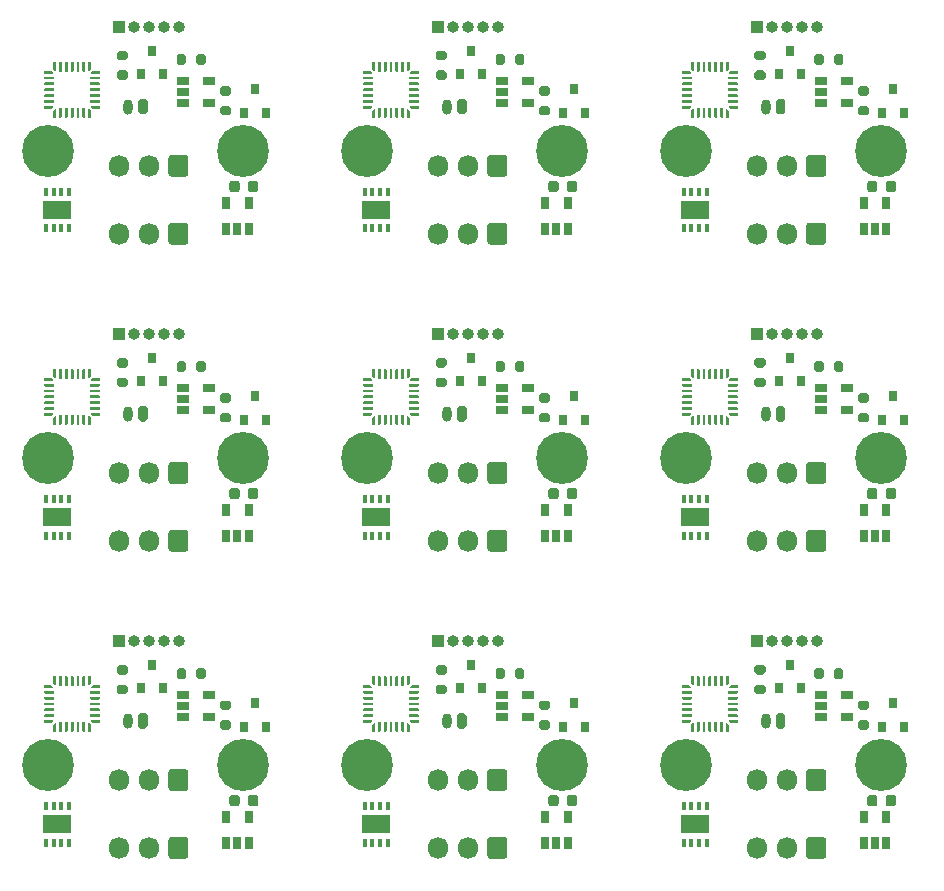
<source format=gts>
%MOIN*%
%OFA0B0*%
%FSLAX46Y46*%
%IPPOS*%
%LPD*%
%ADD10O,0.03937007874015748X0.03937007874015748*%
%ADD11R,0.03937007874015748X0.03937007874015748*%
%ADD12O,0.031496062992125991X0.051181102362204731*%
%ADD13C,0.17322834645669294*%
%ADD14O,0.066929133858267723X0.072834645669291348*%
%ADD15R,0.031496062992125991X0.035433070866141732*%
%ADD16R,0.013779527559055118X0.025590551181102365*%
%ADD17R,0.094488188976377951X0.0610236220472441*%
%ADD18R,0.041732283464566935X0.025590551181102365*%
%ADD19R,0.025590551181102365X0.041732283464566935*%
%ADD20C,0.0039370078740157488*%
%ADD31O,0.03937007874015748X0.03937007874015748*%
%ADD32R,0.03937007874015748X0.03937007874015748*%
%ADD33O,0.031496062992125991X0.051181102362204731*%
%ADD34C,0.17322834645669294*%
%ADD35O,0.066929133858267723X0.072834645669291348*%
%ADD36R,0.031496062992125991X0.035433070866141732*%
%ADD37R,0.013779527559055118X0.025590551181102365*%
%ADD38R,0.094488188976377951X0.0610236220472441*%
%ADD39R,0.041732283464566935X0.025590551181102365*%
%ADD40R,0.025590551181102365X0.041732283464566935*%
%ADD41C,0.0039370078740157488*%
%ADD42O,0.03937007874015748X0.03937007874015748*%
%ADD43R,0.03937007874015748X0.03937007874015748*%
%ADD44O,0.031496062992125991X0.051181102362204731*%
%ADD45C,0.17322834645669294*%
%ADD46O,0.066929133858267723X0.072834645669291348*%
%ADD47R,0.031496062992125991X0.035433070866141732*%
%ADD48R,0.013779527559055118X0.025590551181102365*%
%ADD49R,0.094488188976377951X0.0610236220472441*%
%ADD50R,0.041732283464566935X0.025590551181102365*%
%ADD51R,0.025590551181102365X0.041732283464566935*%
%ADD52C,0.0039370078740157488*%
%ADD53O,0.03937007874015748X0.03937007874015748*%
%ADD54R,0.03937007874015748X0.03937007874015748*%
%ADD55O,0.031496062992125991X0.051181102362204731*%
%ADD56C,0.17322834645669294*%
%ADD57O,0.066929133858267723X0.072834645669291348*%
%ADD58R,0.031496062992125991X0.035433070866141732*%
%ADD59R,0.013779527559055118X0.025590551181102365*%
%ADD60R,0.094488188976377951X0.0610236220472441*%
%ADD61R,0.041732283464566935X0.025590551181102365*%
%ADD62R,0.025590551181102365X0.041732283464566935*%
%ADD63C,0.0039370078740157488*%
%ADD64O,0.03937007874015748X0.03937007874015748*%
%ADD65R,0.03937007874015748X0.03937007874015748*%
%ADD66O,0.031496062992125991X0.051181102362204731*%
%ADD67C,0.17322834645669294*%
%ADD68O,0.066929133858267723X0.072834645669291348*%
%ADD69R,0.031496062992125991X0.035433070866141732*%
%ADD70R,0.013779527559055118X0.025590551181102365*%
%ADD71R,0.094488188976377951X0.0610236220472441*%
%ADD72R,0.041732283464566935X0.025590551181102365*%
%ADD73R,0.025590551181102365X0.041732283464566935*%
%ADD74C,0.0039370078740157488*%
%ADD75O,0.03937007874015748X0.03937007874015748*%
%ADD76R,0.03937007874015748X0.03937007874015748*%
%ADD77O,0.031496062992125991X0.051181102362204731*%
%ADD78C,0.17322834645669294*%
%ADD79O,0.066929133858267723X0.072834645669291348*%
%ADD80R,0.031496062992125991X0.035433070866141732*%
%ADD81R,0.013779527559055118X0.025590551181102365*%
%ADD82R,0.094488188976377951X0.0610236220472441*%
%ADD83R,0.041732283464566935X0.025590551181102365*%
%ADD84R,0.025590551181102365X0.041732283464566935*%
%ADD85C,0.0039370078740157488*%
%ADD86O,0.03937007874015748X0.03937007874015748*%
%ADD87R,0.03937007874015748X0.03937007874015748*%
%ADD88O,0.031496062992125991X0.051181102362204731*%
%ADD89C,0.17322834645669294*%
%ADD90O,0.066929133858267723X0.072834645669291348*%
%ADD91R,0.031496062992125991X0.035433070866141732*%
%ADD92R,0.013779527559055118X0.025590551181102365*%
%ADD93R,0.094488188976377951X0.0610236220472441*%
%ADD94R,0.041732283464566935X0.025590551181102365*%
%ADD95R,0.025590551181102365X0.041732283464566935*%
%ADD96C,0.0039370078740157488*%
%ADD97O,0.03937007874015748X0.03937007874015748*%
%ADD98R,0.03937007874015748X0.03937007874015748*%
%ADD99O,0.031496062992125991X0.051181102362204731*%
%ADD100C,0.17322834645669294*%
%ADD101O,0.066929133858267723X0.072834645669291348*%
%ADD102R,0.031496062992125991X0.035433070866141732*%
%ADD103R,0.013779527559055118X0.025590551181102365*%
%ADD104R,0.094488188976377951X0.0610236220472441*%
%ADD105R,0.041732283464566935X0.025590551181102365*%
%ADD106R,0.025590551181102365X0.041732283464566935*%
%ADD107C,0.0039370078740157488*%
%ADD108O,0.03937007874015748X0.03937007874015748*%
%ADD109R,0.03937007874015748X0.03937007874015748*%
%ADD110O,0.031496062992125991X0.051181102362204731*%
%ADD111C,0.17322834645669294*%
%ADD112O,0.066929133858267723X0.072834645669291348*%
%ADD113R,0.031496062992125991X0.035433070866141732*%
%ADD114R,0.013779527559055118X0.025590551181102365*%
%ADD115R,0.094488188976377951X0.0610236220472441*%
%ADD116R,0.041732283464566935X0.025590551181102365*%
%ADD117R,0.025590551181102365X0.041732283464566935*%
%ADD118C,0.0039370078740157488*%
G01*
D10*
X0000472440Y0001456692D02*
X0001072440Y0001358267D03*
X0001022440Y0001358267D03*
X0000972440Y0001358267D03*
X0000922440Y0001358267D03*
D11*
X0000872440Y0001358267D03*
G36*
G01*
X0000968503Y0001110236D02*
X0000968503Y0001074803D01*
G75*
G02*
X0000960629Y0001066929I-0000007874D01*
G01*
X0000944881Y0001066929D01*
G75*
G02*
X0000937007Y0001074803J0000007874D01*
G01*
X0000937007Y0001110236D01*
G75*
G02*
X0000944881Y0001118110I0000007874D01*
G01*
X0000960629Y0001118110D01*
G75*
G02*
X0000968503Y0001110236J-0000007874D01*
G01*
G37*
D12*
X0000903543Y0001092519D03*
D13*
X0001287401Y0000944881D03*
X0000637795Y0000944881D03*
G36*
G01*
X0001240649Y0000816683D02*
X0001240649Y0000836860D01*
G75*
G02*
X0001249261Y0000845472I0000008612D01*
G01*
X0001266486Y0000845472D01*
G75*
G02*
X0001275098Y0000836860J-0000008612D01*
G01*
X0001275098Y0000816683D01*
G75*
G02*
X0001266486Y0000808070I-0000008612D01*
G01*
X0001249261Y0000808070D01*
G75*
G02*
X0001240649Y0000816683J0000008612D01*
G01*
G37*
G36*
G01*
X0001302657Y0000816683D02*
X0001302657Y0000836860D01*
G75*
G02*
X0001311269Y0000845472I0000008612D01*
G01*
X0001328494Y0000845472D01*
G75*
G02*
X0001337106Y0000836860J-0000008612D01*
G01*
X0001337106Y0000816683D01*
G75*
G02*
X0001328494Y0000808070I-0000008612D01*
G01*
X0001311269Y0000808070D01*
G75*
G02*
X0001302657Y0000816683J0000008612D01*
G01*
G37*
G36*
G01*
X0001104330Y0000922244D02*
X0001104330Y0000869094D01*
G75*
G02*
X0001094488Y0000859251I-0000009842D01*
G01*
X0001047244Y0000859251D01*
G75*
G02*
X0001037401Y0000869094J0000009842D01*
G01*
X0001037401Y0000922244D01*
G75*
G02*
X0001047244Y0000932086I0000009842D01*
G01*
X0001094488Y0000932086D01*
G75*
G02*
X0001104330Y0000922244J-0000009842D01*
G01*
G37*
D14*
X0000972440Y0000895669D03*
X0000874015Y0000895669D03*
X0000874015Y0000669291D03*
X0000972440Y0000669291D03*
G36*
G01*
X0001104330Y0000695866D02*
X0001104330Y0000642716D01*
G75*
G02*
X0001094488Y0000632874I-0000009842D01*
G01*
X0001047244Y0000632874D01*
G75*
G02*
X0001037401Y0000642716J0000009842D01*
G01*
X0001037401Y0000695866D01*
G75*
G02*
X0001047244Y0000705708I0000009842D01*
G01*
X0001094488Y0000705708D01*
G75*
G02*
X0001104330Y0000695866J-0000009842D01*
G01*
G37*
D15*
X0001326771Y0001151574D03*
X0001364173Y0001072834D03*
X0001289370Y0001072834D03*
X0000945866Y0001200787D03*
X0001020669Y0001200787D03*
X0000983267Y0001279527D03*
G36*
G01*
X0001239173Y0001063976D02*
X0001217519Y0001063976D01*
G75*
G02*
X0001209645Y0001071850J0000007874D01*
G01*
X0001209645Y0001087598D01*
G75*
G02*
X0001217519Y0001095472I0000007874D01*
G01*
X0001239173Y0001095472D01*
G75*
G02*
X0001247047Y0001087598J-0000007874D01*
G01*
X0001247047Y0001071850D01*
G75*
G02*
X0001239173Y0001063976I-0000007874D01*
G01*
G37*
G36*
G01*
X0001239173Y0001128937D02*
X0001217519Y0001128937D01*
G75*
G02*
X0001209645Y0001136811J0000007874D01*
G01*
X0001209645Y0001152559D01*
G75*
G02*
X0001217519Y0001160433I0000007874D01*
G01*
X0001239173Y0001160433D01*
G75*
G02*
X0001247047Y0001152559J-0000007874D01*
G01*
X0001247047Y0001136811D01*
G75*
G02*
X0001239173Y0001128937I-0000007874D01*
G01*
G37*
G36*
G01*
X0000894685Y0001247047D02*
X0000873031Y0001247047D01*
G75*
G02*
X0000865157Y0001254921J0000007874D01*
G01*
X0000865157Y0001270669D01*
G75*
G02*
X0000873031Y0001278543I0000007874D01*
G01*
X0000894685Y0001278543D01*
G75*
G02*
X0000902559Y0001270669J-0000007874D01*
G01*
X0000902559Y0001254921D01*
G75*
G02*
X0000894685Y0001247047I-0000007874D01*
G01*
G37*
G36*
G01*
X0000894685Y0001182086D02*
X0000873031Y0001182086D01*
G75*
G02*
X0000865157Y0001189960J0000007874D01*
G01*
X0000865157Y0001205708D01*
G75*
G02*
X0000873031Y0001213582I0000007874D01*
G01*
X0000894685Y0001213582D01*
G75*
G02*
X0000902559Y0001205708J-0000007874D01*
G01*
X0000902559Y0001189960D01*
G75*
G02*
X0000894685Y0001182086I-0000007874D01*
G01*
G37*
G36*
G01*
X0001064960Y0001239173D02*
X0001064960Y0001260826D01*
G75*
G02*
X0001072834Y0001268700I0000007874D01*
G01*
X0001088582Y0001268700D01*
G75*
G02*
X0001096456Y0001260826J-0000007874D01*
G01*
X0001096456Y0001239173D01*
G75*
G02*
X0001088582Y0001231299I-0000007874D01*
G01*
X0001072834Y0001231299D01*
G75*
G02*
X0001064960Y0001239173J0000007874D01*
G01*
G37*
G36*
G01*
X0001129921Y0001239173D02*
X0001129921Y0001260826D01*
G75*
G02*
X0001137795Y0001268700I0000007874D01*
G01*
X0001153543Y0001268700D01*
G75*
G02*
X0001161417Y0001260826J-0000007874D01*
G01*
X0001161417Y0001239173D01*
G75*
G02*
X0001153543Y0001231299I-0000007874D01*
G01*
X0001137795Y0001231299D01*
G75*
G02*
X0001129921Y0001239173J0000007874D01*
G01*
G37*
D16*
X0000705708Y0000809055D03*
X0000680118Y0000809055D03*
X0000654527Y0000809055D03*
X0000628937Y0000809055D03*
X0000628937Y0000687007D03*
X0000654527Y0000687007D03*
X0000680118Y0000687007D03*
X0000705708Y0000687007D03*
D17*
X0000667322Y0000748031D03*
D18*
X0001086614Y0001179133D03*
X0001086614Y0001141732D03*
X0001086614Y0001104330D03*
X0001173228Y0001104330D03*
X0001173228Y0001179133D03*
D19*
X0001230314Y0000771653D03*
X0001305118Y0000771653D03*
X0001305118Y0000685039D03*
X0001267716Y0000685039D03*
X0001230314Y0000685039D03*
D20*
G36*
X0000787002Y0001085171D02*
G01*
X0000786670Y0001085272D01*
X0000786363Y0001085436D01*
X0000786095Y0001085656D01*
X0000780833Y0001090918D01*
X0000780613Y0001091186D01*
X0000780449Y0001091492D01*
X0000780349Y0001091825D01*
X0000780314Y0001092170D01*
X0000780314Y0001093208D01*
X0000780349Y0001093554D01*
X0000780449Y0001093886D01*
X0000780613Y0001094192D01*
X0000780833Y0001094461D01*
X0000781102Y0001094681D01*
X0000781408Y0001094845D01*
X0000781740Y0001094946D01*
X0000782086Y0001094980D01*
X0000808267Y0001094980D01*
X0000808613Y0001094946D01*
X0000808945Y0001094845D01*
X0000809252Y0001094681D01*
X0000809520Y0001094461D01*
X0000809740Y0001094192D01*
X0000809904Y0001093886D01*
X0000810005Y0001093554D01*
X0000810039Y0001093208D01*
X0000810039Y0001086909D01*
X0000810005Y0001086563D01*
X0000809904Y0001086231D01*
X0000809740Y0001085925D01*
X0000809520Y0001085656D01*
X0000809252Y0001085436D01*
X0000808945Y0001085272D01*
X0000808613Y0001085171D01*
X0000808267Y0001085137D01*
X0000787348Y0001085137D01*
X0000787002Y0001085171D01*
G37*
G36*
G01*
X0000810039Y0001112204D02*
X0000810039Y0001107283D01*
G75*
G02*
X0000807578Y0001104822I-0000002460D01*
G01*
X0000778051Y0001104822D01*
G75*
G02*
X0000775590Y0001107283J0000002460D01*
G01*
X0000775590Y0001112204D01*
G75*
G02*
X0000778051Y0001114665I0000002460D01*
G01*
X0000807578Y0001114665D01*
G75*
G02*
X0000810039Y0001112204J-0000002460D01*
G01*
G37*
G36*
G01*
X0000810039Y0001131889D02*
X0000810039Y0001126968D01*
G75*
G02*
X0000807578Y0001124507I-0000002460D01*
G01*
X0000778051Y0001124507D01*
G75*
G02*
X0000775590Y0001126968J0000002460D01*
G01*
X0000775590Y0001131889D01*
G75*
G02*
X0000778051Y0001134350I0000002460D01*
G01*
X0000807578Y0001134350D01*
G75*
G02*
X0000810039Y0001131889J-0000002460D01*
G01*
G37*
G36*
G01*
X0000810039Y0001151574D02*
X0000810039Y0001146653D01*
G75*
G02*
X0000807578Y0001144192I-0000002460D01*
G01*
X0000778051Y0001144192D01*
G75*
G02*
X0000775590Y0001146653J0000002460D01*
G01*
X0000775590Y0001151574D01*
G75*
G02*
X0000778051Y0001154035I0000002460D01*
G01*
X0000807578Y0001154035D01*
G75*
G02*
X0000810039Y0001151574J-0000002460D01*
G01*
G37*
G36*
G01*
X0000810039Y0001171259D02*
X0000810039Y0001166338D01*
G75*
G02*
X0000807578Y0001163877I-0000002460D01*
G01*
X0000778051Y0001163877D01*
G75*
G02*
X0000775590Y0001166338J0000002460D01*
G01*
X0000775590Y0001171259D01*
G75*
G02*
X0000778051Y0001173720I0000002460D01*
G01*
X0000807578Y0001173720D01*
G75*
G02*
X0000810039Y0001171259J-0000002460D01*
G01*
G37*
G36*
G01*
X0000810039Y0001190944D02*
X0000810039Y0001186023D01*
G75*
G02*
X0000807578Y0001183562I-0000002460D01*
G01*
X0000778051Y0001183562D01*
G75*
G02*
X0000775590Y0001186023J0000002460D01*
G01*
X0000775590Y0001190944D01*
G75*
G02*
X0000778051Y0001193405I0000002460D01*
G01*
X0000807578Y0001193405D01*
G75*
G02*
X0000810039Y0001190944J-0000002460D01*
G01*
G37*
G36*
X0000781740Y0001203282D02*
G01*
X0000781408Y0001203382D01*
X0000781102Y0001203546D01*
X0000780833Y0001203766D01*
X0000780613Y0001204035D01*
X0000780449Y0001204341D01*
X0000780349Y0001204674D01*
X0000780314Y0001205019D01*
X0000780314Y0001206057D01*
X0000780349Y0001206403D01*
X0000780449Y0001206735D01*
X0000780613Y0001207041D01*
X0000780833Y0001207310D01*
X0000786095Y0001212571D01*
X0000786363Y0001212791D01*
X0000786670Y0001212955D01*
X0000787002Y0001213056D01*
X0000787348Y0001213090D01*
X0000808267Y0001213090D01*
X0000808613Y0001213056D01*
X0000808945Y0001212955D01*
X0000809252Y0001212791D01*
X0000809520Y0001212571D01*
X0000809740Y0001212303D01*
X0000809904Y0001211996D01*
X0000810005Y0001211664D01*
X0000810039Y0001211318D01*
X0000810039Y0001205019D01*
X0000810005Y0001204674D01*
X0000809904Y0001204341D01*
X0000809740Y0001204035D01*
X0000809520Y0001203766D01*
X0000809252Y0001203546D01*
X0000808945Y0001203382D01*
X0000808613Y0001203282D01*
X0000808267Y0001203248D01*
X0000782086Y0001203248D01*
X0000781740Y0001203282D01*
G37*
G36*
X0000772095Y0001212927D02*
G01*
X0000771762Y0001213028D01*
X0000771456Y0001213192D01*
X0000771188Y0001213412D01*
X0000770967Y0001213681D01*
X0000770804Y0001213987D01*
X0000770703Y0001214319D01*
X0000770669Y0001214665D01*
X0000770669Y0001240846D01*
X0000770703Y0001241192D01*
X0000770804Y0001241524D01*
X0000770967Y0001241830D01*
X0000771188Y0001242099D01*
X0000771456Y0001242319D01*
X0000771762Y0001242483D01*
X0000772095Y0001242584D01*
X0000772440Y0001242618D01*
X0000778740Y0001242618D01*
X0000779085Y0001242584D01*
X0000779418Y0001242483D01*
X0000779724Y0001242319D01*
X0000779992Y0001242099D01*
X0000780213Y0001241830D01*
X0000780376Y0001241524D01*
X0000780477Y0001241192D01*
X0000780511Y0001240846D01*
X0000780511Y0001219926D01*
X0000780477Y0001219581D01*
X0000780376Y0001219248D01*
X0000780213Y0001218942D01*
X0000779992Y0001218674D01*
X0000774731Y0001213412D01*
X0000774463Y0001213192D01*
X0000774156Y0001213028D01*
X0000773824Y0001212927D01*
X0000773478Y0001212893D01*
X0000772440Y0001212893D01*
X0000772095Y0001212927D01*
G37*
G36*
G01*
X0000760826Y0001240157D02*
X0000760826Y0001210629D01*
G75*
G02*
X0000758366Y0001208169I-0000002460D01*
G01*
X0000753444Y0001208169D01*
G75*
G02*
X0000750984Y0001210629J0000002460D01*
G01*
X0000750984Y0001240157D01*
G75*
G02*
X0000753444Y0001242618I0000002460D01*
G01*
X0000758366Y0001242618D01*
G75*
G02*
X0000760826Y0001240157J-0000002460D01*
G01*
G37*
G36*
G01*
X0000741141Y0001240157D02*
X0000741141Y0001210629D01*
G75*
G02*
X0000738681Y0001208169I-0000002460D01*
G01*
X0000733759Y0001208169D01*
G75*
G02*
X0000731299Y0001210629J0000002460D01*
G01*
X0000731299Y0001240157D01*
G75*
G02*
X0000733759Y0001242618I0000002460D01*
G01*
X0000738681Y0001242618D01*
G75*
G02*
X0000741141Y0001240157J-0000002460D01*
G01*
G37*
G36*
G01*
X0000721456Y0001240157D02*
X0000721456Y0001210629D01*
G75*
G02*
X0000718996Y0001208169I-0000002460D01*
G01*
X0000714074Y0001208169D01*
G75*
G02*
X0000711614Y0001210629J0000002460D01*
G01*
X0000711614Y0001240157D01*
G75*
G02*
X0000714074Y0001242618I0000002460D01*
G01*
X0000718996Y0001242618D01*
G75*
G02*
X0000721456Y0001240157J-0000002460D01*
G01*
G37*
G36*
G01*
X0000701771Y0001240157D02*
X0000701771Y0001210629D01*
G75*
G02*
X0000699311Y0001208169I-0000002460D01*
G01*
X0000694389Y0001208169D01*
G75*
G02*
X0000691929Y0001210629J0000002460D01*
G01*
X0000691929Y0001240157D01*
G75*
G02*
X0000694389Y0001242618I0000002460D01*
G01*
X0000699311Y0001242618D01*
G75*
G02*
X0000701771Y0001240157J-0000002460D01*
G01*
G37*
G36*
G01*
X0000682086Y0001240157D02*
X0000682086Y0001210629D01*
G75*
G02*
X0000679625Y0001208169I-0000002460D01*
G01*
X0000674704Y0001208169D01*
G75*
G02*
X0000672244Y0001210629J0000002460D01*
G01*
X0000672244Y0001240157D01*
G75*
G02*
X0000674704Y0001242618I0000002460D01*
G01*
X0000679625Y0001242618D01*
G75*
G02*
X0000682086Y0001240157J-0000002460D01*
G01*
G37*
G36*
X0000659246Y0001212927D02*
G01*
X0000658914Y0001213028D01*
X0000658607Y0001213192D01*
X0000658339Y0001213412D01*
X0000653077Y0001218674D01*
X0000652857Y0001218942D01*
X0000652693Y0001219248D01*
X0000652593Y0001219581D01*
X0000652559Y0001219926D01*
X0000652559Y0001240846D01*
X0000652593Y0001241192D01*
X0000652693Y0001241524D01*
X0000652857Y0001241830D01*
X0000653077Y0001242099D01*
X0000653346Y0001242319D01*
X0000653652Y0001242483D01*
X0000653985Y0001242584D01*
X0000654330Y0001242618D01*
X0000660629Y0001242618D01*
X0000660975Y0001242584D01*
X0000661307Y0001242483D01*
X0000661614Y0001242319D01*
X0000661882Y0001242099D01*
X0000662102Y0001241830D01*
X0000662266Y0001241524D01*
X0000662367Y0001241192D01*
X0000662401Y0001240846D01*
X0000662401Y0001214665D01*
X0000662367Y0001214319D01*
X0000662266Y0001213987D01*
X0000662102Y0001213681D01*
X0000661882Y0001213412D01*
X0000661614Y0001213192D01*
X0000661307Y0001213028D01*
X0000660975Y0001212927D01*
X0000660629Y0001212893D01*
X0000659592Y0001212893D01*
X0000659246Y0001212927D01*
G37*
G36*
X0000624457Y0001203282D02*
G01*
X0000624125Y0001203382D01*
X0000623818Y0001203546D01*
X0000623550Y0001203766D01*
X0000623330Y0001204035D01*
X0000623166Y0001204341D01*
X0000623065Y0001204674D01*
X0000623031Y0001205019D01*
X0000623031Y0001211318D01*
X0000623065Y0001211664D01*
X0000623166Y0001211996D01*
X0000623330Y0001212303D01*
X0000623550Y0001212571D01*
X0000623818Y0001212791D01*
X0000624125Y0001212955D01*
X0000624457Y0001213056D01*
X0000624803Y0001213090D01*
X0000645722Y0001213090D01*
X0000646068Y0001213056D01*
X0000646400Y0001212955D01*
X0000646707Y0001212791D01*
X0000646975Y0001212571D01*
X0000652237Y0001207310D01*
X0000652457Y0001207041D01*
X0000652621Y0001206735D01*
X0000652721Y0001206403D01*
X0000652755Y0001206057D01*
X0000652755Y0001205019D01*
X0000652721Y0001204674D01*
X0000652621Y0001204341D01*
X0000652457Y0001204035D01*
X0000652237Y0001203766D01*
X0000651968Y0001203546D01*
X0000651662Y0001203382D01*
X0000651329Y0001203282D01*
X0000650984Y0001203248D01*
X0000624803Y0001203248D01*
X0000624457Y0001203282D01*
G37*
G36*
G01*
X0000657480Y0001190944D02*
X0000657480Y0001186023D01*
G75*
G02*
X0000655019Y0001183562I-0000002460D01*
G01*
X0000625492Y0001183562D01*
G75*
G02*
X0000623031Y0001186023J0000002460D01*
G01*
X0000623031Y0001190944D01*
G75*
G02*
X0000625492Y0001193405I0000002460D01*
G01*
X0000655019Y0001193405D01*
G75*
G02*
X0000657480Y0001190944J-0000002460D01*
G01*
G37*
G36*
G01*
X0000657480Y0001171259D02*
X0000657480Y0001166338D01*
G75*
G02*
X0000655019Y0001163877I-0000002460D01*
G01*
X0000625492Y0001163877D01*
G75*
G02*
X0000623031Y0001166338J0000002460D01*
G01*
X0000623031Y0001171259D01*
G75*
G02*
X0000625492Y0001173720I0000002460D01*
G01*
X0000655019Y0001173720D01*
G75*
G02*
X0000657480Y0001171259J-0000002460D01*
G01*
G37*
G36*
G01*
X0000657480Y0001151574D02*
X0000657480Y0001146653D01*
G75*
G02*
X0000655019Y0001144192I-0000002460D01*
G01*
X0000625492Y0001144192D01*
G75*
G02*
X0000623031Y0001146653J0000002460D01*
G01*
X0000623031Y0001151574D01*
G75*
G02*
X0000625492Y0001154035I0000002460D01*
G01*
X0000655019Y0001154035D01*
G75*
G02*
X0000657480Y0001151574J-0000002460D01*
G01*
G37*
G36*
G01*
X0000657480Y0001131889D02*
X0000657480Y0001126968D01*
G75*
G02*
X0000655019Y0001124507I-0000002460D01*
G01*
X0000625492Y0001124507D01*
G75*
G02*
X0000623031Y0001126968J0000002460D01*
G01*
X0000623031Y0001131889D01*
G75*
G02*
X0000625492Y0001134350I0000002460D01*
G01*
X0000655019Y0001134350D01*
G75*
G02*
X0000657480Y0001131889J-0000002460D01*
G01*
G37*
G36*
G01*
X0000657480Y0001112204D02*
X0000657480Y0001107283D01*
G75*
G02*
X0000655019Y0001104822I-0000002460D01*
G01*
X0000625492Y0001104822D01*
G75*
G02*
X0000623031Y0001107283J0000002460D01*
G01*
X0000623031Y0001112204D01*
G75*
G02*
X0000625492Y0001114665I0000002460D01*
G01*
X0000655019Y0001114665D01*
G75*
G02*
X0000657480Y0001112204J-0000002460D01*
G01*
G37*
G36*
X0000624457Y0001085171D02*
G01*
X0000624125Y0001085272D01*
X0000623818Y0001085436D01*
X0000623550Y0001085656D01*
X0000623330Y0001085925D01*
X0000623166Y0001086231D01*
X0000623065Y0001086563D01*
X0000623031Y0001086909D01*
X0000623031Y0001093208D01*
X0000623065Y0001093554D01*
X0000623166Y0001093886D01*
X0000623330Y0001094192D01*
X0000623550Y0001094461D01*
X0000623818Y0001094681D01*
X0000624125Y0001094845D01*
X0000624457Y0001094946D01*
X0000624803Y0001094980D01*
X0000650984Y0001094980D01*
X0000651329Y0001094946D01*
X0000651662Y0001094845D01*
X0000651968Y0001094681D01*
X0000652237Y0001094461D01*
X0000652457Y0001094192D01*
X0000652621Y0001093886D01*
X0000652721Y0001093554D01*
X0000652755Y0001093208D01*
X0000652755Y0001092170D01*
X0000652721Y0001091825D01*
X0000652621Y0001091492D01*
X0000652457Y0001091186D01*
X0000652237Y0001090918D01*
X0000646975Y0001085656D01*
X0000646707Y0001085436D01*
X0000646400Y0001085272D01*
X0000646068Y0001085171D01*
X0000645722Y0001085137D01*
X0000624803Y0001085137D01*
X0000624457Y0001085171D01*
G37*
G36*
X0000653985Y0001055644D02*
G01*
X0000653652Y0001055745D01*
X0000653346Y0001055908D01*
X0000653077Y0001056129D01*
X0000652857Y0001056397D01*
X0000652693Y0001056703D01*
X0000652593Y0001057036D01*
X0000652559Y0001057381D01*
X0000652559Y0001078301D01*
X0000652593Y0001078647D01*
X0000652693Y0001078979D01*
X0000652857Y0001079285D01*
X0000653077Y0001079554D01*
X0000658339Y0001084815D01*
X0000658607Y0001085036D01*
X0000658914Y0001085199D01*
X0000659246Y0001085300D01*
X0000659592Y0001085334D01*
X0000660629Y0001085334D01*
X0000660975Y0001085300D01*
X0000661307Y0001085199D01*
X0000661614Y0001085036D01*
X0000661882Y0001084815D01*
X0000662102Y0001084547D01*
X0000662266Y0001084240D01*
X0000662367Y0001083908D01*
X0000662401Y0001083562D01*
X0000662401Y0001057381D01*
X0000662367Y0001057036D01*
X0000662266Y0001056703D01*
X0000662102Y0001056397D01*
X0000661882Y0001056129D01*
X0000661614Y0001055908D01*
X0000661307Y0001055745D01*
X0000660975Y0001055644D01*
X0000660629Y0001055610D01*
X0000654330Y0001055610D01*
X0000653985Y0001055644D01*
G37*
G36*
G01*
X0000682086Y0001087598D02*
X0000682086Y0001058070D01*
G75*
G02*
X0000679625Y0001055610I-0000002460D01*
G01*
X0000674704Y0001055610D01*
G75*
G02*
X0000672244Y0001058070J0000002460D01*
G01*
X0000672244Y0001087598D01*
G75*
G02*
X0000674704Y0001090059I0000002460D01*
G01*
X0000679625Y0001090059D01*
G75*
G02*
X0000682086Y0001087598J-0000002460D01*
G01*
G37*
G36*
G01*
X0000701771Y0001087598D02*
X0000701771Y0001058070D01*
G75*
G02*
X0000699311Y0001055610I-0000002460D01*
G01*
X0000694389Y0001055610D01*
G75*
G02*
X0000691929Y0001058070J0000002460D01*
G01*
X0000691929Y0001087598D01*
G75*
G02*
X0000694389Y0001090059I0000002460D01*
G01*
X0000699311Y0001090059D01*
G75*
G02*
X0000701771Y0001087598J-0000002460D01*
G01*
G37*
G36*
G01*
X0000721456Y0001087598D02*
X0000721456Y0001058070D01*
G75*
G02*
X0000718996Y0001055610I-0000002460D01*
G01*
X0000714074Y0001055610D01*
G75*
G02*
X0000711614Y0001058070J0000002460D01*
G01*
X0000711614Y0001087598D01*
G75*
G02*
X0000714074Y0001090059I0000002460D01*
G01*
X0000718996Y0001090059D01*
G75*
G02*
X0000721456Y0001087598J-0000002460D01*
G01*
G37*
G36*
G01*
X0000741141Y0001087598D02*
X0000741141Y0001058070D01*
G75*
G02*
X0000738681Y0001055610I-0000002460D01*
G01*
X0000733759Y0001055610D01*
G75*
G02*
X0000731299Y0001058070J0000002460D01*
G01*
X0000731299Y0001087598D01*
G75*
G02*
X0000733759Y0001090059I0000002460D01*
G01*
X0000738681Y0001090059D01*
G75*
G02*
X0000741141Y0001087598J-0000002460D01*
G01*
G37*
G36*
G01*
X0000760826Y0001087598D02*
X0000760826Y0001058070D01*
G75*
G02*
X0000758366Y0001055610I-0000002460D01*
G01*
X0000753444Y0001055610D01*
G75*
G02*
X0000750984Y0001058070J0000002460D01*
G01*
X0000750984Y0001087598D01*
G75*
G02*
X0000753444Y0001090059I0000002460D01*
G01*
X0000758366Y0001090059D01*
G75*
G02*
X0000760826Y0001087598J-0000002460D01*
G01*
G37*
G36*
X0000772095Y0001055644D02*
G01*
X0000771762Y0001055745D01*
X0000771456Y0001055908D01*
X0000771188Y0001056129D01*
X0000770967Y0001056397D01*
X0000770804Y0001056703D01*
X0000770703Y0001057036D01*
X0000770669Y0001057381D01*
X0000770669Y0001083562D01*
X0000770703Y0001083908D01*
X0000770804Y0001084240D01*
X0000770967Y0001084547D01*
X0000771188Y0001084815D01*
X0000771456Y0001085036D01*
X0000771762Y0001085199D01*
X0000772095Y0001085300D01*
X0000772440Y0001085334D01*
X0000773478Y0001085334D01*
X0000773824Y0001085300D01*
X0000774156Y0001085199D01*
X0000774463Y0001085036D01*
X0000774731Y0001084815D01*
X0000779992Y0001079554D01*
X0000780213Y0001079285D01*
X0000780376Y0001078979D01*
X0000780477Y0001078647D01*
X0000780511Y0001078301D01*
X0000780511Y0001057381D01*
X0000780477Y0001057036D01*
X0000780376Y0001056703D01*
X0000780213Y0001056397D01*
X0000779992Y0001056129D01*
X0000779724Y0001055908D01*
X0000779418Y0001055745D01*
X0000779085Y0001055644D01*
X0000778740Y0001055610D01*
X0000772440Y0001055610D01*
X0000772095Y0001055644D01*
G37*
G04 next file*
G04 Gerber Fmt 4.6, Leading zero omitted, Abs format (unit mm)*
G04 Created by KiCad (PCBNEW (5.1.8)-1) date 2020-11-23 23:28:54*
G01*
G04 APERTURE LIST*
G04 APERTURE END LIST*
D31*
X0001535433Y0001456692D02*
X0002135433Y0001358267D03*
X0002085433Y0001358267D03*
X0002035433Y0001358267D03*
X0001985433Y0001358267D03*
D32*
X0001935433Y0001358267D03*
G36*
G01*
X0002031496Y0001110236D02*
X0002031496Y0001074803D01*
G75*
G02*
X0002023622Y0001066929I-0000007874D01*
G01*
X0002007874Y0001066929D01*
G75*
G02*
X0002000000Y0001074803J0000007874D01*
G01*
X0002000000Y0001110236D01*
G75*
G02*
X0002007874Y0001118110I0000007874D01*
G01*
X0002023622Y0001118110D01*
G75*
G02*
X0002031496Y0001110236J-0000007874D01*
G01*
G37*
D33*
X0001966535Y0001092519D03*
D34*
X0002350393Y0000944881D03*
X0001700787Y0000944881D03*
G36*
G01*
X0002303641Y0000816683D02*
X0002303641Y0000836860D01*
G75*
G02*
X0002312253Y0000845472I0000008612D01*
G01*
X0002329478Y0000845472D01*
G75*
G02*
X0002338090Y0000836860J-0000008612D01*
G01*
X0002338090Y0000816683D01*
G75*
G02*
X0002329478Y0000808070I-0000008612D01*
G01*
X0002312253Y0000808070D01*
G75*
G02*
X0002303641Y0000816683J0000008612D01*
G01*
G37*
G36*
G01*
X0002365649Y0000816683D02*
X0002365649Y0000836860D01*
G75*
G02*
X0002374261Y0000845472I0000008612D01*
G01*
X0002391486Y0000845472D01*
G75*
G02*
X0002400098Y0000836860J-0000008612D01*
G01*
X0002400098Y0000816683D01*
G75*
G02*
X0002391486Y0000808070I-0000008612D01*
G01*
X0002374261Y0000808070D01*
G75*
G02*
X0002365649Y0000816683J0000008612D01*
G01*
G37*
G36*
G01*
X0002167322Y0000922244D02*
X0002167322Y0000869094D01*
G75*
G02*
X0002157480Y0000859251I-0000009842D01*
G01*
X0002110236Y0000859251D01*
G75*
G02*
X0002100393Y0000869094J0000009842D01*
G01*
X0002100393Y0000922244D01*
G75*
G02*
X0002110236Y0000932086I0000009842D01*
G01*
X0002157480Y0000932086D01*
G75*
G02*
X0002167322Y0000922244J-0000009842D01*
G01*
G37*
D35*
X0002035433Y0000895669D03*
X0001937007Y0000895669D03*
X0001937007Y0000669291D03*
X0002035433Y0000669291D03*
G36*
G01*
X0002167322Y0000695866D02*
X0002167322Y0000642716D01*
G75*
G02*
X0002157480Y0000632874I-0000009842D01*
G01*
X0002110236Y0000632874D01*
G75*
G02*
X0002100393Y0000642716J0000009842D01*
G01*
X0002100393Y0000695866D01*
G75*
G02*
X0002110236Y0000705708I0000009842D01*
G01*
X0002157480Y0000705708D01*
G75*
G02*
X0002167322Y0000695866J-0000009842D01*
G01*
G37*
D36*
X0002389763Y0001151574D03*
X0002427165Y0001072834D03*
X0002352362Y0001072834D03*
X0002008858Y0001200787D03*
X0002083661Y0001200787D03*
X0002046259Y0001279527D03*
G36*
G01*
X0002302165Y0001063976D02*
X0002280511Y0001063976D01*
G75*
G02*
X0002272637Y0001071850J0000007874D01*
G01*
X0002272637Y0001087598D01*
G75*
G02*
X0002280511Y0001095472I0000007874D01*
G01*
X0002302165Y0001095472D01*
G75*
G02*
X0002310039Y0001087598J-0000007874D01*
G01*
X0002310039Y0001071850D01*
G75*
G02*
X0002302165Y0001063976I-0000007874D01*
G01*
G37*
G36*
G01*
X0002302165Y0001128937D02*
X0002280511Y0001128937D01*
G75*
G02*
X0002272637Y0001136811J0000007874D01*
G01*
X0002272637Y0001152559D01*
G75*
G02*
X0002280511Y0001160433I0000007874D01*
G01*
X0002302165Y0001160433D01*
G75*
G02*
X0002310039Y0001152559J-0000007874D01*
G01*
X0002310039Y0001136811D01*
G75*
G02*
X0002302165Y0001128937I-0000007874D01*
G01*
G37*
G36*
G01*
X0001957677Y0001247047D02*
X0001936023Y0001247047D01*
G75*
G02*
X0001928149Y0001254921J0000007874D01*
G01*
X0001928149Y0001270669D01*
G75*
G02*
X0001936023Y0001278543I0000007874D01*
G01*
X0001957677Y0001278543D01*
G75*
G02*
X0001965551Y0001270669J-0000007874D01*
G01*
X0001965551Y0001254921D01*
G75*
G02*
X0001957677Y0001247047I-0000007874D01*
G01*
G37*
G36*
G01*
X0001957677Y0001182086D02*
X0001936023Y0001182086D01*
G75*
G02*
X0001928149Y0001189960J0000007874D01*
G01*
X0001928149Y0001205708D01*
G75*
G02*
X0001936023Y0001213582I0000007874D01*
G01*
X0001957677Y0001213582D01*
G75*
G02*
X0001965551Y0001205708J-0000007874D01*
G01*
X0001965551Y0001189960D01*
G75*
G02*
X0001957677Y0001182086I-0000007874D01*
G01*
G37*
G36*
G01*
X0002127952Y0001239173D02*
X0002127952Y0001260826D01*
G75*
G02*
X0002135826Y0001268700I0000007874D01*
G01*
X0002151574Y0001268700D01*
G75*
G02*
X0002159448Y0001260826J-0000007874D01*
G01*
X0002159448Y0001239173D01*
G75*
G02*
X0002151574Y0001231299I-0000007874D01*
G01*
X0002135826Y0001231299D01*
G75*
G02*
X0002127952Y0001239173J0000007874D01*
G01*
G37*
G36*
G01*
X0002192913Y0001239173D02*
X0002192913Y0001260826D01*
G75*
G02*
X0002200787Y0001268700I0000007874D01*
G01*
X0002216535Y0001268700D01*
G75*
G02*
X0002224409Y0001260826J-0000007874D01*
G01*
X0002224409Y0001239173D01*
G75*
G02*
X0002216535Y0001231299I-0000007874D01*
G01*
X0002200787Y0001231299D01*
G75*
G02*
X0002192913Y0001239173J0000007874D01*
G01*
G37*
D37*
X0001768700Y0000809055D03*
X0001743110Y0000809055D03*
X0001717519Y0000809055D03*
X0001691929Y0000809055D03*
X0001691929Y0000687007D03*
X0001717519Y0000687007D03*
X0001743110Y0000687007D03*
X0001768700Y0000687007D03*
D38*
X0001730314Y0000748031D03*
D39*
X0002149606Y0001179133D03*
X0002149606Y0001141732D03*
X0002149606Y0001104330D03*
X0002236220Y0001104330D03*
X0002236220Y0001179133D03*
D40*
X0002293307Y0000771653D03*
X0002368110Y0000771653D03*
X0002368110Y0000685039D03*
X0002330708Y0000685039D03*
X0002293307Y0000685039D03*
D41*
G36*
X0001849994Y0001085171D02*
G01*
X0001849662Y0001085272D01*
X0001849355Y0001085436D01*
X0001849087Y0001085656D01*
X0001843825Y0001090918D01*
X0001843605Y0001091186D01*
X0001843441Y0001091492D01*
X0001843341Y0001091825D01*
X0001843307Y0001092170D01*
X0001843307Y0001093208D01*
X0001843341Y0001093554D01*
X0001843441Y0001093886D01*
X0001843605Y0001094192D01*
X0001843825Y0001094461D01*
X0001844094Y0001094681D01*
X0001844400Y0001094845D01*
X0001844733Y0001094946D01*
X0001845078Y0001094980D01*
X0001871259Y0001094980D01*
X0001871605Y0001094946D01*
X0001871937Y0001094845D01*
X0001872244Y0001094681D01*
X0001872512Y0001094461D01*
X0001872732Y0001094192D01*
X0001872896Y0001093886D01*
X0001872997Y0001093554D01*
X0001873031Y0001093208D01*
X0001873031Y0001086909D01*
X0001872997Y0001086563D01*
X0001872896Y0001086231D01*
X0001872732Y0001085925D01*
X0001872512Y0001085656D01*
X0001872244Y0001085436D01*
X0001871937Y0001085272D01*
X0001871605Y0001085171D01*
X0001871259Y0001085137D01*
X0001850340Y0001085137D01*
X0001849994Y0001085171D01*
G37*
G36*
G01*
X0001873031Y0001112204D02*
X0001873031Y0001107283D01*
G75*
G02*
X0001870570Y0001104822I-0000002460D01*
G01*
X0001841043Y0001104822D01*
G75*
G02*
X0001838582Y0001107283J0000002460D01*
G01*
X0001838582Y0001112204D01*
G75*
G02*
X0001841043Y0001114665I0000002460D01*
G01*
X0001870570Y0001114665D01*
G75*
G02*
X0001873031Y0001112204J-0000002460D01*
G01*
G37*
G36*
G01*
X0001873031Y0001131889D02*
X0001873031Y0001126968D01*
G75*
G02*
X0001870570Y0001124507I-0000002460D01*
G01*
X0001841043Y0001124507D01*
G75*
G02*
X0001838582Y0001126968J0000002460D01*
G01*
X0001838582Y0001131889D01*
G75*
G02*
X0001841043Y0001134350I0000002460D01*
G01*
X0001870570Y0001134350D01*
G75*
G02*
X0001873031Y0001131889J-0000002460D01*
G01*
G37*
G36*
G01*
X0001873031Y0001151574D02*
X0001873031Y0001146653D01*
G75*
G02*
X0001870570Y0001144192I-0000002460D01*
G01*
X0001841043Y0001144192D01*
G75*
G02*
X0001838582Y0001146653J0000002460D01*
G01*
X0001838582Y0001151574D01*
G75*
G02*
X0001841043Y0001154035I0000002460D01*
G01*
X0001870570Y0001154035D01*
G75*
G02*
X0001873031Y0001151574J-0000002460D01*
G01*
G37*
G36*
G01*
X0001873031Y0001171259D02*
X0001873031Y0001166338D01*
G75*
G02*
X0001870570Y0001163877I-0000002460D01*
G01*
X0001841043Y0001163877D01*
G75*
G02*
X0001838582Y0001166338J0000002460D01*
G01*
X0001838582Y0001171259D01*
G75*
G02*
X0001841043Y0001173720I0000002460D01*
G01*
X0001870570Y0001173720D01*
G75*
G02*
X0001873031Y0001171259J-0000002460D01*
G01*
G37*
G36*
G01*
X0001873031Y0001190944D02*
X0001873031Y0001186023D01*
G75*
G02*
X0001870570Y0001183562I-0000002460D01*
G01*
X0001841043Y0001183562D01*
G75*
G02*
X0001838582Y0001186023J0000002460D01*
G01*
X0001838582Y0001190944D01*
G75*
G02*
X0001841043Y0001193405I0000002460D01*
G01*
X0001870570Y0001193405D01*
G75*
G02*
X0001873031Y0001190944J-0000002460D01*
G01*
G37*
G36*
X0001844733Y0001203282D02*
G01*
X0001844400Y0001203382D01*
X0001844094Y0001203546D01*
X0001843825Y0001203766D01*
X0001843605Y0001204035D01*
X0001843441Y0001204341D01*
X0001843341Y0001204674D01*
X0001843307Y0001205019D01*
X0001843307Y0001206057D01*
X0001843341Y0001206403D01*
X0001843441Y0001206735D01*
X0001843605Y0001207041D01*
X0001843825Y0001207310D01*
X0001849087Y0001212571D01*
X0001849355Y0001212791D01*
X0001849662Y0001212955D01*
X0001849994Y0001213056D01*
X0001850340Y0001213090D01*
X0001871259Y0001213090D01*
X0001871605Y0001213056D01*
X0001871937Y0001212955D01*
X0001872244Y0001212791D01*
X0001872512Y0001212571D01*
X0001872732Y0001212303D01*
X0001872896Y0001211996D01*
X0001872997Y0001211664D01*
X0001873031Y0001211318D01*
X0001873031Y0001205019D01*
X0001872997Y0001204674D01*
X0001872896Y0001204341D01*
X0001872732Y0001204035D01*
X0001872512Y0001203766D01*
X0001872244Y0001203546D01*
X0001871937Y0001203382D01*
X0001871605Y0001203282D01*
X0001871259Y0001203248D01*
X0001845078Y0001203248D01*
X0001844733Y0001203282D01*
G37*
G36*
X0001835087Y0001212927D02*
G01*
X0001834755Y0001213028D01*
X0001834448Y0001213192D01*
X0001834180Y0001213412D01*
X0001833960Y0001213681D01*
X0001833796Y0001213987D01*
X0001833695Y0001214319D01*
X0001833661Y0001214665D01*
X0001833661Y0001240846D01*
X0001833695Y0001241192D01*
X0001833796Y0001241524D01*
X0001833960Y0001241830D01*
X0001834180Y0001242099D01*
X0001834448Y0001242319D01*
X0001834755Y0001242483D01*
X0001835087Y0001242584D01*
X0001835433Y0001242618D01*
X0001841732Y0001242618D01*
X0001842077Y0001242584D01*
X0001842410Y0001242483D01*
X0001842716Y0001242319D01*
X0001842985Y0001242099D01*
X0001843205Y0001241830D01*
X0001843369Y0001241524D01*
X0001843469Y0001241192D01*
X0001843503Y0001240846D01*
X0001843503Y0001219926D01*
X0001843469Y0001219581D01*
X0001843369Y0001219248D01*
X0001843205Y0001218942D01*
X0001842985Y0001218674D01*
X0001837723Y0001213412D01*
X0001837455Y0001213192D01*
X0001837148Y0001213028D01*
X0001836816Y0001212927D01*
X0001836470Y0001212893D01*
X0001835433Y0001212893D01*
X0001835087Y0001212927D01*
G37*
G36*
G01*
X0001823818Y0001240157D02*
X0001823818Y0001210629D01*
G75*
G02*
X0001821358Y0001208169I-0000002460D01*
G01*
X0001816437Y0001208169D01*
G75*
G02*
X0001813976Y0001210629J0000002460D01*
G01*
X0001813976Y0001240157D01*
G75*
G02*
X0001816437Y0001242618I0000002460D01*
G01*
X0001821358Y0001242618D01*
G75*
G02*
X0001823818Y0001240157J-0000002460D01*
G01*
G37*
G36*
G01*
X0001804133Y0001240157D02*
X0001804133Y0001210629D01*
G75*
G02*
X0001801673Y0001208169I-0000002460D01*
G01*
X0001796751Y0001208169D01*
G75*
G02*
X0001794291Y0001210629J0000002460D01*
G01*
X0001794291Y0001240157D01*
G75*
G02*
X0001796751Y0001242618I0000002460D01*
G01*
X0001801673Y0001242618D01*
G75*
G02*
X0001804133Y0001240157J-0000002460D01*
G01*
G37*
G36*
G01*
X0001784448Y0001240157D02*
X0001784448Y0001210629D01*
G75*
G02*
X0001781988Y0001208169I-0000002460D01*
G01*
X0001777066Y0001208169D01*
G75*
G02*
X0001774606Y0001210629J0000002460D01*
G01*
X0001774606Y0001240157D01*
G75*
G02*
X0001777066Y0001242618I0000002460D01*
G01*
X0001781988Y0001242618D01*
G75*
G02*
X0001784448Y0001240157J-0000002460D01*
G01*
G37*
G36*
G01*
X0001764763Y0001240157D02*
X0001764763Y0001210629D01*
G75*
G02*
X0001762303Y0001208169I-0000002460D01*
G01*
X0001757381Y0001208169D01*
G75*
G02*
X0001754921Y0001210629J0000002460D01*
G01*
X0001754921Y0001240157D01*
G75*
G02*
X0001757381Y0001242618I0000002460D01*
G01*
X0001762303Y0001242618D01*
G75*
G02*
X0001764763Y0001240157J-0000002460D01*
G01*
G37*
G36*
G01*
X0001745078Y0001240157D02*
X0001745078Y0001210629D01*
G75*
G02*
X0001742618Y0001208169I-0000002460D01*
G01*
X0001737696Y0001208169D01*
G75*
G02*
X0001735236Y0001210629J0000002460D01*
G01*
X0001735236Y0001240157D01*
G75*
G02*
X0001737696Y0001242618I0000002460D01*
G01*
X0001742618Y0001242618D01*
G75*
G02*
X0001745078Y0001240157J-0000002460D01*
G01*
G37*
G36*
X0001722238Y0001212927D02*
G01*
X0001721906Y0001213028D01*
X0001721599Y0001213192D01*
X0001721331Y0001213412D01*
X0001716070Y0001218674D01*
X0001715849Y0001218942D01*
X0001715686Y0001219248D01*
X0001715585Y0001219581D01*
X0001715551Y0001219926D01*
X0001715551Y0001240846D01*
X0001715585Y0001241192D01*
X0001715686Y0001241524D01*
X0001715849Y0001241830D01*
X0001716070Y0001242099D01*
X0001716338Y0001242319D01*
X0001716644Y0001242483D01*
X0001716977Y0001242584D01*
X0001717322Y0001242618D01*
X0001723622Y0001242618D01*
X0001723967Y0001242584D01*
X0001724300Y0001242483D01*
X0001724606Y0001242319D01*
X0001724874Y0001242099D01*
X0001725095Y0001241830D01*
X0001725258Y0001241524D01*
X0001725359Y0001241192D01*
X0001725393Y0001240846D01*
X0001725393Y0001214665D01*
X0001725359Y0001214319D01*
X0001725258Y0001213987D01*
X0001725095Y0001213681D01*
X0001724874Y0001213412D01*
X0001724606Y0001213192D01*
X0001724300Y0001213028D01*
X0001723967Y0001212927D01*
X0001723622Y0001212893D01*
X0001722584Y0001212893D01*
X0001722238Y0001212927D01*
G37*
G36*
X0001687449Y0001203282D02*
G01*
X0001687117Y0001203382D01*
X0001686810Y0001203546D01*
X0001686542Y0001203766D01*
X0001686322Y0001204035D01*
X0001686158Y0001204341D01*
X0001686057Y0001204674D01*
X0001686023Y0001205019D01*
X0001686023Y0001211318D01*
X0001686057Y0001211664D01*
X0001686158Y0001211996D01*
X0001686322Y0001212303D01*
X0001686542Y0001212571D01*
X0001686810Y0001212791D01*
X0001687117Y0001212955D01*
X0001687449Y0001213056D01*
X0001687795Y0001213090D01*
X0001708714Y0001213090D01*
X0001709060Y0001213056D01*
X0001709392Y0001212955D01*
X0001709699Y0001212791D01*
X0001709967Y0001212571D01*
X0001715229Y0001207310D01*
X0001715449Y0001207041D01*
X0001715613Y0001206735D01*
X0001715713Y0001206403D01*
X0001715748Y0001206057D01*
X0001715748Y0001205019D01*
X0001715713Y0001204674D01*
X0001715613Y0001204341D01*
X0001715449Y0001204035D01*
X0001715229Y0001203766D01*
X0001714960Y0001203546D01*
X0001714654Y0001203382D01*
X0001714322Y0001203282D01*
X0001713976Y0001203248D01*
X0001687795Y0001203248D01*
X0001687449Y0001203282D01*
G37*
G36*
G01*
X0001720472Y0001190944D02*
X0001720472Y0001186023D01*
G75*
G02*
X0001718011Y0001183562I-0000002460D01*
G01*
X0001688484Y0001183562D01*
G75*
G02*
X0001686023Y0001186023J0000002460D01*
G01*
X0001686023Y0001190944D01*
G75*
G02*
X0001688484Y0001193405I0000002460D01*
G01*
X0001718011Y0001193405D01*
G75*
G02*
X0001720472Y0001190944J-0000002460D01*
G01*
G37*
G36*
G01*
X0001720472Y0001171259D02*
X0001720472Y0001166338D01*
G75*
G02*
X0001718011Y0001163877I-0000002460D01*
G01*
X0001688484Y0001163877D01*
G75*
G02*
X0001686023Y0001166338J0000002460D01*
G01*
X0001686023Y0001171259D01*
G75*
G02*
X0001688484Y0001173720I0000002460D01*
G01*
X0001718011Y0001173720D01*
G75*
G02*
X0001720472Y0001171259J-0000002460D01*
G01*
G37*
G36*
G01*
X0001720472Y0001151574D02*
X0001720472Y0001146653D01*
G75*
G02*
X0001718011Y0001144192I-0000002460D01*
G01*
X0001688484Y0001144192D01*
G75*
G02*
X0001686023Y0001146653J0000002460D01*
G01*
X0001686023Y0001151574D01*
G75*
G02*
X0001688484Y0001154035I0000002460D01*
G01*
X0001718011Y0001154035D01*
G75*
G02*
X0001720472Y0001151574J-0000002460D01*
G01*
G37*
G36*
G01*
X0001720472Y0001131889D02*
X0001720472Y0001126968D01*
G75*
G02*
X0001718011Y0001124507I-0000002460D01*
G01*
X0001688484Y0001124507D01*
G75*
G02*
X0001686023Y0001126968J0000002460D01*
G01*
X0001686023Y0001131889D01*
G75*
G02*
X0001688484Y0001134350I0000002460D01*
G01*
X0001718011Y0001134350D01*
G75*
G02*
X0001720472Y0001131889J-0000002460D01*
G01*
G37*
G36*
G01*
X0001720472Y0001112204D02*
X0001720472Y0001107283D01*
G75*
G02*
X0001718011Y0001104822I-0000002460D01*
G01*
X0001688484Y0001104822D01*
G75*
G02*
X0001686023Y0001107283J0000002460D01*
G01*
X0001686023Y0001112204D01*
G75*
G02*
X0001688484Y0001114665I0000002460D01*
G01*
X0001718011Y0001114665D01*
G75*
G02*
X0001720472Y0001112204J-0000002460D01*
G01*
G37*
G36*
X0001687449Y0001085171D02*
G01*
X0001687117Y0001085272D01*
X0001686810Y0001085436D01*
X0001686542Y0001085656D01*
X0001686322Y0001085925D01*
X0001686158Y0001086231D01*
X0001686057Y0001086563D01*
X0001686023Y0001086909D01*
X0001686023Y0001093208D01*
X0001686057Y0001093554D01*
X0001686158Y0001093886D01*
X0001686322Y0001094192D01*
X0001686542Y0001094461D01*
X0001686810Y0001094681D01*
X0001687117Y0001094845D01*
X0001687449Y0001094946D01*
X0001687795Y0001094980D01*
X0001713976Y0001094980D01*
X0001714322Y0001094946D01*
X0001714654Y0001094845D01*
X0001714960Y0001094681D01*
X0001715229Y0001094461D01*
X0001715449Y0001094192D01*
X0001715613Y0001093886D01*
X0001715713Y0001093554D01*
X0001715748Y0001093208D01*
X0001715748Y0001092170D01*
X0001715713Y0001091825D01*
X0001715613Y0001091492D01*
X0001715449Y0001091186D01*
X0001715229Y0001090918D01*
X0001709967Y0001085656D01*
X0001709699Y0001085436D01*
X0001709392Y0001085272D01*
X0001709060Y0001085171D01*
X0001708714Y0001085137D01*
X0001687795Y0001085137D01*
X0001687449Y0001085171D01*
G37*
G36*
X0001716977Y0001055644D02*
G01*
X0001716644Y0001055745D01*
X0001716338Y0001055908D01*
X0001716070Y0001056129D01*
X0001715849Y0001056397D01*
X0001715686Y0001056703D01*
X0001715585Y0001057036D01*
X0001715551Y0001057381D01*
X0001715551Y0001078301D01*
X0001715585Y0001078647D01*
X0001715686Y0001078979D01*
X0001715849Y0001079285D01*
X0001716070Y0001079554D01*
X0001721331Y0001084815D01*
X0001721599Y0001085036D01*
X0001721906Y0001085199D01*
X0001722238Y0001085300D01*
X0001722584Y0001085334D01*
X0001723622Y0001085334D01*
X0001723967Y0001085300D01*
X0001724300Y0001085199D01*
X0001724606Y0001085036D01*
X0001724874Y0001084815D01*
X0001725095Y0001084547D01*
X0001725258Y0001084240D01*
X0001725359Y0001083908D01*
X0001725393Y0001083562D01*
X0001725393Y0001057381D01*
X0001725359Y0001057036D01*
X0001725258Y0001056703D01*
X0001725095Y0001056397D01*
X0001724874Y0001056129D01*
X0001724606Y0001055908D01*
X0001724300Y0001055745D01*
X0001723967Y0001055644D01*
X0001723622Y0001055610D01*
X0001717322Y0001055610D01*
X0001716977Y0001055644D01*
G37*
G36*
G01*
X0001745078Y0001087598D02*
X0001745078Y0001058070D01*
G75*
G02*
X0001742618Y0001055610I-0000002460D01*
G01*
X0001737696Y0001055610D01*
G75*
G02*
X0001735236Y0001058070J0000002460D01*
G01*
X0001735236Y0001087598D01*
G75*
G02*
X0001737696Y0001090059I0000002460D01*
G01*
X0001742618Y0001090059D01*
G75*
G02*
X0001745078Y0001087598J-0000002460D01*
G01*
G37*
G36*
G01*
X0001764763Y0001087598D02*
X0001764763Y0001058070D01*
G75*
G02*
X0001762303Y0001055610I-0000002460D01*
G01*
X0001757381Y0001055610D01*
G75*
G02*
X0001754921Y0001058070J0000002460D01*
G01*
X0001754921Y0001087598D01*
G75*
G02*
X0001757381Y0001090059I0000002460D01*
G01*
X0001762303Y0001090059D01*
G75*
G02*
X0001764763Y0001087598J-0000002460D01*
G01*
G37*
G36*
G01*
X0001784448Y0001087598D02*
X0001784448Y0001058070D01*
G75*
G02*
X0001781988Y0001055610I-0000002460D01*
G01*
X0001777066Y0001055610D01*
G75*
G02*
X0001774606Y0001058070J0000002460D01*
G01*
X0001774606Y0001087598D01*
G75*
G02*
X0001777066Y0001090059I0000002460D01*
G01*
X0001781988Y0001090059D01*
G75*
G02*
X0001784448Y0001087598J-0000002460D01*
G01*
G37*
G36*
G01*
X0001804133Y0001087598D02*
X0001804133Y0001058070D01*
G75*
G02*
X0001801673Y0001055610I-0000002460D01*
G01*
X0001796751Y0001055610D01*
G75*
G02*
X0001794291Y0001058070J0000002460D01*
G01*
X0001794291Y0001087598D01*
G75*
G02*
X0001796751Y0001090059I0000002460D01*
G01*
X0001801673Y0001090059D01*
G75*
G02*
X0001804133Y0001087598J-0000002460D01*
G01*
G37*
G36*
G01*
X0001823818Y0001087598D02*
X0001823818Y0001058070D01*
G75*
G02*
X0001821358Y0001055610I-0000002460D01*
G01*
X0001816437Y0001055610D01*
G75*
G02*
X0001813976Y0001058070J0000002460D01*
G01*
X0001813976Y0001087598D01*
G75*
G02*
X0001816437Y0001090059I0000002460D01*
G01*
X0001821358Y0001090059D01*
G75*
G02*
X0001823818Y0001087598J-0000002460D01*
G01*
G37*
G36*
X0001835087Y0001055644D02*
G01*
X0001834755Y0001055745D01*
X0001834448Y0001055908D01*
X0001834180Y0001056129D01*
X0001833960Y0001056397D01*
X0001833796Y0001056703D01*
X0001833695Y0001057036D01*
X0001833661Y0001057381D01*
X0001833661Y0001083562D01*
X0001833695Y0001083908D01*
X0001833796Y0001084240D01*
X0001833960Y0001084547D01*
X0001834180Y0001084815D01*
X0001834448Y0001085036D01*
X0001834755Y0001085199D01*
X0001835087Y0001085300D01*
X0001835433Y0001085334D01*
X0001836470Y0001085334D01*
X0001836816Y0001085300D01*
X0001837148Y0001085199D01*
X0001837455Y0001085036D01*
X0001837723Y0001084815D01*
X0001842985Y0001079554D01*
X0001843205Y0001079285D01*
X0001843369Y0001078979D01*
X0001843469Y0001078647D01*
X0001843503Y0001078301D01*
X0001843503Y0001057381D01*
X0001843469Y0001057036D01*
X0001843369Y0001056703D01*
X0001843205Y0001056397D01*
X0001842985Y0001056129D01*
X0001842716Y0001055908D01*
X0001842410Y0001055745D01*
X0001842077Y0001055644D01*
X0001841732Y0001055610D01*
X0001835433Y0001055610D01*
X0001835087Y0001055644D01*
G37*
G04 next file*
G04 Gerber Fmt 4.6, Leading zero omitted, Abs format (unit mm)*
G04 Created by KiCad (PCBNEW (5.1.8)-1) date 2020-11-23 23:28:54*
G01*
G04 APERTURE LIST*
G04 APERTURE END LIST*
D42*
X0002598425Y0001456692D02*
X0003198425Y0001358267D03*
X0003148425Y0001358267D03*
X0003098425Y0001358267D03*
X0003048425Y0001358267D03*
D43*
X0002998425Y0001358267D03*
G36*
G01*
X0003094488Y0001110236D02*
X0003094488Y0001074803D01*
G75*
G02*
X0003086614Y0001066929I-0000007874D01*
G01*
X0003070866Y0001066929D01*
G75*
G02*
X0003062992Y0001074803J0000007874D01*
G01*
X0003062992Y0001110236D01*
G75*
G02*
X0003070866Y0001118110I0000007874D01*
G01*
X0003086614Y0001118110D01*
G75*
G02*
X0003094488Y0001110236J-0000007874D01*
G01*
G37*
D44*
X0003029527Y0001092519D03*
D45*
X0003413385Y0000944881D03*
X0002763779Y0000944881D03*
G36*
G01*
X0003366633Y0000816683D02*
X0003366633Y0000836860D01*
G75*
G02*
X0003375246Y0000845472I0000008612D01*
G01*
X0003392470Y0000845472D01*
G75*
G02*
X0003401082Y0000836860J-0000008612D01*
G01*
X0003401082Y0000816683D01*
G75*
G02*
X0003392470Y0000808070I-0000008612D01*
G01*
X0003375246Y0000808070D01*
G75*
G02*
X0003366633Y0000816683J0000008612D01*
G01*
G37*
G36*
G01*
X0003428641Y0000816683D02*
X0003428641Y0000836860D01*
G75*
G02*
X0003437253Y0000845472I0000008612D01*
G01*
X0003454478Y0000845472D01*
G75*
G02*
X0003463090Y0000836860J-0000008612D01*
G01*
X0003463090Y0000816683D01*
G75*
G02*
X0003454478Y0000808070I-0000008612D01*
G01*
X0003437253Y0000808070D01*
G75*
G02*
X0003428641Y0000816683J0000008612D01*
G01*
G37*
G36*
G01*
X0003230314Y0000922244D02*
X0003230314Y0000869094D01*
G75*
G02*
X0003220472Y0000859251I-0000009842D01*
G01*
X0003173228Y0000859251D01*
G75*
G02*
X0003163385Y0000869094J0000009842D01*
G01*
X0003163385Y0000922244D01*
G75*
G02*
X0003173228Y0000932086I0000009842D01*
G01*
X0003220472Y0000932086D01*
G75*
G02*
X0003230314Y0000922244J-0000009842D01*
G01*
G37*
D46*
X0003098425Y0000895669D03*
X0003000000Y0000895669D03*
X0003000000Y0000669291D03*
X0003098425Y0000669291D03*
G36*
G01*
X0003230314Y0000695866D02*
X0003230314Y0000642716D01*
G75*
G02*
X0003220472Y0000632874I-0000009842D01*
G01*
X0003173228Y0000632874D01*
G75*
G02*
X0003163385Y0000642716J0000009842D01*
G01*
X0003163385Y0000695866D01*
G75*
G02*
X0003173228Y0000705708I0000009842D01*
G01*
X0003220472Y0000705708D01*
G75*
G02*
X0003230314Y0000695866J-0000009842D01*
G01*
G37*
D47*
X0003452755Y0001151574D03*
X0003490157Y0001072834D03*
X0003415354Y0001072834D03*
X0003071850Y0001200787D03*
X0003146653Y0001200787D03*
X0003109252Y0001279527D03*
G36*
G01*
X0003365157Y0001063976D02*
X0003343503Y0001063976D01*
G75*
G02*
X0003335629Y0001071850J0000007874D01*
G01*
X0003335629Y0001087598D01*
G75*
G02*
X0003343503Y0001095472I0000007874D01*
G01*
X0003365157Y0001095472D01*
G75*
G02*
X0003373031Y0001087598J-0000007874D01*
G01*
X0003373031Y0001071850D01*
G75*
G02*
X0003365157Y0001063976I-0000007874D01*
G01*
G37*
G36*
G01*
X0003365157Y0001128937D02*
X0003343503Y0001128937D01*
G75*
G02*
X0003335629Y0001136811J0000007874D01*
G01*
X0003335629Y0001152559D01*
G75*
G02*
X0003343503Y0001160433I0000007874D01*
G01*
X0003365157Y0001160433D01*
G75*
G02*
X0003373031Y0001152559J-0000007874D01*
G01*
X0003373031Y0001136811D01*
G75*
G02*
X0003365157Y0001128937I-0000007874D01*
G01*
G37*
G36*
G01*
X0003020669Y0001247047D02*
X0002999015Y0001247047D01*
G75*
G02*
X0002991141Y0001254921J0000007874D01*
G01*
X0002991141Y0001270669D01*
G75*
G02*
X0002999015Y0001278543I0000007874D01*
G01*
X0003020669Y0001278543D01*
G75*
G02*
X0003028543Y0001270669J-0000007874D01*
G01*
X0003028543Y0001254921D01*
G75*
G02*
X0003020669Y0001247047I-0000007874D01*
G01*
G37*
G36*
G01*
X0003020669Y0001182086D02*
X0002999015Y0001182086D01*
G75*
G02*
X0002991141Y0001189960J0000007874D01*
G01*
X0002991141Y0001205708D01*
G75*
G02*
X0002999015Y0001213582I0000007874D01*
G01*
X0003020669Y0001213582D01*
G75*
G02*
X0003028543Y0001205708J-0000007874D01*
G01*
X0003028543Y0001189960D01*
G75*
G02*
X0003020669Y0001182086I-0000007874D01*
G01*
G37*
G36*
G01*
X0003190944Y0001239173D02*
X0003190944Y0001260826D01*
G75*
G02*
X0003198818Y0001268700I0000007874D01*
G01*
X0003214566Y0001268700D01*
G75*
G02*
X0003222440Y0001260826J-0000007874D01*
G01*
X0003222440Y0001239173D01*
G75*
G02*
X0003214566Y0001231299I-0000007874D01*
G01*
X0003198818Y0001231299D01*
G75*
G02*
X0003190944Y0001239173J0000007874D01*
G01*
G37*
G36*
G01*
X0003255905Y0001239173D02*
X0003255905Y0001260826D01*
G75*
G02*
X0003263779Y0001268700I0000007874D01*
G01*
X0003279527Y0001268700D01*
G75*
G02*
X0003287401Y0001260826J-0000007874D01*
G01*
X0003287401Y0001239173D01*
G75*
G02*
X0003279527Y0001231299I-0000007874D01*
G01*
X0003263779Y0001231299D01*
G75*
G02*
X0003255905Y0001239173J0000007874D01*
G01*
G37*
D48*
X0002831692Y0000809055D03*
X0002806102Y0000809055D03*
X0002780511Y0000809055D03*
X0002754921Y0000809055D03*
X0002754921Y0000687007D03*
X0002780511Y0000687007D03*
X0002806102Y0000687007D03*
X0002831692Y0000687007D03*
D49*
X0002793307Y0000748031D03*
D50*
X0003212598Y0001179133D03*
X0003212598Y0001141732D03*
X0003212598Y0001104330D03*
X0003299212Y0001104330D03*
X0003299212Y0001179133D03*
D51*
X0003356299Y0000771653D03*
X0003431102Y0000771653D03*
X0003431102Y0000685039D03*
X0003393700Y0000685039D03*
X0003356299Y0000685039D03*
D52*
G36*
X0002912986Y0001085171D02*
G01*
X0002912654Y0001085272D01*
X0002912347Y0001085436D01*
X0002912079Y0001085656D01*
X0002906818Y0001090918D01*
X0002906597Y0001091186D01*
X0002906434Y0001091492D01*
X0002906333Y0001091825D01*
X0002906299Y0001092170D01*
X0002906299Y0001093208D01*
X0002906333Y0001093554D01*
X0002906434Y0001093886D01*
X0002906597Y0001094192D01*
X0002906818Y0001094461D01*
X0002907086Y0001094681D01*
X0002907392Y0001094845D01*
X0002907725Y0001094946D01*
X0002908070Y0001094980D01*
X0002934251Y0001094980D01*
X0002934597Y0001094946D01*
X0002934929Y0001094845D01*
X0002935236Y0001094681D01*
X0002935504Y0001094461D01*
X0002935725Y0001094192D01*
X0002935888Y0001093886D01*
X0002935989Y0001093554D01*
X0002936023Y0001093208D01*
X0002936023Y0001086909D01*
X0002935989Y0001086563D01*
X0002935888Y0001086231D01*
X0002935725Y0001085925D01*
X0002935504Y0001085656D01*
X0002935236Y0001085436D01*
X0002934929Y0001085272D01*
X0002934597Y0001085171D01*
X0002934251Y0001085137D01*
X0002913332Y0001085137D01*
X0002912986Y0001085171D01*
G37*
G36*
G01*
X0002936023Y0001112204D02*
X0002936023Y0001107283D01*
G75*
G02*
X0002933562Y0001104822I-0000002460D01*
G01*
X0002904035Y0001104822D01*
G75*
G02*
X0002901574Y0001107283J0000002460D01*
G01*
X0002901574Y0001112204D01*
G75*
G02*
X0002904035Y0001114665I0000002460D01*
G01*
X0002933562Y0001114665D01*
G75*
G02*
X0002936023Y0001112204J-0000002460D01*
G01*
G37*
G36*
G01*
X0002936023Y0001131889D02*
X0002936023Y0001126968D01*
G75*
G02*
X0002933562Y0001124507I-0000002460D01*
G01*
X0002904035Y0001124507D01*
G75*
G02*
X0002901574Y0001126968J0000002460D01*
G01*
X0002901574Y0001131889D01*
G75*
G02*
X0002904035Y0001134350I0000002460D01*
G01*
X0002933562Y0001134350D01*
G75*
G02*
X0002936023Y0001131889J-0000002460D01*
G01*
G37*
G36*
G01*
X0002936023Y0001151574D02*
X0002936023Y0001146653D01*
G75*
G02*
X0002933562Y0001144192I-0000002460D01*
G01*
X0002904035Y0001144192D01*
G75*
G02*
X0002901574Y0001146653J0000002460D01*
G01*
X0002901574Y0001151574D01*
G75*
G02*
X0002904035Y0001154035I0000002460D01*
G01*
X0002933562Y0001154035D01*
G75*
G02*
X0002936023Y0001151574J-0000002460D01*
G01*
G37*
G36*
G01*
X0002936023Y0001171259D02*
X0002936023Y0001166338D01*
G75*
G02*
X0002933562Y0001163877I-0000002460D01*
G01*
X0002904035Y0001163877D01*
G75*
G02*
X0002901574Y0001166338J0000002460D01*
G01*
X0002901574Y0001171259D01*
G75*
G02*
X0002904035Y0001173720I0000002460D01*
G01*
X0002933562Y0001173720D01*
G75*
G02*
X0002936023Y0001171259J-0000002460D01*
G01*
G37*
G36*
G01*
X0002936023Y0001190944D02*
X0002936023Y0001186023D01*
G75*
G02*
X0002933562Y0001183562I-0000002460D01*
G01*
X0002904035Y0001183562D01*
G75*
G02*
X0002901574Y0001186023J0000002460D01*
G01*
X0002901574Y0001190944D01*
G75*
G02*
X0002904035Y0001193405I0000002460D01*
G01*
X0002933562Y0001193405D01*
G75*
G02*
X0002936023Y0001190944J-0000002460D01*
G01*
G37*
G36*
X0002907725Y0001203282D02*
G01*
X0002907392Y0001203382D01*
X0002907086Y0001203546D01*
X0002906818Y0001203766D01*
X0002906597Y0001204035D01*
X0002906434Y0001204341D01*
X0002906333Y0001204674D01*
X0002906299Y0001205019D01*
X0002906299Y0001206057D01*
X0002906333Y0001206403D01*
X0002906434Y0001206735D01*
X0002906597Y0001207041D01*
X0002906818Y0001207310D01*
X0002912079Y0001212571D01*
X0002912347Y0001212791D01*
X0002912654Y0001212955D01*
X0002912986Y0001213056D01*
X0002913332Y0001213090D01*
X0002934251Y0001213090D01*
X0002934597Y0001213056D01*
X0002934929Y0001212955D01*
X0002935236Y0001212791D01*
X0002935504Y0001212571D01*
X0002935725Y0001212303D01*
X0002935888Y0001211996D01*
X0002935989Y0001211664D01*
X0002936023Y0001211318D01*
X0002936023Y0001205019D01*
X0002935989Y0001204674D01*
X0002935888Y0001204341D01*
X0002935725Y0001204035D01*
X0002935504Y0001203766D01*
X0002935236Y0001203546D01*
X0002934929Y0001203382D01*
X0002934597Y0001203282D01*
X0002934251Y0001203248D01*
X0002908070Y0001203248D01*
X0002907725Y0001203282D01*
G37*
G36*
X0002898079Y0001212927D02*
G01*
X0002897747Y0001213028D01*
X0002897440Y0001213192D01*
X0002897172Y0001213412D01*
X0002896952Y0001213681D01*
X0002896788Y0001213987D01*
X0002896687Y0001214319D01*
X0002896653Y0001214665D01*
X0002896653Y0001240846D01*
X0002896687Y0001241192D01*
X0002896788Y0001241524D01*
X0002896952Y0001241830D01*
X0002897172Y0001242099D01*
X0002897440Y0001242319D01*
X0002897747Y0001242483D01*
X0002898079Y0001242584D01*
X0002898425Y0001242618D01*
X0002904724Y0001242618D01*
X0002905070Y0001242584D01*
X0002905402Y0001242483D01*
X0002905708Y0001242319D01*
X0002905977Y0001242099D01*
X0002906197Y0001241830D01*
X0002906361Y0001241524D01*
X0002906462Y0001241192D01*
X0002906496Y0001240846D01*
X0002906496Y0001219926D01*
X0002906462Y0001219581D01*
X0002906361Y0001219248D01*
X0002906197Y0001218942D01*
X0002905977Y0001218674D01*
X0002900715Y0001213412D01*
X0002900447Y0001213192D01*
X0002900140Y0001213028D01*
X0002899808Y0001212927D01*
X0002899462Y0001212893D01*
X0002898425Y0001212893D01*
X0002898079Y0001212927D01*
G37*
G36*
G01*
X0002886811Y0001240157D02*
X0002886811Y0001210629D01*
G75*
G02*
X0002884350Y0001208169I-0000002460D01*
G01*
X0002879429Y0001208169D01*
G75*
G02*
X0002876968Y0001210629J0000002460D01*
G01*
X0002876968Y0001240157D01*
G75*
G02*
X0002879429Y0001242618I0000002460D01*
G01*
X0002884350Y0001242618D01*
G75*
G02*
X0002886811Y0001240157J-0000002460D01*
G01*
G37*
G36*
G01*
X0002867125Y0001240157D02*
X0002867125Y0001210629D01*
G75*
G02*
X0002864665Y0001208169I-0000002460D01*
G01*
X0002859744Y0001208169D01*
G75*
G02*
X0002857283Y0001210629J0000002460D01*
G01*
X0002857283Y0001240157D01*
G75*
G02*
X0002859744Y0001242618I0000002460D01*
G01*
X0002864665Y0001242618D01*
G75*
G02*
X0002867125Y0001240157J-0000002460D01*
G01*
G37*
G36*
G01*
X0002847440Y0001240157D02*
X0002847440Y0001210629D01*
G75*
G02*
X0002844980Y0001208169I-0000002460D01*
G01*
X0002840059Y0001208169D01*
G75*
G02*
X0002837598Y0001210629J0000002460D01*
G01*
X0002837598Y0001240157D01*
G75*
G02*
X0002840059Y0001242618I0000002460D01*
G01*
X0002844980Y0001242618D01*
G75*
G02*
X0002847440Y0001240157J-0000002460D01*
G01*
G37*
G36*
G01*
X0002827755Y0001240157D02*
X0002827755Y0001210629D01*
G75*
G02*
X0002825295Y0001208169I-0000002460D01*
G01*
X0002820374Y0001208169D01*
G75*
G02*
X0002817913Y0001210629J0000002460D01*
G01*
X0002817913Y0001240157D01*
G75*
G02*
X0002820374Y0001242618I0000002460D01*
G01*
X0002825295Y0001242618D01*
G75*
G02*
X0002827755Y0001240157J-0000002460D01*
G01*
G37*
G36*
G01*
X0002808070Y0001240157D02*
X0002808070Y0001210629D01*
G75*
G02*
X0002805610Y0001208169I-0000002460D01*
G01*
X0002800688Y0001208169D01*
G75*
G02*
X0002798228Y0001210629J0000002460D01*
G01*
X0002798228Y0001240157D01*
G75*
G02*
X0002800688Y0001242618I0000002460D01*
G01*
X0002805610Y0001242618D01*
G75*
G02*
X0002808070Y0001240157J-0000002460D01*
G01*
G37*
G36*
X0002785230Y0001212927D02*
G01*
X0002784898Y0001213028D01*
X0002784592Y0001213192D01*
X0002784323Y0001213412D01*
X0002779062Y0001218674D01*
X0002778841Y0001218942D01*
X0002778678Y0001219248D01*
X0002778577Y0001219581D01*
X0002778543Y0001219926D01*
X0002778543Y0001240846D01*
X0002778577Y0001241192D01*
X0002778678Y0001241524D01*
X0002778841Y0001241830D01*
X0002779062Y0001242099D01*
X0002779330Y0001242319D01*
X0002779636Y0001242483D01*
X0002779969Y0001242584D01*
X0002780314Y0001242618D01*
X0002786614Y0001242618D01*
X0002786959Y0001242584D01*
X0002787292Y0001242483D01*
X0002787598Y0001242319D01*
X0002787866Y0001242099D01*
X0002788087Y0001241830D01*
X0002788250Y0001241524D01*
X0002788351Y0001241192D01*
X0002788385Y0001240846D01*
X0002788385Y0001214665D01*
X0002788351Y0001214319D01*
X0002788250Y0001213987D01*
X0002788087Y0001213681D01*
X0002787866Y0001213412D01*
X0002787598Y0001213192D01*
X0002787292Y0001213028D01*
X0002786959Y0001212927D01*
X0002786614Y0001212893D01*
X0002785576Y0001212893D01*
X0002785230Y0001212927D01*
G37*
G36*
X0002750441Y0001203282D02*
G01*
X0002750109Y0001203382D01*
X0002749803Y0001203546D01*
X0002749534Y0001203766D01*
X0002749314Y0001204035D01*
X0002749150Y0001204341D01*
X0002749049Y0001204674D01*
X0002749015Y0001205019D01*
X0002749015Y0001211318D01*
X0002749049Y0001211664D01*
X0002749150Y0001211996D01*
X0002749314Y0001212303D01*
X0002749534Y0001212571D01*
X0002749803Y0001212791D01*
X0002750109Y0001212955D01*
X0002750441Y0001213056D01*
X0002750787Y0001213090D01*
X0002771707Y0001213090D01*
X0002772052Y0001213056D01*
X0002772385Y0001212955D01*
X0002772691Y0001212791D01*
X0002772959Y0001212571D01*
X0002778221Y0001207310D01*
X0002778441Y0001207041D01*
X0002778605Y0001206735D01*
X0002778706Y0001206403D01*
X0002778740Y0001206057D01*
X0002778740Y0001205019D01*
X0002778706Y0001204674D01*
X0002778605Y0001204341D01*
X0002778441Y0001204035D01*
X0002778221Y0001203766D01*
X0002777952Y0001203546D01*
X0002777646Y0001203382D01*
X0002777314Y0001203282D01*
X0002776968Y0001203248D01*
X0002750787Y0001203248D01*
X0002750441Y0001203282D01*
G37*
G36*
G01*
X0002783464Y0001190944D02*
X0002783464Y0001186023D01*
G75*
G02*
X0002781003Y0001183562I-0000002460D01*
G01*
X0002751476Y0001183562D01*
G75*
G02*
X0002749015Y0001186023J0000002460D01*
G01*
X0002749015Y0001190944D01*
G75*
G02*
X0002751476Y0001193405I0000002460D01*
G01*
X0002781003Y0001193405D01*
G75*
G02*
X0002783464Y0001190944J-0000002460D01*
G01*
G37*
G36*
G01*
X0002783464Y0001171259D02*
X0002783464Y0001166338D01*
G75*
G02*
X0002781003Y0001163877I-0000002460D01*
G01*
X0002751476Y0001163877D01*
G75*
G02*
X0002749015Y0001166338J0000002460D01*
G01*
X0002749015Y0001171259D01*
G75*
G02*
X0002751476Y0001173720I0000002460D01*
G01*
X0002781003Y0001173720D01*
G75*
G02*
X0002783464Y0001171259J-0000002460D01*
G01*
G37*
G36*
G01*
X0002783464Y0001151574D02*
X0002783464Y0001146653D01*
G75*
G02*
X0002781003Y0001144192I-0000002460D01*
G01*
X0002751476Y0001144192D01*
G75*
G02*
X0002749015Y0001146653J0000002460D01*
G01*
X0002749015Y0001151574D01*
G75*
G02*
X0002751476Y0001154035I0000002460D01*
G01*
X0002781003Y0001154035D01*
G75*
G02*
X0002783464Y0001151574J-0000002460D01*
G01*
G37*
G36*
G01*
X0002783464Y0001131889D02*
X0002783464Y0001126968D01*
G75*
G02*
X0002781003Y0001124507I-0000002460D01*
G01*
X0002751476Y0001124507D01*
G75*
G02*
X0002749015Y0001126968J0000002460D01*
G01*
X0002749015Y0001131889D01*
G75*
G02*
X0002751476Y0001134350I0000002460D01*
G01*
X0002781003Y0001134350D01*
G75*
G02*
X0002783464Y0001131889J-0000002460D01*
G01*
G37*
G36*
G01*
X0002783464Y0001112204D02*
X0002783464Y0001107283D01*
G75*
G02*
X0002781003Y0001104822I-0000002460D01*
G01*
X0002751476Y0001104822D01*
G75*
G02*
X0002749015Y0001107283J0000002460D01*
G01*
X0002749015Y0001112204D01*
G75*
G02*
X0002751476Y0001114665I0000002460D01*
G01*
X0002781003Y0001114665D01*
G75*
G02*
X0002783464Y0001112204J-0000002460D01*
G01*
G37*
G36*
X0002750441Y0001085171D02*
G01*
X0002750109Y0001085272D01*
X0002749803Y0001085436D01*
X0002749534Y0001085656D01*
X0002749314Y0001085925D01*
X0002749150Y0001086231D01*
X0002749049Y0001086563D01*
X0002749015Y0001086909D01*
X0002749015Y0001093208D01*
X0002749049Y0001093554D01*
X0002749150Y0001093886D01*
X0002749314Y0001094192D01*
X0002749534Y0001094461D01*
X0002749803Y0001094681D01*
X0002750109Y0001094845D01*
X0002750441Y0001094946D01*
X0002750787Y0001094980D01*
X0002776968Y0001094980D01*
X0002777314Y0001094946D01*
X0002777646Y0001094845D01*
X0002777952Y0001094681D01*
X0002778221Y0001094461D01*
X0002778441Y0001094192D01*
X0002778605Y0001093886D01*
X0002778706Y0001093554D01*
X0002778740Y0001093208D01*
X0002778740Y0001092170D01*
X0002778706Y0001091825D01*
X0002778605Y0001091492D01*
X0002778441Y0001091186D01*
X0002778221Y0001090918D01*
X0002772959Y0001085656D01*
X0002772691Y0001085436D01*
X0002772385Y0001085272D01*
X0002772052Y0001085171D01*
X0002771707Y0001085137D01*
X0002750787Y0001085137D01*
X0002750441Y0001085171D01*
G37*
G36*
X0002779969Y0001055644D02*
G01*
X0002779636Y0001055745D01*
X0002779330Y0001055908D01*
X0002779062Y0001056129D01*
X0002778841Y0001056397D01*
X0002778678Y0001056703D01*
X0002778577Y0001057036D01*
X0002778543Y0001057381D01*
X0002778543Y0001078301D01*
X0002778577Y0001078647D01*
X0002778678Y0001078979D01*
X0002778841Y0001079285D01*
X0002779062Y0001079554D01*
X0002784323Y0001084815D01*
X0002784592Y0001085036D01*
X0002784898Y0001085199D01*
X0002785230Y0001085300D01*
X0002785576Y0001085334D01*
X0002786614Y0001085334D01*
X0002786959Y0001085300D01*
X0002787292Y0001085199D01*
X0002787598Y0001085036D01*
X0002787866Y0001084815D01*
X0002788087Y0001084547D01*
X0002788250Y0001084240D01*
X0002788351Y0001083908D01*
X0002788385Y0001083562D01*
X0002788385Y0001057381D01*
X0002788351Y0001057036D01*
X0002788250Y0001056703D01*
X0002788087Y0001056397D01*
X0002787866Y0001056129D01*
X0002787598Y0001055908D01*
X0002787292Y0001055745D01*
X0002786959Y0001055644D01*
X0002786614Y0001055610D01*
X0002780314Y0001055610D01*
X0002779969Y0001055644D01*
G37*
G36*
G01*
X0002808070Y0001087598D02*
X0002808070Y0001058070D01*
G75*
G02*
X0002805610Y0001055610I-0000002460D01*
G01*
X0002800688Y0001055610D01*
G75*
G02*
X0002798228Y0001058070J0000002460D01*
G01*
X0002798228Y0001087598D01*
G75*
G02*
X0002800688Y0001090059I0000002460D01*
G01*
X0002805610Y0001090059D01*
G75*
G02*
X0002808070Y0001087598J-0000002460D01*
G01*
G37*
G36*
G01*
X0002827755Y0001087598D02*
X0002827755Y0001058070D01*
G75*
G02*
X0002825295Y0001055610I-0000002460D01*
G01*
X0002820374Y0001055610D01*
G75*
G02*
X0002817913Y0001058070J0000002460D01*
G01*
X0002817913Y0001087598D01*
G75*
G02*
X0002820374Y0001090059I0000002460D01*
G01*
X0002825295Y0001090059D01*
G75*
G02*
X0002827755Y0001087598J-0000002460D01*
G01*
G37*
G36*
G01*
X0002847440Y0001087598D02*
X0002847440Y0001058070D01*
G75*
G02*
X0002844980Y0001055610I-0000002460D01*
G01*
X0002840059Y0001055610D01*
G75*
G02*
X0002837598Y0001058070J0000002460D01*
G01*
X0002837598Y0001087598D01*
G75*
G02*
X0002840059Y0001090059I0000002460D01*
G01*
X0002844980Y0001090059D01*
G75*
G02*
X0002847440Y0001087598J-0000002460D01*
G01*
G37*
G36*
G01*
X0002867125Y0001087598D02*
X0002867125Y0001058070D01*
G75*
G02*
X0002864665Y0001055610I-0000002460D01*
G01*
X0002859744Y0001055610D01*
G75*
G02*
X0002857283Y0001058070J0000002460D01*
G01*
X0002857283Y0001087598D01*
G75*
G02*
X0002859744Y0001090059I0000002460D01*
G01*
X0002864665Y0001090059D01*
G75*
G02*
X0002867125Y0001087598J-0000002460D01*
G01*
G37*
G36*
G01*
X0002886811Y0001087598D02*
X0002886811Y0001058070D01*
G75*
G02*
X0002884350Y0001055610I-0000002460D01*
G01*
X0002879429Y0001055610D01*
G75*
G02*
X0002876968Y0001058070J0000002460D01*
G01*
X0002876968Y0001087598D01*
G75*
G02*
X0002879429Y0001090059I0000002460D01*
G01*
X0002884350Y0001090059D01*
G75*
G02*
X0002886811Y0001087598J-0000002460D01*
G01*
G37*
G36*
X0002898079Y0001055644D02*
G01*
X0002897747Y0001055745D01*
X0002897440Y0001055908D01*
X0002897172Y0001056129D01*
X0002896952Y0001056397D01*
X0002896788Y0001056703D01*
X0002896687Y0001057036D01*
X0002896653Y0001057381D01*
X0002896653Y0001083562D01*
X0002896687Y0001083908D01*
X0002896788Y0001084240D01*
X0002896952Y0001084547D01*
X0002897172Y0001084815D01*
X0002897440Y0001085036D01*
X0002897747Y0001085199D01*
X0002898079Y0001085300D01*
X0002898425Y0001085334D01*
X0002899462Y0001085334D01*
X0002899808Y0001085300D01*
X0002900140Y0001085199D01*
X0002900447Y0001085036D01*
X0002900715Y0001084815D01*
X0002905977Y0001079554D01*
X0002906197Y0001079285D01*
X0002906361Y0001078979D01*
X0002906462Y0001078647D01*
X0002906496Y0001078301D01*
X0002906496Y0001057381D01*
X0002906462Y0001057036D01*
X0002906361Y0001056703D01*
X0002906197Y0001056397D01*
X0002905977Y0001056129D01*
X0002905708Y0001055908D01*
X0002905402Y0001055745D01*
X0002905070Y0001055644D01*
X0002904724Y0001055610D01*
X0002898425Y0001055610D01*
X0002898079Y0001055644D01*
G37*
G04 next file*
G04 Gerber Fmt 4.6, Leading zero omitted, Abs format (unit mm)*
G04 Created by KiCad (PCBNEW (5.1.8)-1) date 2020-11-23 23:28:54*
G01*
G04 APERTURE LIST*
G04 APERTURE END LIST*
D53*
X0000472440Y0002480314D02*
X0001072440Y0002381889D03*
X0001022440Y0002381889D03*
X0000972440Y0002381889D03*
X0000922440Y0002381889D03*
D54*
X0000872440Y0002381889D03*
G36*
G01*
X0000968503Y0002133858D02*
X0000968503Y0002098425D01*
G75*
G02*
X0000960629Y0002090551I-0000007874D01*
G01*
X0000944881Y0002090551D01*
G75*
G02*
X0000937007Y0002098425J0000007874D01*
G01*
X0000937007Y0002133858D01*
G75*
G02*
X0000944881Y0002141732I0000007874D01*
G01*
X0000960629Y0002141732D01*
G75*
G02*
X0000968503Y0002133858J-0000007874D01*
G01*
G37*
D55*
X0000903543Y0002116141D03*
D56*
X0001287401Y0001968503D03*
X0000637795Y0001968503D03*
G36*
G01*
X0001240649Y0001840305D02*
X0001240649Y0001860482D01*
G75*
G02*
X0001249261Y0001869094I0000008612D01*
G01*
X0001266486Y0001869094D01*
G75*
G02*
X0001275098Y0001860482J-0000008612D01*
G01*
X0001275098Y0001840305D01*
G75*
G02*
X0001266486Y0001831692I-0000008612D01*
G01*
X0001249261Y0001831692D01*
G75*
G02*
X0001240649Y0001840305J0000008612D01*
G01*
G37*
G36*
G01*
X0001302657Y0001840305D02*
X0001302657Y0001860482D01*
G75*
G02*
X0001311269Y0001869094I0000008612D01*
G01*
X0001328494Y0001869094D01*
G75*
G02*
X0001337106Y0001860482J-0000008612D01*
G01*
X0001337106Y0001840305D01*
G75*
G02*
X0001328494Y0001831692I-0000008612D01*
G01*
X0001311269Y0001831692D01*
G75*
G02*
X0001302657Y0001840305J0000008612D01*
G01*
G37*
G36*
G01*
X0001104330Y0001945866D02*
X0001104330Y0001892716D01*
G75*
G02*
X0001094488Y0001882874I-0000009842D01*
G01*
X0001047244Y0001882874D01*
G75*
G02*
X0001037401Y0001892716J0000009842D01*
G01*
X0001037401Y0001945866D01*
G75*
G02*
X0001047244Y0001955708I0000009842D01*
G01*
X0001094488Y0001955708D01*
G75*
G02*
X0001104330Y0001945866J-0000009842D01*
G01*
G37*
D57*
X0000972440Y0001919291D03*
X0000874015Y0001919291D03*
X0000874015Y0001692913D03*
X0000972440Y0001692913D03*
G36*
G01*
X0001104330Y0001719488D02*
X0001104330Y0001666338D01*
G75*
G02*
X0001094488Y0001656496I-0000009842D01*
G01*
X0001047244Y0001656496D01*
G75*
G02*
X0001037401Y0001666338J0000009842D01*
G01*
X0001037401Y0001719488D01*
G75*
G02*
X0001047244Y0001729330I0000009842D01*
G01*
X0001094488Y0001729330D01*
G75*
G02*
X0001104330Y0001719488J-0000009842D01*
G01*
G37*
D58*
X0001326771Y0002175196D03*
X0001364173Y0002096456D03*
X0001289370Y0002096456D03*
X0000945866Y0002224409D03*
X0001020669Y0002224409D03*
X0000983267Y0002303149D03*
G36*
G01*
X0001239173Y0002087598D02*
X0001217519Y0002087598D01*
G75*
G02*
X0001209645Y0002095472J0000007874D01*
G01*
X0001209645Y0002111220D01*
G75*
G02*
X0001217519Y0002119094I0000007874D01*
G01*
X0001239173Y0002119094D01*
G75*
G02*
X0001247047Y0002111220J-0000007874D01*
G01*
X0001247047Y0002095472D01*
G75*
G02*
X0001239173Y0002087598I-0000007874D01*
G01*
G37*
G36*
G01*
X0001239173Y0002152559D02*
X0001217519Y0002152559D01*
G75*
G02*
X0001209645Y0002160433J0000007874D01*
G01*
X0001209645Y0002176181D01*
G75*
G02*
X0001217519Y0002184055I0000007874D01*
G01*
X0001239173Y0002184055D01*
G75*
G02*
X0001247047Y0002176181J-0000007874D01*
G01*
X0001247047Y0002160433D01*
G75*
G02*
X0001239173Y0002152559I-0000007874D01*
G01*
G37*
G36*
G01*
X0000894685Y0002270669D02*
X0000873031Y0002270669D01*
G75*
G02*
X0000865157Y0002278543J0000007874D01*
G01*
X0000865157Y0002294291D01*
G75*
G02*
X0000873031Y0002302165I0000007874D01*
G01*
X0000894685Y0002302165D01*
G75*
G02*
X0000902559Y0002294291J-0000007874D01*
G01*
X0000902559Y0002278543D01*
G75*
G02*
X0000894685Y0002270669I-0000007874D01*
G01*
G37*
G36*
G01*
X0000894685Y0002205708D02*
X0000873031Y0002205708D01*
G75*
G02*
X0000865157Y0002213582J0000007874D01*
G01*
X0000865157Y0002229330D01*
G75*
G02*
X0000873031Y0002237204I0000007874D01*
G01*
X0000894685Y0002237204D01*
G75*
G02*
X0000902559Y0002229330J-0000007874D01*
G01*
X0000902559Y0002213582D01*
G75*
G02*
X0000894685Y0002205708I-0000007874D01*
G01*
G37*
G36*
G01*
X0001064960Y0002262795D02*
X0001064960Y0002284448D01*
G75*
G02*
X0001072834Y0002292322I0000007874D01*
G01*
X0001088582Y0002292322D01*
G75*
G02*
X0001096456Y0002284448J-0000007874D01*
G01*
X0001096456Y0002262795D01*
G75*
G02*
X0001088582Y0002254921I-0000007874D01*
G01*
X0001072834Y0002254921D01*
G75*
G02*
X0001064960Y0002262795J0000007874D01*
G01*
G37*
G36*
G01*
X0001129921Y0002262795D02*
X0001129921Y0002284448D01*
G75*
G02*
X0001137795Y0002292322I0000007874D01*
G01*
X0001153543Y0002292322D01*
G75*
G02*
X0001161417Y0002284448J-0000007874D01*
G01*
X0001161417Y0002262795D01*
G75*
G02*
X0001153543Y0002254921I-0000007874D01*
G01*
X0001137795Y0002254921D01*
G75*
G02*
X0001129921Y0002262795J0000007874D01*
G01*
G37*
D59*
X0000705708Y0001832677D03*
X0000680118Y0001832677D03*
X0000654527Y0001832677D03*
X0000628937Y0001832677D03*
X0000628937Y0001710629D03*
X0000654527Y0001710629D03*
X0000680118Y0001710629D03*
X0000705708Y0001710629D03*
D60*
X0000667322Y0001771653D03*
D61*
X0001086614Y0002202755D03*
X0001086614Y0002165354D03*
X0001086614Y0002127952D03*
X0001173228Y0002127952D03*
X0001173228Y0002202755D03*
D62*
X0001230314Y0001795275D03*
X0001305118Y0001795275D03*
X0001305118Y0001708661D03*
X0001267716Y0001708661D03*
X0001230314Y0001708661D03*
D63*
G36*
X0000787002Y0002108793D02*
G01*
X0000786670Y0002108894D01*
X0000786363Y0002109058D01*
X0000786095Y0002109278D01*
X0000780833Y0002114540D01*
X0000780613Y0002114808D01*
X0000780449Y0002115114D01*
X0000780349Y0002115447D01*
X0000780314Y0002115792D01*
X0000780314Y0002116830D01*
X0000780349Y0002117176D01*
X0000780449Y0002117508D01*
X0000780613Y0002117815D01*
X0000780833Y0002118083D01*
X0000781102Y0002118303D01*
X0000781408Y0002118467D01*
X0000781740Y0002118568D01*
X0000782086Y0002118602D01*
X0000808267Y0002118602D01*
X0000808613Y0002118568D01*
X0000808945Y0002118467D01*
X0000809252Y0002118303D01*
X0000809520Y0002118083D01*
X0000809740Y0002117815D01*
X0000809904Y0002117508D01*
X0000810005Y0002117176D01*
X0000810039Y0002116830D01*
X0000810039Y0002110531D01*
X0000810005Y0002110185D01*
X0000809904Y0002109853D01*
X0000809740Y0002109547D01*
X0000809520Y0002109278D01*
X0000809252Y0002109058D01*
X0000808945Y0002108894D01*
X0000808613Y0002108793D01*
X0000808267Y0002108759D01*
X0000787348Y0002108759D01*
X0000787002Y0002108793D01*
G37*
G36*
G01*
X0000810039Y0002135826D02*
X0000810039Y0002130905D01*
G75*
G02*
X0000807578Y0002128444I-0000002460D01*
G01*
X0000778051Y0002128444D01*
G75*
G02*
X0000775590Y0002130905J0000002460D01*
G01*
X0000775590Y0002135826D01*
G75*
G02*
X0000778051Y0002138287I0000002460D01*
G01*
X0000807578Y0002138287D01*
G75*
G02*
X0000810039Y0002135826J-0000002460D01*
G01*
G37*
G36*
G01*
X0000810039Y0002155511D02*
X0000810039Y0002150590D01*
G75*
G02*
X0000807578Y0002148129I-0000002460D01*
G01*
X0000778051Y0002148129D01*
G75*
G02*
X0000775590Y0002150590J0000002460D01*
G01*
X0000775590Y0002155511D01*
G75*
G02*
X0000778051Y0002157972I0000002460D01*
G01*
X0000807578Y0002157972D01*
G75*
G02*
X0000810039Y0002155511J-0000002460D01*
G01*
G37*
G36*
G01*
X0000810039Y0002175196D02*
X0000810039Y0002170275D01*
G75*
G02*
X0000807578Y0002167814I-0000002460D01*
G01*
X0000778051Y0002167814D01*
G75*
G02*
X0000775590Y0002170275J0000002460D01*
G01*
X0000775590Y0002175196D01*
G75*
G02*
X0000778051Y0002177657I0000002460D01*
G01*
X0000807578Y0002177657D01*
G75*
G02*
X0000810039Y0002175196J-0000002460D01*
G01*
G37*
G36*
G01*
X0000810039Y0002194881D02*
X0000810039Y0002189960D01*
G75*
G02*
X0000807578Y0002187500I-0000002460D01*
G01*
X0000778051Y0002187500D01*
G75*
G02*
X0000775590Y0002189960J0000002460D01*
G01*
X0000775590Y0002194881D01*
G75*
G02*
X0000778051Y0002197342I0000002460D01*
G01*
X0000807578Y0002197342D01*
G75*
G02*
X0000810039Y0002194881J-0000002460D01*
G01*
G37*
G36*
G01*
X0000810039Y0002214566D02*
X0000810039Y0002209645D01*
G75*
G02*
X0000807578Y0002207185I-0000002460D01*
G01*
X0000778051Y0002207185D01*
G75*
G02*
X0000775590Y0002209645J0000002460D01*
G01*
X0000775590Y0002214566D01*
G75*
G02*
X0000778051Y0002217027I0000002460D01*
G01*
X0000807578Y0002217027D01*
G75*
G02*
X0000810039Y0002214566J-0000002460D01*
G01*
G37*
G36*
X0000781740Y0002226904D02*
G01*
X0000781408Y0002227004D01*
X0000781102Y0002227168D01*
X0000780833Y0002227388D01*
X0000780613Y0002227657D01*
X0000780449Y0002227963D01*
X0000780349Y0002228296D01*
X0000780314Y0002228641D01*
X0000780314Y0002229679D01*
X0000780349Y0002230025D01*
X0000780449Y0002230357D01*
X0000780613Y0002230663D01*
X0000780833Y0002230932D01*
X0000786095Y0002236193D01*
X0000786363Y0002236414D01*
X0000786670Y0002236577D01*
X0000787002Y0002236678D01*
X0000787348Y0002236712D01*
X0000808267Y0002236712D01*
X0000808613Y0002236678D01*
X0000808945Y0002236577D01*
X0000809252Y0002236414D01*
X0000809520Y0002236193D01*
X0000809740Y0002235925D01*
X0000809904Y0002235618D01*
X0000810005Y0002235286D01*
X0000810039Y0002234940D01*
X0000810039Y0002228641D01*
X0000810005Y0002228296D01*
X0000809904Y0002227963D01*
X0000809740Y0002227657D01*
X0000809520Y0002227388D01*
X0000809252Y0002227168D01*
X0000808945Y0002227004D01*
X0000808613Y0002226904D01*
X0000808267Y0002226870D01*
X0000782086Y0002226870D01*
X0000781740Y0002226904D01*
G37*
G36*
X0000772095Y0002236549D02*
G01*
X0000771762Y0002236650D01*
X0000771456Y0002236814D01*
X0000771188Y0002237034D01*
X0000770967Y0002237303D01*
X0000770804Y0002237609D01*
X0000770703Y0002237941D01*
X0000770669Y0002238287D01*
X0000770669Y0002264468D01*
X0000770703Y0002264814D01*
X0000770804Y0002265146D01*
X0000770967Y0002265452D01*
X0000771188Y0002265721D01*
X0000771456Y0002265941D01*
X0000771762Y0002266105D01*
X0000772095Y0002266206D01*
X0000772440Y0002266240D01*
X0000778740Y0002266240D01*
X0000779085Y0002266206D01*
X0000779418Y0002266105D01*
X0000779724Y0002265941D01*
X0000779992Y0002265721D01*
X0000780213Y0002265452D01*
X0000780376Y0002265146D01*
X0000780477Y0002264814D01*
X0000780511Y0002264468D01*
X0000780511Y0002243548D01*
X0000780477Y0002243203D01*
X0000780376Y0002242870D01*
X0000780213Y0002242564D01*
X0000779992Y0002242296D01*
X0000774731Y0002237034D01*
X0000774463Y0002236814D01*
X0000774156Y0002236650D01*
X0000773824Y0002236549D01*
X0000773478Y0002236515D01*
X0000772440Y0002236515D01*
X0000772095Y0002236549D01*
G37*
G36*
G01*
X0000760826Y0002263779D02*
X0000760826Y0002234251D01*
G75*
G02*
X0000758366Y0002231791I-0000002460D01*
G01*
X0000753444Y0002231791D01*
G75*
G02*
X0000750984Y0002234251J0000002460D01*
G01*
X0000750984Y0002263779D01*
G75*
G02*
X0000753444Y0002266240I0000002460D01*
G01*
X0000758366Y0002266240D01*
G75*
G02*
X0000760826Y0002263779J-0000002460D01*
G01*
G37*
G36*
G01*
X0000741141Y0002263779D02*
X0000741141Y0002234251D01*
G75*
G02*
X0000738681Y0002231791I-0000002460D01*
G01*
X0000733759Y0002231791D01*
G75*
G02*
X0000731299Y0002234251J0000002460D01*
G01*
X0000731299Y0002263779D01*
G75*
G02*
X0000733759Y0002266240I0000002460D01*
G01*
X0000738681Y0002266240D01*
G75*
G02*
X0000741141Y0002263779J-0000002460D01*
G01*
G37*
G36*
G01*
X0000721456Y0002263779D02*
X0000721456Y0002234251D01*
G75*
G02*
X0000718996Y0002231791I-0000002460D01*
G01*
X0000714074Y0002231791D01*
G75*
G02*
X0000711614Y0002234251J0000002460D01*
G01*
X0000711614Y0002263779D01*
G75*
G02*
X0000714074Y0002266240I0000002460D01*
G01*
X0000718996Y0002266240D01*
G75*
G02*
X0000721456Y0002263779J-0000002460D01*
G01*
G37*
G36*
G01*
X0000701771Y0002263779D02*
X0000701771Y0002234251D01*
G75*
G02*
X0000699311Y0002231791I-0000002460D01*
G01*
X0000694389Y0002231791D01*
G75*
G02*
X0000691929Y0002234251J0000002460D01*
G01*
X0000691929Y0002263779D01*
G75*
G02*
X0000694389Y0002266240I0000002460D01*
G01*
X0000699311Y0002266240D01*
G75*
G02*
X0000701771Y0002263779J-0000002460D01*
G01*
G37*
G36*
G01*
X0000682086Y0002263779D02*
X0000682086Y0002234251D01*
G75*
G02*
X0000679625Y0002231791I-0000002460D01*
G01*
X0000674704Y0002231791D01*
G75*
G02*
X0000672244Y0002234251J0000002460D01*
G01*
X0000672244Y0002263779D01*
G75*
G02*
X0000674704Y0002266240I0000002460D01*
G01*
X0000679625Y0002266240D01*
G75*
G02*
X0000682086Y0002263779J-0000002460D01*
G01*
G37*
G36*
X0000659246Y0002236549D02*
G01*
X0000658914Y0002236650D01*
X0000658607Y0002236814D01*
X0000658339Y0002237034D01*
X0000653077Y0002242296D01*
X0000652857Y0002242564D01*
X0000652693Y0002242870D01*
X0000652593Y0002243203D01*
X0000652559Y0002243548D01*
X0000652559Y0002264468D01*
X0000652593Y0002264814D01*
X0000652693Y0002265146D01*
X0000652857Y0002265452D01*
X0000653077Y0002265721D01*
X0000653346Y0002265941D01*
X0000653652Y0002266105D01*
X0000653985Y0002266206D01*
X0000654330Y0002266240D01*
X0000660629Y0002266240D01*
X0000660975Y0002266206D01*
X0000661307Y0002266105D01*
X0000661614Y0002265941D01*
X0000661882Y0002265721D01*
X0000662102Y0002265452D01*
X0000662266Y0002265146D01*
X0000662367Y0002264814D01*
X0000662401Y0002264468D01*
X0000662401Y0002238287D01*
X0000662367Y0002237941D01*
X0000662266Y0002237609D01*
X0000662102Y0002237303D01*
X0000661882Y0002237034D01*
X0000661614Y0002236814D01*
X0000661307Y0002236650D01*
X0000660975Y0002236549D01*
X0000660629Y0002236515D01*
X0000659592Y0002236515D01*
X0000659246Y0002236549D01*
G37*
G36*
X0000624457Y0002226904D02*
G01*
X0000624125Y0002227004D01*
X0000623818Y0002227168D01*
X0000623550Y0002227388D01*
X0000623330Y0002227657D01*
X0000623166Y0002227963D01*
X0000623065Y0002228296D01*
X0000623031Y0002228641D01*
X0000623031Y0002234940D01*
X0000623065Y0002235286D01*
X0000623166Y0002235618D01*
X0000623330Y0002235925D01*
X0000623550Y0002236193D01*
X0000623818Y0002236414D01*
X0000624125Y0002236577D01*
X0000624457Y0002236678D01*
X0000624803Y0002236712D01*
X0000645722Y0002236712D01*
X0000646068Y0002236678D01*
X0000646400Y0002236577D01*
X0000646707Y0002236414D01*
X0000646975Y0002236193D01*
X0000652237Y0002230932D01*
X0000652457Y0002230663D01*
X0000652621Y0002230357D01*
X0000652721Y0002230025D01*
X0000652755Y0002229679D01*
X0000652755Y0002228641D01*
X0000652721Y0002228296D01*
X0000652621Y0002227963D01*
X0000652457Y0002227657D01*
X0000652237Y0002227388D01*
X0000651968Y0002227168D01*
X0000651662Y0002227004D01*
X0000651329Y0002226904D01*
X0000650984Y0002226870D01*
X0000624803Y0002226870D01*
X0000624457Y0002226904D01*
G37*
G36*
G01*
X0000657480Y0002214566D02*
X0000657480Y0002209645D01*
G75*
G02*
X0000655019Y0002207185I-0000002460D01*
G01*
X0000625492Y0002207185D01*
G75*
G02*
X0000623031Y0002209645J0000002460D01*
G01*
X0000623031Y0002214566D01*
G75*
G02*
X0000625492Y0002217027I0000002460D01*
G01*
X0000655019Y0002217027D01*
G75*
G02*
X0000657480Y0002214566J-0000002460D01*
G01*
G37*
G36*
G01*
X0000657480Y0002194881D02*
X0000657480Y0002189960D01*
G75*
G02*
X0000655019Y0002187500I-0000002460D01*
G01*
X0000625492Y0002187500D01*
G75*
G02*
X0000623031Y0002189960J0000002460D01*
G01*
X0000623031Y0002194881D01*
G75*
G02*
X0000625492Y0002197342I0000002460D01*
G01*
X0000655019Y0002197342D01*
G75*
G02*
X0000657480Y0002194881J-0000002460D01*
G01*
G37*
G36*
G01*
X0000657480Y0002175196D02*
X0000657480Y0002170275D01*
G75*
G02*
X0000655019Y0002167814I-0000002460D01*
G01*
X0000625492Y0002167814D01*
G75*
G02*
X0000623031Y0002170275J0000002460D01*
G01*
X0000623031Y0002175196D01*
G75*
G02*
X0000625492Y0002177657I0000002460D01*
G01*
X0000655019Y0002177657D01*
G75*
G02*
X0000657480Y0002175196J-0000002460D01*
G01*
G37*
G36*
G01*
X0000657480Y0002155511D02*
X0000657480Y0002150590D01*
G75*
G02*
X0000655019Y0002148129I-0000002460D01*
G01*
X0000625492Y0002148129D01*
G75*
G02*
X0000623031Y0002150590J0000002460D01*
G01*
X0000623031Y0002155511D01*
G75*
G02*
X0000625492Y0002157972I0000002460D01*
G01*
X0000655019Y0002157972D01*
G75*
G02*
X0000657480Y0002155511J-0000002460D01*
G01*
G37*
G36*
G01*
X0000657480Y0002135826D02*
X0000657480Y0002130905D01*
G75*
G02*
X0000655019Y0002128444I-0000002460D01*
G01*
X0000625492Y0002128444D01*
G75*
G02*
X0000623031Y0002130905J0000002460D01*
G01*
X0000623031Y0002135826D01*
G75*
G02*
X0000625492Y0002138287I0000002460D01*
G01*
X0000655019Y0002138287D01*
G75*
G02*
X0000657480Y0002135826J-0000002460D01*
G01*
G37*
G36*
X0000624457Y0002108793D02*
G01*
X0000624125Y0002108894D01*
X0000623818Y0002109058D01*
X0000623550Y0002109278D01*
X0000623330Y0002109547D01*
X0000623166Y0002109853D01*
X0000623065Y0002110185D01*
X0000623031Y0002110531D01*
X0000623031Y0002116830D01*
X0000623065Y0002117176D01*
X0000623166Y0002117508D01*
X0000623330Y0002117815D01*
X0000623550Y0002118083D01*
X0000623818Y0002118303D01*
X0000624125Y0002118467D01*
X0000624457Y0002118568D01*
X0000624803Y0002118602D01*
X0000650984Y0002118602D01*
X0000651329Y0002118568D01*
X0000651662Y0002118467D01*
X0000651968Y0002118303D01*
X0000652237Y0002118083D01*
X0000652457Y0002117815D01*
X0000652621Y0002117508D01*
X0000652721Y0002117176D01*
X0000652755Y0002116830D01*
X0000652755Y0002115792D01*
X0000652721Y0002115447D01*
X0000652621Y0002115114D01*
X0000652457Y0002114808D01*
X0000652237Y0002114540D01*
X0000646975Y0002109278D01*
X0000646707Y0002109058D01*
X0000646400Y0002108894D01*
X0000646068Y0002108793D01*
X0000645722Y0002108759D01*
X0000624803Y0002108759D01*
X0000624457Y0002108793D01*
G37*
G36*
X0000653985Y0002079266D02*
G01*
X0000653652Y0002079367D01*
X0000653346Y0002079530D01*
X0000653077Y0002079751D01*
X0000652857Y0002080019D01*
X0000652693Y0002080325D01*
X0000652593Y0002080658D01*
X0000652559Y0002081003D01*
X0000652559Y0002101923D01*
X0000652593Y0002102269D01*
X0000652693Y0002102601D01*
X0000652857Y0002102907D01*
X0000653077Y0002103176D01*
X0000658339Y0002108437D01*
X0000658607Y0002108658D01*
X0000658914Y0002108821D01*
X0000659246Y0002108922D01*
X0000659592Y0002108956D01*
X0000660629Y0002108956D01*
X0000660975Y0002108922D01*
X0000661307Y0002108821D01*
X0000661614Y0002108658D01*
X0000661882Y0002108437D01*
X0000662102Y0002108169D01*
X0000662266Y0002107863D01*
X0000662367Y0002107530D01*
X0000662401Y0002107185D01*
X0000662401Y0002081003D01*
X0000662367Y0002080658D01*
X0000662266Y0002080325D01*
X0000662102Y0002080019D01*
X0000661882Y0002079751D01*
X0000661614Y0002079530D01*
X0000661307Y0002079367D01*
X0000660975Y0002079266D01*
X0000660629Y0002079232D01*
X0000654330Y0002079232D01*
X0000653985Y0002079266D01*
G37*
G36*
G01*
X0000682086Y0002111220D02*
X0000682086Y0002081692D01*
G75*
G02*
X0000679625Y0002079232I-0000002460D01*
G01*
X0000674704Y0002079232D01*
G75*
G02*
X0000672244Y0002081692J0000002460D01*
G01*
X0000672244Y0002111220D01*
G75*
G02*
X0000674704Y0002113681I0000002460D01*
G01*
X0000679625Y0002113681D01*
G75*
G02*
X0000682086Y0002111220J-0000002460D01*
G01*
G37*
G36*
G01*
X0000701771Y0002111220D02*
X0000701771Y0002081692D01*
G75*
G02*
X0000699311Y0002079232I-0000002460D01*
G01*
X0000694389Y0002079232D01*
G75*
G02*
X0000691929Y0002081692J0000002460D01*
G01*
X0000691929Y0002111220D01*
G75*
G02*
X0000694389Y0002113681I0000002460D01*
G01*
X0000699311Y0002113681D01*
G75*
G02*
X0000701771Y0002111220J-0000002460D01*
G01*
G37*
G36*
G01*
X0000721456Y0002111220D02*
X0000721456Y0002081692D01*
G75*
G02*
X0000718996Y0002079232I-0000002460D01*
G01*
X0000714074Y0002079232D01*
G75*
G02*
X0000711614Y0002081692J0000002460D01*
G01*
X0000711614Y0002111220D01*
G75*
G02*
X0000714074Y0002113681I0000002460D01*
G01*
X0000718996Y0002113681D01*
G75*
G02*
X0000721456Y0002111220J-0000002460D01*
G01*
G37*
G36*
G01*
X0000741141Y0002111220D02*
X0000741141Y0002081692D01*
G75*
G02*
X0000738681Y0002079232I-0000002460D01*
G01*
X0000733759Y0002079232D01*
G75*
G02*
X0000731299Y0002081692J0000002460D01*
G01*
X0000731299Y0002111220D01*
G75*
G02*
X0000733759Y0002113681I0000002460D01*
G01*
X0000738681Y0002113681D01*
G75*
G02*
X0000741141Y0002111220J-0000002460D01*
G01*
G37*
G36*
G01*
X0000760826Y0002111220D02*
X0000760826Y0002081692D01*
G75*
G02*
X0000758366Y0002079232I-0000002460D01*
G01*
X0000753444Y0002079232D01*
G75*
G02*
X0000750984Y0002081692J0000002460D01*
G01*
X0000750984Y0002111220D01*
G75*
G02*
X0000753444Y0002113681I0000002460D01*
G01*
X0000758366Y0002113681D01*
G75*
G02*
X0000760826Y0002111220J-0000002460D01*
G01*
G37*
G36*
X0000772095Y0002079266D02*
G01*
X0000771762Y0002079367D01*
X0000771456Y0002079530D01*
X0000771188Y0002079751D01*
X0000770967Y0002080019D01*
X0000770804Y0002080325D01*
X0000770703Y0002080658D01*
X0000770669Y0002081003D01*
X0000770669Y0002107185D01*
X0000770703Y0002107530D01*
X0000770804Y0002107863D01*
X0000770967Y0002108169D01*
X0000771188Y0002108437D01*
X0000771456Y0002108658D01*
X0000771762Y0002108821D01*
X0000772095Y0002108922D01*
X0000772440Y0002108956D01*
X0000773478Y0002108956D01*
X0000773824Y0002108922D01*
X0000774156Y0002108821D01*
X0000774463Y0002108658D01*
X0000774731Y0002108437D01*
X0000779992Y0002103176D01*
X0000780213Y0002102907D01*
X0000780376Y0002102601D01*
X0000780477Y0002102269D01*
X0000780511Y0002101923D01*
X0000780511Y0002081003D01*
X0000780477Y0002080658D01*
X0000780376Y0002080325D01*
X0000780213Y0002080019D01*
X0000779992Y0002079751D01*
X0000779724Y0002079530D01*
X0000779418Y0002079367D01*
X0000779085Y0002079266D01*
X0000778740Y0002079232D01*
X0000772440Y0002079232D01*
X0000772095Y0002079266D01*
G37*
G04 next file*
G04 Gerber Fmt 4.6, Leading zero omitted, Abs format (unit mm)*
G04 Created by KiCad (PCBNEW (5.1.8)-1) date 2020-11-23 23:28:54*
G01*
G04 APERTURE LIST*
G04 APERTURE END LIST*
D64*
X0001535433Y0002480314D02*
X0002135433Y0002381889D03*
X0002085433Y0002381889D03*
X0002035433Y0002381889D03*
X0001985433Y0002381889D03*
D65*
X0001935433Y0002381889D03*
G36*
G01*
X0002031496Y0002133858D02*
X0002031496Y0002098425D01*
G75*
G02*
X0002023622Y0002090551I-0000007874D01*
G01*
X0002007874Y0002090551D01*
G75*
G02*
X0002000000Y0002098425J0000007874D01*
G01*
X0002000000Y0002133858D01*
G75*
G02*
X0002007874Y0002141732I0000007874D01*
G01*
X0002023622Y0002141732D01*
G75*
G02*
X0002031496Y0002133858J-0000007874D01*
G01*
G37*
D66*
X0001966535Y0002116141D03*
D67*
X0002350393Y0001968503D03*
X0001700787Y0001968503D03*
G36*
G01*
X0002303641Y0001840305D02*
X0002303641Y0001860482D01*
G75*
G02*
X0002312253Y0001869094I0000008612D01*
G01*
X0002329478Y0001869094D01*
G75*
G02*
X0002338090Y0001860482J-0000008612D01*
G01*
X0002338090Y0001840305D01*
G75*
G02*
X0002329478Y0001831692I-0000008612D01*
G01*
X0002312253Y0001831692D01*
G75*
G02*
X0002303641Y0001840305J0000008612D01*
G01*
G37*
G36*
G01*
X0002365649Y0001840305D02*
X0002365649Y0001860482D01*
G75*
G02*
X0002374261Y0001869094I0000008612D01*
G01*
X0002391486Y0001869094D01*
G75*
G02*
X0002400098Y0001860482J-0000008612D01*
G01*
X0002400098Y0001840305D01*
G75*
G02*
X0002391486Y0001831692I-0000008612D01*
G01*
X0002374261Y0001831692D01*
G75*
G02*
X0002365649Y0001840305J0000008612D01*
G01*
G37*
G36*
G01*
X0002167322Y0001945866D02*
X0002167322Y0001892716D01*
G75*
G02*
X0002157480Y0001882874I-0000009842D01*
G01*
X0002110236Y0001882874D01*
G75*
G02*
X0002100393Y0001892716J0000009842D01*
G01*
X0002100393Y0001945866D01*
G75*
G02*
X0002110236Y0001955708I0000009842D01*
G01*
X0002157480Y0001955708D01*
G75*
G02*
X0002167322Y0001945866J-0000009842D01*
G01*
G37*
D68*
X0002035433Y0001919291D03*
X0001937007Y0001919291D03*
X0001937007Y0001692913D03*
X0002035433Y0001692913D03*
G36*
G01*
X0002167322Y0001719488D02*
X0002167322Y0001666338D01*
G75*
G02*
X0002157480Y0001656496I-0000009842D01*
G01*
X0002110236Y0001656496D01*
G75*
G02*
X0002100393Y0001666338J0000009842D01*
G01*
X0002100393Y0001719488D01*
G75*
G02*
X0002110236Y0001729330I0000009842D01*
G01*
X0002157480Y0001729330D01*
G75*
G02*
X0002167322Y0001719488J-0000009842D01*
G01*
G37*
D69*
X0002389763Y0002175196D03*
X0002427165Y0002096456D03*
X0002352362Y0002096456D03*
X0002008858Y0002224409D03*
X0002083661Y0002224409D03*
X0002046259Y0002303149D03*
G36*
G01*
X0002302165Y0002087598D02*
X0002280511Y0002087598D01*
G75*
G02*
X0002272637Y0002095472J0000007874D01*
G01*
X0002272637Y0002111220D01*
G75*
G02*
X0002280511Y0002119094I0000007874D01*
G01*
X0002302165Y0002119094D01*
G75*
G02*
X0002310039Y0002111220J-0000007874D01*
G01*
X0002310039Y0002095472D01*
G75*
G02*
X0002302165Y0002087598I-0000007874D01*
G01*
G37*
G36*
G01*
X0002302165Y0002152559D02*
X0002280511Y0002152559D01*
G75*
G02*
X0002272637Y0002160433J0000007874D01*
G01*
X0002272637Y0002176181D01*
G75*
G02*
X0002280511Y0002184055I0000007874D01*
G01*
X0002302165Y0002184055D01*
G75*
G02*
X0002310039Y0002176181J-0000007874D01*
G01*
X0002310039Y0002160433D01*
G75*
G02*
X0002302165Y0002152559I-0000007874D01*
G01*
G37*
G36*
G01*
X0001957677Y0002270669D02*
X0001936023Y0002270669D01*
G75*
G02*
X0001928149Y0002278543J0000007874D01*
G01*
X0001928149Y0002294291D01*
G75*
G02*
X0001936023Y0002302165I0000007874D01*
G01*
X0001957677Y0002302165D01*
G75*
G02*
X0001965551Y0002294291J-0000007874D01*
G01*
X0001965551Y0002278543D01*
G75*
G02*
X0001957677Y0002270669I-0000007874D01*
G01*
G37*
G36*
G01*
X0001957677Y0002205708D02*
X0001936023Y0002205708D01*
G75*
G02*
X0001928149Y0002213582J0000007874D01*
G01*
X0001928149Y0002229330D01*
G75*
G02*
X0001936023Y0002237204I0000007874D01*
G01*
X0001957677Y0002237204D01*
G75*
G02*
X0001965551Y0002229330J-0000007874D01*
G01*
X0001965551Y0002213582D01*
G75*
G02*
X0001957677Y0002205708I-0000007874D01*
G01*
G37*
G36*
G01*
X0002127952Y0002262795D02*
X0002127952Y0002284448D01*
G75*
G02*
X0002135826Y0002292322I0000007874D01*
G01*
X0002151574Y0002292322D01*
G75*
G02*
X0002159448Y0002284448J-0000007874D01*
G01*
X0002159448Y0002262795D01*
G75*
G02*
X0002151574Y0002254921I-0000007874D01*
G01*
X0002135826Y0002254921D01*
G75*
G02*
X0002127952Y0002262795J0000007874D01*
G01*
G37*
G36*
G01*
X0002192913Y0002262795D02*
X0002192913Y0002284448D01*
G75*
G02*
X0002200787Y0002292322I0000007874D01*
G01*
X0002216535Y0002292322D01*
G75*
G02*
X0002224409Y0002284448J-0000007874D01*
G01*
X0002224409Y0002262795D01*
G75*
G02*
X0002216535Y0002254921I-0000007874D01*
G01*
X0002200787Y0002254921D01*
G75*
G02*
X0002192913Y0002262795J0000007874D01*
G01*
G37*
D70*
X0001768700Y0001832677D03*
X0001743110Y0001832677D03*
X0001717519Y0001832677D03*
X0001691929Y0001832677D03*
X0001691929Y0001710629D03*
X0001717519Y0001710629D03*
X0001743110Y0001710629D03*
X0001768700Y0001710629D03*
D71*
X0001730314Y0001771653D03*
D72*
X0002149606Y0002202755D03*
X0002149606Y0002165354D03*
X0002149606Y0002127952D03*
X0002236220Y0002127952D03*
X0002236220Y0002202755D03*
D73*
X0002293307Y0001795275D03*
X0002368110Y0001795275D03*
X0002368110Y0001708661D03*
X0002330708Y0001708661D03*
X0002293307Y0001708661D03*
D74*
G36*
X0001849994Y0002108793D02*
G01*
X0001849662Y0002108894D01*
X0001849355Y0002109058D01*
X0001849087Y0002109278D01*
X0001843825Y0002114540D01*
X0001843605Y0002114808D01*
X0001843441Y0002115114D01*
X0001843341Y0002115447D01*
X0001843307Y0002115792D01*
X0001843307Y0002116830D01*
X0001843341Y0002117176D01*
X0001843441Y0002117508D01*
X0001843605Y0002117815D01*
X0001843825Y0002118083D01*
X0001844094Y0002118303D01*
X0001844400Y0002118467D01*
X0001844733Y0002118568D01*
X0001845078Y0002118602D01*
X0001871259Y0002118602D01*
X0001871605Y0002118568D01*
X0001871937Y0002118467D01*
X0001872244Y0002118303D01*
X0001872512Y0002118083D01*
X0001872732Y0002117815D01*
X0001872896Y0002117508D01*
X0001872997Y0002117176D01*
X0001873031Y0002116830D01*
X0001873031Y0002110531D01*
X0001872997Y0002110185D01*
X0001872896Y0002109853D01*
X0001872732Y0002109547D01*
X0001872512Y0002109278D01*
X0001872244Y0002109058D01*
X0001871937Y0002108894D01*
X0001871605Y0002108793D01*
X0001871259Y0002108759D01*
X0001850340Y0002108759D01*
X0001849994Y0002108793D01*
G37*
G36*
G01*
X0001873031Y0002135826D02*
X0001873031Y0002130905D01*
G75*
G02*
X0001870570Y0002128444I-0000002460D01*
G01*
X0001841043Y0002128444D01*
G75*
G02*
X0001838582Y0002130905J0000002460D01*
G01*
X0001838582Y0002135826D01*
G75*
G02*
X0001841043Y0002138287I0000002460D01*
G01*
X0001870570Y0002138287D01*
G75*
G02*
X0001873031Y0002135826J-0000002460D01*
G01*
G37*
G36*
G01*
X0001873031Y0002155511D02*
X0001873031Y0002150590D01*
G75*
G02*
X0001870570Y0002148129I-0000002460D01*
G01*
X0001841043Y0002148129D01*
G75*
G02*
X0001838582Y0002150590J0000002460D01*
G01*
X0001838582Y0002155511D01*
G75*
G02*
X0001841043Y0002157972I0000002460D01*
G01*
X0001870570Y0002157972D01*
G75*
G02*
X0001873031Y0002155511J-0000002460D01*
G01*
G37*
G36*
G01*
X0001873031Y0002175196D02*
X0001873031Y0002170275D01*
G75*
G02*
X0001870570Y0002167814I-0000002460D01*
G01*
X0001841043Y0002167814D01*
G75*
G02*
X0001838582Y0002170275J0000002460D01*
G01*
X0001838582Y0002175196D01*
G75*
G02*
X0001841043Y0002177657I0000002460D01*
G01*
X0001870570Y0002177657D01*
G75*
G02*
X0001873031Y0002175196J-0000002460D01*
G01*
G37*
G36*
G01*
X0001873031Y0002194881D02*
X0001873031Y0002189960D01*
G75*
G02*
X0001870570Y0002187500I-0000002460D01*
G01*
X0001841043Y0002187500D01*
G75*
G02*
X0001838582Y0002189960J0000002460D01*
G01*
X0001838582Y0002194881D01*
G75*
G02*
X0001841043Y0002197342I0000002460D01*
G01*
X0001870570Y0002197342D01*
G75*
G02*
X0001873031Y0002194881J-0000002460D01*
G01*
G37*
G36*
G01*
X0001873031Y0002214566D02*
X0001873031Y0002209645D01*
G75*
G02*
X0001870570Y0002207185I-0000002460D01*
G01*
X0001841043Y0002207185D01*
G75*
G02*
X0001838582Y0002209645J0000002460D01*
G01*
X0001838582Y0002214566D01*
G75*
G02*
X0001841043Y0002217027I0000002460D01*
G01*
X0001870570Y0002217027D01*
G75*
G02*
X0001873031Y0002214566J-0000002460D01*
G01*
G37*
G36*
X0001844733Y0002226904D02*
G01*
X0001844400Y0002227004D01*
X0001844094Y0002227168D01*
X0001843825Y0002227388D01*
X0001843605Y0002227657D01*
X0001843441Y0002227963D01*
X0001843341Y0002228296D01*
X0001843307Y0002228641D01*
X0001843307Y0002229679D01*
X0001843341Y0002230025D01*
X0001843441Y0002230357D01*
X0001843605Y0002230663D01*
X0001843825Y0002230932D01*
X0001849087Y0002236193D01*
X0001849355Y0002236414D01*
X0001849662Y0002236577D01*
X0001849994Y0002236678D01*
X0001850340Y0002236712D01*
X0001871259Y0002236712D01*
X0001871605Y0002236678D01*
X0001871937Y0002236577D01*
X0001872244Y0002236414D01*
X0001872512Y0002236193D01*
X0001872732Y0002235925D01*
X0001872896Y0002235618D01*
X0001872997Y0002235286D01*
X0001873031Y0002234940D01*
X0001873031Y0002228641D01*
X0001872997Y0002228296D01*
X0001872896Y0002227963D01*
X0001872732Y0002227657D01*
X0001872512Y0002227388D01*
X0001872244Y0002227168D01*
X0001871937Y0002227004D01*
X0001871605Y0002226904D01*
X0001871259Y0002226870D01*
X0001845078Y0002226870D01*
X0001844733Y0002226904D01*
G37*
G36*
X0001835087Y0002236549D02*
G01*
X0001834755Y0002236650D01*
X0001834448Y0002236814D01*
X0001834180Y0002237034D01*
X0001833960Y0002237303D01*
X0001833796Y0002237609D01*
X0001833695Y0002237941D01*
X0001833661Y0002238287D01*
X0001833661Y0002264468D01*
X0001833695Y0002264814D01*
X0001833796Y0002265146D01*
X0001833960Y0002265452D01*
X0001834180Y0002265721D01*
X0001834448Y0002265941D01*
X0001834755Y0002266105D01*
X0001835087Y0002266206D01*
X0001835433Y0002266240D01*
X0001841732Y0002266240D01*
X0001842077Y0002266206D01*
X0001842410Y0002266105D01*
X0001842716Y0002265941D01*
X0001842985Y0002265721D01*
X0001843205Y0002265452D01*
X0001843369Y0002265146D01*
X0001843469Y0002264814D01*
X0001843503Y0002264468D01*
X0001843503Y0002243548D01*
X0001843469Y0002243203D01*
X0001843369Y0002242870D01*
X0001843205Y0002242564D01*
X0001842985Y0002242296D01*
X0001837723Y0002237034D01*
X0001837455Y0002236814D01*
X0001837148Y0002236650D01*
X0001836816Y0002236549D01*
X0001836470Y0002236515D01*
X0001835433Y0002236515D01*
X0001835087Y0002236549D01*
G37*
G36*
G01*
X0001823818Y0002263779D02*
X0001823818Y0002234251D01*
G75*
G02*
X0001821358Y0002231791I-0000002460D01*
G01*
X0001816437Y0002231791D01*
G75*
G02*
X0001813976Y0002234251J0000002460D01*
G01*
X0001813976Y0002263779D01*
G75*
G02*
X0001816437Y0002266240I0000002460D01*
G01*
X0001821358Y0002266240D01*
G75*
G02*
X0001823818Y0002263779J-0000002460D01*
G01*
G37*
G36*
G01*
X0001804133Y0002263779D02*
X0001804133Y0002234251D01*
G75*
G02*
X0001801673Y0002231791I-0000002460D01*
G01*
X0001796751Y0002231791D01*
G75*
G02*
X0001794291Y0002234251J0000002460D01*
G01*
X0001794291Y0002263779D01*
G75*
G02*
X0001796751Y0002266240I0000002460D01*
G01*
X0001801673Y0002266240D01*
G75*
G02*
X0001804133Y0002263779J-0000002460D01*
G01*
G37*
G36*
G01*
X0001784448Y0002263779D02*
X0001784448Y0002234251D01*
G75*
G02*
X0001781988Y0002231791I-0000002460D01*
G01*
X0001777066Y0002231791D01*
G75*
G02*
X0001774606Y0002234251J0000002460D01*
G01*
X0001774606Y0002263779D01*
G75*
G02*
X0001777066Y0002266240I0000002460D01*
G01*
X0001781988Y0002266240D01*
G75*
G02*
X0001784448Y0002263779J-0000002460D01*
G01*
G37*
G36*
G01*
X0001764763Y0002263779D02*
X0001764763Y0002234251D01*
G75*
G02*
X0001762303Y0002231791I-0000002460D01*
G01*
X0001757381Y0002231791D01*
G75*
G02*
X0001754921Y0002234251J0000002460D01*
G01*
X0001754921Y0002263779D01*
G75*
G02*
X0001757381Y0002266240I0000002460D01*
G01*
X0001762303Y0002266240D01*
G75*
G02*
X0001764763Y0002263779J-0000002460D01*
G01*
G37*
G36*
G01*
X0001745078Y0002263779D02*
X0001745078Y0002234251D01*
G75*
G02*
X0001742618Y0002231791I-0000002460D01*
G01*
X0001737696Y0002231791D01*
G75*
G02*
X0001735236Y0002234251J0000002460D01*
G01*
X0001735236Y0002263779D01*
G75*
G02*
X0001737696Y0002266240I0000002460D01*
G01*
X0001742618Y0002266240D01*
G75*
G02*
X0001745078Y0002263779J-0000002460D01*
G01*
G37*
G36*
X0001722238Y0002236549D02*
G01*
X0001721906Y0002236650D01*
X0001721599Y0002236814D01*
X0001721331Y0002237034D01*
X0001716070Y0002242296D01*
X0001715849Y0002242564D01*
X0001715686Y0002242870D01*
X0001715585Y0002243203D01*
X0001715551Y0002243548D01*
X0001715551Y0002264468D01*
X0001715585Y0002264814D01*
X0001715686Y0002265146D01*
X0001715849Y0002265452D01*
X0001716070Y0002265721D01*
X0001716338Y0002265941D01*
X0001716644Y0002266105D01*
X0001716977Y0002266206D01*
X0001717322Y0002266240D01*
X0001723622Y0002266240D01*
X0001723967Y0002266206D01*
X0001724300Y0002266105D01*
X0001724606Y0002265941D01*
X0001724874Y0002265721D01*
X0001725095Y0002265452D01*
X0001725258Y0002265146D01*
X0001725359Y0002264814D01*
X0001725393Y0002264468D01*
X0001725393Y0002238287D01*
X0001725359Y0002237941D01*
X0001725258Y0002237609D01*
X0001725095Y0002237303D01*
X0001724874Y0002237034D01*
X0001724606Y0002236814D01*
X0001724300Y0002236650D01*
X0001723967Y0002236549D01*
X0001723622Y0002236515D01*
X0001722584Y0002236515D01*
X0001722238Y0002236549D01*
G37*
G36*
X0001687449Y0002226904D02*
G01*
X0001687117Y0002227004D01*
X0001686810Y0002227168D01*
X0001686542Y0002227388D01*
X0001686322Y0002227657D01*
X0001686158Y0002227963D01*
X0001686057Y0002228296D01*
X0001686023Y0002228641D01*
X0001686023Y0002234940D01*
X0001686057Y0002235286D01*
X0001686158Y0002235618D01*
X0001686322Y0002235925D01*
X0001686542Y0002236193D01*
X0001686810Y0002236414D01*
X0001687117Y0002236577D01*
X0001687449Y0002236678D01*
X0001687795Y0002236712D01*
X0001708714Y0002236712D01*
X0001709060Y0002236678D01*
X0001709392Y0002236577D01*
X0001709699Y0002236414D01*
X0001709967Y0002236193D01*
X0001715229Y0002230932D01*
X0001715449Y0002230663D01*
X0001715613Y0002230357D01*
X0001715713Y0002230025D01*
X0001715748Y0002229679D01*
X0001715748Y0002228641D01*
X0001715713Y0002228296D01*
X0001715613Y0002227963D01*
X0001715449Y0002227657D01*
X0001715229Y0002227388D01*
X0001714960Y0002227168D01*
X0001714654Y0002227004D01*
X0001714322Y0002226904D01*
X0001713976Y0002226870D01*
X0001687795Y0002226870D01*
X0001687449Y0002226904D01*
G37*
G36*
G01*
X0001720472Y0002214566D02*
X0001720472Y0002209645D01*
G75*
G02*
X0001718011Y0002207185I-0000002460D01*
G01*
X0001688484Y0002207185D01*
G75*
G02*
X0001686023Y0002209645J0000002460D01*
G01*
X0001686023Y0002214566D01*
G75*
G02*
X0001688484Y0002217027I0000002460D01*
G01*
X0001718011Y0002217027D01*
G75*
G02*
X0001720472Y0002214566J-0000002460D01*
G01*
G37*
G36*
G01*
X0001720472Y0002194881D02*
X0001720472Y0002189960D01*
G75*
G02*
X0001718011Y0002187500I-0000002460D01*
G01*
X0001688484Y0002187500D01*
G75*
G02*
X0001686023Y0002189960J0000002460D01*
G01*
X0001686023Y0002194881D01*
G75*
G02*
X0001688484Y0002197342I0000002460D01*
G01*
X0001718011Y0002197342D01*
G75*
G02*
X0001720472Y0002194881J-0000002460D01*
G01*
G37*
G36*
G01*
X0001720472Y0002175196D02*
X0001720472Y0002170275D01*
G75*
G02*
X0001718011Y0002167814I-0000002460D01*
G01*
X0001688484Y0002167814D01*
G75*
G02*
X0001686023Y0002170275J0000002460D01*
G01*
X0001686023Y0002175196D01*
G75*
G02*
X0001688484Y0002177657I0000002460D01*
G01*
X0001718011Y0002177657D01*
G75*
G02*
X0001720472Y0002175196J-0000002460D01*
G01*
G37*
G36*
G01*
X0001720472Y0002155511D02*
X0001720472Y0002150590D01*
G75*
G02*
X0001718011Y0002148129I-0000002460D01*
G01*
X0001688484Y0002148129D01*
G75*
G02*
X0001686023Y0002150590J0000002460D01*
G01*
X0001686023Y0002155511D01*
G75*
G02*
X0001688484Y0002157972I0000002460D01*
G01*
X0001718011Y0002157972D01*
G75*
G02*
X0001720472Y0002155511J-0000002460D01*
G01*
G37*
G36*
G01*
X0001720472Y0002135826D02*
X0001720472Y0002130905D01*
G75*
G02*
X0001718011Y0002128444I-0000002460D01*
G01*
X0001688484Y0002128444D01*
G75*
G02*
X0001686023Y0002130905J0000002460D01*
G01*
X0001686023Y0002135826D01*
G75*
G02*
X0001688484Y0002138287I0000002460D01*
G01*
X0001718011Y0002138287D01*
G75*
G02*
X0001720472Y0002135826J-0000002460D01*
G01*
G37*
G36*
X0001687449Y0002108793D02*
G01*
X0001687117Y0002108894D01*
X0001686810Y0002109058D01*
X0001686542Y0002109278D01*
X0001686322Y0002109547D01*
X0001686158Y0002109853D01*
X0001686057Y0002110185D01*
X0001686023Y0002110531D01*
X0001686023Y0002116830D01*
X0001686057Y0002117176D01*
X0001686158Y0002117508D01*
X0001686322Y0002117815D01*
X0001686542Y0002118083D01*
X0001686810Y0002118303D01*
X0001687117Y0002118467D01*
X0001687449Y0002118568D01*
X0001687795Y0002118602D01*
X0001713976Y0002118602D01*
X0001714322Y0002118568D01*
X0001714654Y0002118467D01*
X0001714960Y0002118303D01*
X0001715229Y0002118083D01*
X0001715449Y0002117815D01*
X0001715613Y0002117508D01*
X0001715713Y0002117176D01*
X0001715748Y0002116830D01*
X0001715748Y0002115792D01*
X0001715713Y0002115447D01*
X0001715613Y0002115114D01*
X0001715449Y0002114808D01*
X0001715229Y0002114540D01*
X0001709967Y0002109278D01*
X0001709699Y0002109058D01*
X0001709392Y0002108894D01*
X0001709060Y0002108793D01*
X0001708714Y0002108759D01*
X0001687795Y0002108759D01*
X0001687449Y0002108793D01*
G37*
G36*
X0001716977Y0002079266D02*
G01*
X0001716644Y0002079367D01*
X0001716338Y0002079530D01*
X0001716070Y0002079751D01*
X0001715849Y0002080019D01*
X0001715686Y0002080325D01*
X0001715585Y0002080658D01*
X0001715551Y0002081003D01*
X0001715551Y0002101923D01*
X0001715585Y0002102269D01*
X0001715686Y0002102601D01*
X0001715849Y0002102907D01*
X0001716070Y0002103176D01*
X0001721331Y0002108437D01*
X0001721599Y0002108658D01*
X0001721906Y0002108821D01*
X0001722238Y0002108922D01*
X0001722584Y0002108956D01*
X0001723622Y0002108956D01*
X0001723967Y0002108922D01*
X0001724300Y0002108821D01*
X0001724606Y0002108658D01*
X0001724874Y0002108437D01*
X0001725095Y0002108169D01*
X0001725258Y0002107863D01*
X0001725359Y0002107530D01*
X0001725393Y0002107185D01*
X0001725393Y0002081003D01*
X0001725359Y0002080658D01*
X0001725258Y0002080325D01*
X0001725095Y0002080019D01*
X0001724874Y0002079751D01*
X0001724606Y0002079530D01*
X0001724300Y0002079367D01*
X0001723967Y0002079266D01*
X0001723622Y0002079232D01*
X0001717322Y0002079232D01*
X0001716977Y0002079266D01*
G37*
G36*
G01*
X0001745078Y0002111220D02*
X0001745078Y0002081692D01*
G75*
G02*
X0001742618Y0002079232I-0000002460D01*
G01*
X0001737696Y0002079232D01*
G75*
G02*
X0001735236Y0002081692J0000002460D01*
G01*
X0001735236Y0002111220D01*
G75*
G02*
X0001737696Y0002113681I0000002460D01*
G01*
X0001742618Y0002113681D01*
G75*
G02*
X0001745078Y0002111220J-0000002460D01*
G01*
G37*
G36*
G01*
X0001764763Y0002111220D02*
X0001764763Y0002081692D01*
G75*
G02*
X0001762303Y0002079232I-0000002460D01*
G01*
X0001757381Y0002079232D01*
G75*
G02*
X0001754921Y0002081692J0000002460D01*
G01*
X0001754921Y0002111220D01*
G75*
G02*
X0001757381Y0002113681I0000002460D01*
G01*
X0001762303Y0002113681D01*
G75*
G02*
X0001764763Y0002111220J-0000002460D01*
G01*
G37*
G36*
G01*
X0001784448Y0002111220D02*
X0001784448Y0002081692D01*
G75*
G02*
X0001781988Y0002079232I-0000002460D01*
G01*
X0001777066Y0002079232D01*
G75*
G02*
X0001774606Y0002081692J0000002460D01*
G01*
X0001774606Y0002111220D01*
G75*
G02*
X0001777066Y0002113681I0000002460D01*
G01*
X0001781988Y0002113681D01*
G75*
G02*
X0001784448Y0002111220J-0000002460D01*
G01*
G37*
G36*
G01*
X0001804133Y0002111220D02*
X0001804133Y0002081692D01*
G75*
G02*
X0001801673Y0002079232I-0000002460D01*
G01*
X0001796751Y0002079232D01*
G75*
G02*
X0001794291Y0002081692J0000002460D01*
G01*
X0001794291Y0002111220D01*
G75*
G02*
X0001796751Y0002113681I0000002460D01*
G01*
X0001801673Y0002113681D01*
G75*
G02*
X0001804133Y0002111220J-0000002460D01*
G01*
G37*
G36*
G01*
X0001823818Y0002111220D02*
X0001823818Y0002081692D01*
G75*
G02*
X0001821358Y0002079232I-0000002460D01*
G01*
X0001816437Y0002079232D01*
G75*
G02*
X0001813976Y0002081692J0000002460D01*
G01*
X0001813976Y0002111220D01*
G75*
G02*
X0001816437Y0002113681I0000002460D01*
G01*
X0001821358Y0002113681D01*
G75*
G02*
X0001823818Y0002111220J-0000002460D01*
G01*
G37*
G36*
X0001835087Y0002079266D02*
G01*
X0001834755Y0002079367D01*
X0001834448Y0002079530D01*
X0001834180Y0002079751D01*
X0001833960Y0002080019D01*
X0001833796Y0002080325D01*
X0001833695Y0002080658D01*
X0001833661Y0002081003D01*
X0001833661Y0002107185D01*
X0001833695Y0002107530D01*
X0001833796Y0002107863D01*
X0001833960Y0002108169D01*
X0001834180Y0002108437D01*
X0001834448Y0002108658D01*
X0001834755Y0002108821D01*
X0001835087Y0002108922D01*
X0001835433Y0002108956D01*
X0001836470Y0002108956D01*
X0001836816Y0002108922D01*
X0001837148Y0002108821D01*
X0001837455Y0002108658D01*
X0001837723Y0002108437D01*
X0001842985Y0002103176D01*
X0001843205Y0002102907D01*
X0001843369Y0002102601D01*
X0001843469Y0002102269D01*
X0001843503Y0002101923D01*
X0001843503Y0002081003D01*
X0001843469Y0002080658D01*
X0001843369Y0002080325D01*
X0001843205Y0002080019D01*
X0001842985Y0002079751D01*
X0001842716Y0002079530D01*
X0001842410Y0002079367D01*
X0001842077Y0002079266D01*
X0001841732Y0002079232D01*
X0001835433Y0002079232D01*
X0001835087Y0002079266D01*
G37*
G04 next file*
G04 Gerber Fmt 4.6, Leading zero omitted, Abs format (unit mm)*
G04 Created by KiCad (PCBNEW (5.1.8)-1) date 2020-11-23 23:28:54*
G01*
G04 APERTURE LIST*
G04 APERTURE END LIST*
D75*
X0002598425Y0002480314D02*
X0003198425Y0002381889D03*
X0003148425Y0002381889D03*
X0003098425Y0002381889D03*
X0003048425Y0002381889D03*
D76*
X0002998425Y0002381889D03*
G36*
G01*
X0003094488Y0002133858D02*
X0003094488Y0002098425D01*
G75*
G02*
X0003086614Y0002090551I-0000007874D01*
G01*
X0003070866Y0002090551D01*
G75*
G02*
X0003062992Y0002098425J0000007874D01*
G01*
X0003062992Y0002133858D01*
G75*
G02*
X0003070866Y0002141732I0000007874D01*
G01*
X0003086614Y0002141732D01*
G75*
G02*
X0003094488Y0002133858J-0000007874D01*
G01*
G37*
D77*
X0003029527Y0002116141D03*
D78*
X0003413385Y0001968503D03*
X0002763779Y0001968503D03*
G36*
G01*
X0003366633Y0001840305D02*
X0003366633Y0001860482D01*
G75*
G02*
X0003375246Y0001869094I0000008612D01*
G01*
X0003392470Y0001869094D01*
G75*
G02*
X0003401082Y0001860482J-0000008612D01*
G01*
X0003401082Y0001840305D01*
G75*
G02*
X0003392470Y0001831692I-0000008612D01*
G01*
X0003375246Y0001831692D01*
G75*
G02*
X0003366633Y0001840305J0000008612D01*
G01*
G37*
G36*
G01*
X0003428641Y0001840305D02*
X0003428641Y0001860482D01*
G75*
G02*
X0003437253Y0001869094I0000008612D01*
G01*
X0003454478Y0001869094D01*
G75*
G02*
X0003463090Y0001860482J-0000008612D01*
G01*
X0003463090Y0001840305D01*
G75*
G02*
X0003454478Y0001831692I-0000008612D01*
G01*
X0003437253Y0001831692D01*
G75*
G02*
X0003428641Y0001840305J0000008612D01*
G01*
G37*
G36*
G01*
X0003230314Y0001945866D02*
X0003230314Y0001892716D01*
G75*
G02*
X0003220472Y0001882874I-0000009842D01*
G01*
X0003173228Y0001882874D01*
G75*
G02*
X0003163385Y0001892716J0000009842D01*
G01*
X0003163385Y0001945866D01*
G75*
G02*
X0003173228Y0001955708I0000009842D01*
G01*
X0003220472Y0001955708D01*
G75*
G02*
X0003230314Y0001945866J-0000009842D01*
G01*
G37*
D79*
X0003098425Y0001919291D03*
X0003000000Y0001919291D03*
X0003000000Y0001692913D03*
X0003098425Y0001692913D03*
G36*
G01*
X0003230314Y0001719488D02*
X0003230314Y0001666338D01*
G75*
G02*
X0003220472Y0001656496I-0000009842D01*
G01*
X0003173228Y0001656496D01*
G75*
G02*
X0003163385Y0001666338J0000009842D01*
G01*
X0003163385Y0001719488D01*
G75*
G02*
X0003173228Y0001729330I0000009842D01*
G01*
X0003220472Y0001729330D01*
G75*
G02*
X0003230314Y0001719488J-0000009842D01*
G01*
G37*
D80*
X0003452755Y0002175196D03*
X0003490157Y0002096456D03*
X0003415354Y0002096456D03*
X0003071850Y0002224409D03*
X0003146653Y0002224409D03*
X0003109252Y0002303149D03*
G36*
G01*
X0003365157Y0002087598D02*
X0003343503Y0002087598D01*
G75*
G02*
X0003335629Y0002095472J0000007874D01*
G01*
X0003335629Y0002111220D01*
G75*
G02*
X0003343503Y0002119094I0000007874D01*
G01*
X0003365157Y0002119094D01*
G75*
G02*
X0003373031Y0002111220J-0000007874D01*
G01*
X0003373031Y0002095472D01*
G75*
G02*
X0003365157Y0002087598I-0000007874D01*
G01*
G37*
G36*
G01*
X0003365157Y0002152559D02*
X0003343503Y0002152559D01*
G75*
G02*
X0003335629Y0002160433J0000007874D01*
G01*
X0003335629Y0002176181D01*
G75*
G02*
X0003343503Y0002184055I0000007874D01*
G01*
X0003365157Y0002184055D01*
G75*
G02*
X0003373031Y0002176181J-0000007874D01*
G01*
X0003373031Y0002160433D01*
G75*
G02*
X0003365157Y0002152559I-0000007874D01*
G01*
G37*
G36*
G01*
X0003020669Y0002270669D02*
X0002999015Y0002270669D01*
G75*
G02*
X0002991141Y0002278543J0000007874D01*
G01*
X0002991141Y0002294291D01*
G75*
G02*
X0002999015Y0002302165I0000007874D01*
G01*
X0003020669Y0002302165D01*
G75*
G02*
X0003028543Y0002294291J-0000007874D01*
G01*
X0003028543Y0002278543D01*
G75*
G02*
X0003020669Y0002270669I-0000007874D01*
G01*
G37*
G36*
G01*
X0003020669Y0002205708D02*
X0002999015Y0002205708D01*
G75*
G02*
X0002991141Y0002213582J0000007874D01*
G01*
X0002991141Y0002229330D01*
G75*
G02*
X0002999015Y0002237204I0000007874D01*
G01*
X0003020669Y0002237204D01*
G75*
G02*
X0003028543Y0002229330J-0000007874D01*
G01*
X0003028543Y0002213582D01*
G75*
G02*
X0003020669Y0002205708I-0000007874D01*
G01*
G37*
G36*
G01*
X0003190944Y0002262795D02*
X0003190944Y0002284448D01*
G75*
G02*
X0003198818Y0002292322I0000007874D01*
G01*
X0003214566Y0002292322D01*
G75*
G02*
X0003222440Y0002284448J-0000007874D01*
G01*
X0003222440Y0002262795D01*
G75*
G02*
X0003214566Y0002254921I-0000007874D01*
G01*
X0003198818Y0002254921D01*
G75*
G02*
X0003190944Y0002262795J0000007874D01*
G01*
G37*
G36*
G01*
X0003255905Y0002262795D02*
X0003255905Y0002284448D01*
G75*
G02*
X0003263779Y0002292322I0000007874D01*
G01*
X0003279527Y0002292322D01*
G75*
G02*
X0003287401Y0002284448J-0000007874D01*
G01*
X0003287401Y0002262795D01*
G75*
G02*
X0003279527Y0002254921I-0000007874D01*
G01*
X0003263779Y0002254921D01*
G75*
G02*
X0003255905Y0002262795J0000007874D01*
G01*
G37*
D81*
X0002831692Y0001832677D03*
X0002806102Y0001832677D03*
X0002780511Y0001832677D03*
X0002754921Y0001832677D03*
X0002754921Y0001710629D03*
X0002780511Y0001710629D03*
X0002806102Y0001710629D03*
X0002831692Y0001710629D03*
D82*
X0002793307Y0001771653D03*
D83*
X0003212598Y0002202755D03*
X0003212598Y0002165354D03*
X0003212598Y0002127952D03*
X0003299212Y0002127952D03*
X0003299212Y0002202755D03*
D84*
X0003356299Y0001795275D03*
X0003431102Y0001795275D03*
X0003431102Y0001708661D03*
X0003393700Y0001708661D03*
X0003356299Y0001708661D03*
D85*
G36*
X0002912986Y0002108793D02*
G01*
X0002912654Y0002108894D01*
X0002912347Y0002109058D01*
X0002912079Y0002109278D01*
X0002906818Y0002114540D01*
X0002906597Y0002114808D01*
X0002906434Y0002115114D01*
X0002906333Y0002115447D01*
X0002906299Y0002115792D01*
X0002906299Y0002116830D01*
X0002906333Y0002117176D01*
X0002906434Y0002117508D01*
X0002906597Y0002117815D01*
X0002906818Y0002118083D01*
X0002907086Y0002118303D01*
X0002907392Y0002118467D01*
X0002907725Y0002118568D01*
X0002908070Y0002118602D01*
X0002934251Y0002118602D01*
X0002934597Y0002118568D01*
X0002934929Y0002118467D01*
X0002935236Y0002118303D01*
X0002935504Y0002118083D01*
X0002935725Y0002117815D01*
X0002935888Y0002117508D01*
X0002935989Y0002117176D01*
X0002936023Y0002116830D01*
X0002936023Y0002110531D01*
X0002935989Y0002110185D01*
X0002935888Y0002109853D01*
X0002935725Y0002109547D01*
X0002935504Y0002109278D01*
X0002935236Y0002109058D01*
X0002934929Y0002108894D01*
X0002934597Y0002108793D01*
X0002934251Y0002108759D01*
X0002913332Y0002108759D01*
X0002912986Y0002108793D01*
G37*
G36*
G01*
X0002936023Y0002135826D02*
X0002936023Y0002130905D01*
G75*
G02*
X0002933562Y0002128444I-0000002460D01*
G01*
X0002904035Y0002128444D01*
G75*
G02*
X0002901574Y0002130905J0000002460D01*
G01*
X0002901574Y0002135826D01*
G75*
G02*
X0002904035Y0002138287I0000002460D01*
G01*
X0002933562Y0002138287D01*
G75*
G02*
X0002936023Y0002135826J-0000002460D01*
G01*
G37*
G36*
G01*
X0002936023Y0002155511D02*
X0002936023Y0002150590D01*
G75*
G02*
X0002933562Y0002148129I-0000002460D01*
G01*
X0002904035Y0002148129D01*
G75*
G02*
X0002901574Y0002150590J0000002460D01*
G01*
X0002901574Y0002155511D01*
G75*
G02*
X0002904035Y0002157972I0000002460D01*
G01*
X0002933562Y0002157972D01*
G75*
G02*
X0002936023Y0002155511J-0000002460D01*
G01*
G37*
G36*
G01*
X0002936023Y0002175196D02*
X0002936023Y0002170275D01*
G75*
G02*
X0002933562Y0002167814I-0000002460D01*
G01*
X0002904035Y0002167814D01*
G75*
G02*
X0002901574Y0002170275J0000002460D01*
G01*
X0002901574Y0002175196D01*
G75*
G02*
X0002904035Y0002177657I0000002460D01*
G01*
X0002933562Y0002177657D01*
G75*
G02*
X0002936023Y0002175196J-0000002460D01*
G01*
G37*
G36*
G01*
X0002936023Y0002194881D02*
X0002936023Y0002189960D01*
G75*
G02*
X0002933562Y0002187500I-0000002460D01*
G01*
X0002904035Y0002187500D01*
G75*
G02*
X0002901574Y0002189960J0000002460D01*
G01*
X0002901574Y0002194881D01*
G75*
G02*
X0002904035Y0002197342I0000002460D01*
G01*
X0002933562Y0002197342D01*
G75*
G02*
X0002936023Y0002194881J-0000002460D01*
G01*
G37*
G36*
G01*
X0002936023Y0002214566D02*
X0002936023Y0002209645D01*
G75*
G02*
X0002933562Y0002207185I-0000002460D01*
G01*
X0002904035Y0002207185D01*
G75*
G02*
X0002901574Y0002209645J0000002460D01*
G01*
X0002901574Y0002214566D01*
G75*
G02*
X0002904035Y0002217027I0000002460D01*
G01*
X0002933562Y0002217027D01*
G75*
G02*
X0002936023Y0002214566J-0000002460D01*
G01*
G37*
G36*
X0002907725Y0002226904D02*
G01*
X0002907392Y0002227004D01*
X0002907086Y0002227168D01*
X0002906818Y0002227388D01*
X0002906597Y0002227657D01*
X0002906434Y0002227963D01*
X0002906333Y0002228296D01*
X0002906299Y0002228641D01*
X0002906299Y0002229679D01*
X0002906333Y0002230025D01*
X0002906434Y0002230357D01*
X0002906597Y0002230663D01*
X0002906818Y0002230932D01*
X0002912079Y0002236193D01*
X0002912347Y0002236414D01*
X0002912654Y0002236577D01*
X0002912986Y0002236678D01*
X0002913332Y0002236712D01*
X0002934251Y0002236712D01*
X0002934597Y0002236678D01*
X0002934929Y0002236577D01*
X0002935236Y0002236414D01*
X0002935504Y0002236193D01*
X0002935725Y0002235925D01*
X0002935888Y0002235618D01*
X0002935989Y0002235286D01*
X0002936023Y0002234940D01*
X0002936023Y0002228641D01*
X0002935989Y0002228296D01*
X0002935888Y0002227963D01*
X0002935725Y0002227657D01*
X0002935504Y0002227388D01*
X0002935236Y0002227168D01*
X0002934929Y0002227004D01*
X0002934597Y0002226904D01*
X0002934251Y0002226870D01*
X0002908070Y0002226870D01*
X0002907725Y0002226904D01*
G37*
G36*
X0002898079Y0002236549D02*
G01*
X0002897747Y0002236650D01*
X0002897440Y0002236814D01*
X0002897172Y0002237034D01*
X0002896952Y0002237303D01*
X0002896788Y0002237609D01*
X0002896687Y0002237941D01*
X0002896653Y0002238287D01*
X0002896653Y0002264468D01*
X0002896687Y0002264814D01*
X0002896788Y0002265146D01*
X0002896952Y0002265452D01*
X0002897172Y0002265721D01*
X0002897440Y0002265941D01*
X0002897747Y0002266105D01*
X0002898079Y0002266206D01*
X0002898425Y0002266240D01*
X0002904724Y0002266240D01*
X0002905070Y0002266206D01*
X0002905402Y0002266105D01*
X0002905708Y0002265941D01*
X0002905977Y0002265721D01*
X0002906197Y0002265452D01*
X0002906361Y0002265146D01*
X0002906462Y0002264814D01*
X0002906496Y0002264468D01*
X0002906496Y0002243548D01*
X0002906462Y0002243203D01*
X0002906361Y0002242870D01*
X0002906197Y0002242564D01*
X0002905977Y0002242296D01*
X0002900715Y0002237034D01*
X0002900447Y0002236814D01*
X0002900140Y0002236650D01*
X0002899808Y0002236549D01*
X0002899462Y0002236515D01*
X0002898425Y0002236515D01*
X0002898079Y0002236549D01*
G37*
G36*
G01*
X0002886811Y0002263779D02*
X0002886811Y0002234251D01*
G75*
G02*
X0002884350Y0002231791I-0000002460D01*
G01*
X0002879429Y0002231791D01*
G75*
G02*
X0002876968Y0002234251J0000002460D01*
G01*
X0002876968Y0002263779D01*
G75*
G02*
X0002879429Y0002266240I0000002460D01*
G01*
X0002884350Y0002266240D01*
G75*
G02*
X0002886811Y0002263779J-0000002460D01*
G01*
G37*
G36*
G01*
X0002867125Y0002263779D02*
X0002867125Y0002234251D01*
G75*
G02*
X0002864665Y0002231791I-0000002460D01*
G01*
X0002859744Y0002231791D01*
G75*
G02*
X0002857283Y0002234251J0000002460D01*
G01*
X0002857283Y0002263779D01*
G75*
G02*
X0002859744Y0002266240I0000002460D01*
G01*
X0002864665Y0002266240D01*
G75*
G02*
X0002867125Y0002263779J-0000002460D01*
G01*
G37*
G36*
G01*
X0002847440Y0002263779D02*
X0002847440Y0002234251D01*
G75*
G02*
X0002844980Y0002231791I-0000002460D01*
G01*
X0002840059Y0002231791D01*
G75*
G02*
X0002837598Y0002234251J0000002460D01*
G01*
X0002837598Y0002263779D01*
G75*
G02*
X0002840059Y0002266240I0000002460D01*
G01*
X0002844980Y0002266240D01*
G75*
G02*
X0002847440Y0002263779J-0000002460D01*
G01*
G37*
G36*
G01*
X0002827755Y0002263779D02*
X0002827755Y0002234251D01*
G75*
G02*
X0002825295Y0002231791I-0000002460D01*
G01*
X0002820374Y0002231791D01*
G75*
G02*
X0002817913Y0002234251J0000002460D01*
G01*
X0002817913Y0002263779D01*
G75*
G02*
X0002820374Y0002266240I0000002460D01*
G01*
X0002825295Y0002266240D01*
G75*
G02*
X0002827755Y0002263779J-0000002460D01*
G01*
G37*
G36*
G01*
X0002808070Y0002263779D02*
X0002808070Y0002234251D01*
G75*
G02*
X0002805610Y0002231791I-0000002460D01*
G01*
X0002800688Y0002231791D01*
G75*
G02*
X0002798228Y0002234251J0000002460D01*
G01*
X0002798228Y0002263779D01*
G75*
G02*
X0002800688Y0002266240I0000002460D01*
G01*
X0002805610Y0002266240D01*
G75*
G02*
X0002808070Y0002263779J-0000002460D01*
G01*
G37*
G36*
X0002785230Y0002236549D02*
G01*
X0002784898Y0002236650D01*
X0002784592Y0002236814D01*
X0002784323Y0002237034D01*
X0002779062Y0002242296D01*
X0002778841Y0002242564D01*
X0002778678Y0002242870D01*
X0002778577Y0002243203D01*
X0002778543Y0002243548D01*
X0002778543Y0002264468D01*
X0002778577Y0002264814D01*
X0002778678Y0002265146D01*
X0002778841Y0002265452D01*
X0002779062Y0002265721D01*
X0002779330Y0002265941D01*
X0002779636Y0002266105D01*
X0002779969Y0002266206D01*
X0002780314Y0002266240D01*
X0002786614Y0002266240D01*
X0002786959Y0002266206D01*
X0002787292Y0002266105D01*
X0002787598Y0002265941D01*
X0002787866Y0002265721D01*
X0002788087Y0002265452D01*
X0002788250Y0002265146D01*
X0002788351Y0002264814D01*
X0002788385Y0002264468D01*
X0002788385Y0002238287D01*
X0002788351Y0002237941D01*
X0002788250Y0002237609D01*
X0002788087Y0002237303D01*
X0002787866Y0002237034D01*
X0002787598Y0002236814D01*
X0002787292Y0002236650D01*
X0002786959Y0002236549D01*
X0002786614Y0002236515D01*
X0002785576Y0002236515D01*
X0002785230Y0002236549D01*
G37*
G36*
X0002750441Y0002226904D02*
G01*
X0002750109Y0002227004D01*
X0002749803Y0002227168D01*
X0002749534Y0002227388D01*
X0002749314Y0002227657D01*
X0002749150Y0002227963D01*
X0002749049Y0002228296D01*
X0002749015Y0002228641D01*
X0002749015Y0002234940D01*
X0002749049Y0002235286D01*
X0002749150Y0002235618D01*
X0002749314Y0002235925D01*
X0002749534Y0002236193D01*
X0002749803Y0002236414D01*
X0002750109Y0002236577D01*
X0002750441Y0002236678D01*
X0002750787Y0002236712D01*
X0002771707Y0002236712D01*
X0002772052Y0002236678D01*
X0002772385Y0002236577D01*
X0002772691Y0002236414D01*
X0002772959Y0002236193D01*
X0002778221Y0002230932D01*
X0002778441Y0002230663D01*
X0002778605Y0002230357D01*
X0002778706Y0002230025D01*
X0002778740Y0002229679D01*
X0002778740Y0002228641D01*
X0002778706Y0002228296D01*
X0002778605Y0002227963D01*
X0002778441Y0002227657D01*
X0002778221Y0002227388D01*
X0002777952Y0002227168D01*
X0002777646Y0002227004D01*
X0002777314Y0002226904D01*
X0002776968Y0002226870D01*
X0002750787Y0002226870D01*
X0002750441Y0002226904D01*
G37*
G36*
G01*
X0002783464Y0002214566D02*
X0002783464Y0002209645D01*
G75*
G02*
X0002781003Y0002207185I-0000002460D01*
G01*
X0002751476Y0002207185D01*
G75*
G02*
X0002749015Y0002209645J0000002460D01*
G01*
X0002749015Y0002214566D01*
G75*
G02*
X0002751476Y0002217027I0000002460D01*
G01*
X0002781003Y0002217027D01*
G75*
G02*
X0002783464Y0002214566J-0000002460D01*
G01*
G37*
G36*
G01*
X0002783464Y0002194881D02*
X0002783464Y0002189960D01*
G75*
G02*
X0002781003Y0002187500I-0000002460D01*
G01*
X0002751476Y0002187500D01*
G75*
G02*
X0002749015Y0002189960J0000002460D01*
G01*
X0002749015Y0002194881D01*
G75*
G02*
X0002751476Y0002197342I0000002460D01*
G01*
X0002781003Y0002197342D01*
G75*
G02*
X0002783464Y0002194881J-0000002460D01*
G01*
G37*
G36*
G01*
X0002783464Y0002175196D02*
X0002783464Y0002170275D01*
G75*
G02*
X0002781003Y0002167814I-0000002460D01*
G01*
X0002751476Y0002167814D01*
G75*
G02*
X0002749015Y0002170275J0000002460D01*
G01*
X0002749015Y0002175196D01*
G75*
G02*
X0002751476Y0002177657I0000002460D01*
G01*
X0002781003Y0002177657D01*
G75*
G02*
X0002783464Y0002175196J-0000002460D01*
G01*
G37*
G36*
G01*
X0002783464Y0002155511D02*
X0002783464Y0002150590D01*
G75*
G02*
X0002781003Y0002148129I-0000002460D01*
G01*
X0002751476Y0002148129D01*
G75*
G02*
X0002749015Y0002150590J0000002460D01*
G01*
X0002749015Y0002155511D01*
G75*
G02*
X0002751476Y0002157972I0000002460D01*
G01*
X0002781003Y0002157972D01*
G75*
G02*
X0002783464Y0002155511J-0000002460D01*
G01*
G37*
G36*
G01*
X0002783464Y0002135826D02*
X0002783464Y0002130905D01*
G75*
G02*
X0002781003Y0002128444I-0000002460D01*
G01*
X0002751476Y0002128444D01*
G75*
G02*
X0002749015Y0002130905J0000002460D01*
G01*
X0002749015Y0002135826D01*
G75*
G02*
X0002751476Y0002138287I0000002460D01*
G01*
X0002781003Y0002138287D01*
G75*
G02*
X0002783464Y0002135826J-0000002460D01*
G01*
G37*
G36*
X0002750441Y0002108793D02*
G01*
X0002750109Y0002108894D01*
X0002749803Y0002109058D01*
X0002749534Y0002109278D01*
X0002749314Y0002109547D01*
X0002749150Y0002109853D01*
X0002749049Y0002110185D01*
X0002749015Y0002110531D01*
X0002749015Y0002116830D01*
X0002749049Y0002117176D01*
X0002749150Y0002117508D01*
X0002749314Y0002117815D01*
X0002749534Y0002118083D01*
X0002749803Y0002118303D01*
X0002750109Y0002118467D01*
X0002750441Y0002118568D01*
X0002750787Y0002118602D01*
X0002776968Y0002118602D01*
X0002777314Y0002118568D01*
X0002777646Y0002118467D01*
X0002777952Y0002118303D01*
X0002778221Y0002118083D01*
X0002778441Y0002117815D01*
X0002778605Y0002117508D01*
X0002778706Y0002117176D01*
X0002778740Y0002116830D01*
X0002778740Y0002115792D01*
X0002778706Y0002115447D01*
X0002778605Y0002115114D01*
X0002778441Y0002114808D01*
X0002778221Y0002114540D01*
X0002772959Y0002109278D01*
X0002772691Y0002109058D01*
X0002772385Y0002108894D01*
X0002772052Y0002108793D01*
X0002771707Y0002108759D01*
X0002750787Y0002108759D01*
X0002750441Y0002108793D01*
G37*
G36*
X0002779969Y0002079266D02*
G01*
X0002779636Y0002079367D01*
X0002779330Y0002079530D01*
X0002779062Y0002079751D01*
X0002778841Y0002080019D01*
X0002778678Y0002080325D01*
X0002778577Y0002080658D01*
X0002778543Y0002081003D01*
X0002778543Y0002101923D01*
X0002778577Y0002102269D01*
X0002778678Y0002102601D01*
X0002778841Y0002102907D01*
X0002779062Y0002103176D01*
X0002784323Y0002108437D01*
X0002784592Y0002108658D01*
X0002784898Y0002108821D01*
X0002785230Y0002108922D01*
X0002785576Y0002108956D01*
X0002786614Y0002108956D01*
X0002786959Y0002108922D01*
X0002787292Y0002108821D01*
X0002787598Y0002108658D01*
X0002787866Y0002108437D01*
X0002788087Y0002108169D01*
X0002788250Y0002107863D01*
X0002788351Y0002107530D01*
X0002788385Y0002107185D01*
X0002788385Y0002081003D01*
X0002788351Y0002080658D01*
X0002788250Y0002080325D01*
X0002788087Y0002080019D01*
X0002787866Y0002079751D01*
X0002787598Y0002079530D01*
X0002787292Y0002079367D01*
X0002786959Y0002079266D01*
X0002786614Y0002079232D01*
X0002780314Y0002079232D01*
X0002779969Y0002079266D01*
G37*
G36*
G01*
X0002808070Y0002111220D02*
X0002808070Y0002081692D01*
G75*
G02*
X0002805610Y0002079232I-0000002460D01*
G01*
X0002800688Y0002079232D01*
G75*
G02*
X0002798228Y0002081692J0000002460D01*
G01*
X0002798228Y0002111220D01*
G75*
G02*
X0002800688Y0002113681I0000002460D01*
G01*
X0002805610Y0002113681D01*
G75*
G02*
X0002808070Y0002111220J-0000002460D01*
G01*
G37*
G36*
G01*
X0002827755Y0002111220D02*
X0002827755Y0002081692D01*
G75*
G02*
X0002825295Y0002079232I-0000002460D01*
G01*
X0002820374Y0002079232D01*
G75*
G02*
X0002817913Y0002081692J0000002460D01*
G01*
X0002817913Y0002111220D01*
G75*
G02*
X0002820374Y0002113681I0000002460D01*
G01*
X0002825295Y0002113681D01*
G75*
G02*
X0002827755Y0002111220J-0000002460D01*
G01*
G37*
G36*
G01*
X0002847440Y0002111220D02*
X0002847440Y0002081692D01*
G75*
G02*
X0002844980Y0002079232I-0000002460D01*
G01*
X0002840059Y0002079232D01*
G75*
G02*
X0002837598Y0002081692J0000002460D01*
G01*
X0002837598Y0002111220D01*
G75*
G02*
X0002840059Y0002113681I0000002460D01*
G01*
X0002844980Y0002113681D01*
G75*
G02*
X0002847440Y0002111220J-0000002460D01*
G01*
G37*
G36*
G01*
X0002867125Y0002111220D02*
X0002867125Y0002081692D01*
G75*
G02*
X0002864665Y0002079232I-0000002460D01*
G01*
X0002859744Y0002079232D01*
G75*
G02*
X0002857283Y0002081692J0000002460D01*
G01*
X0002857283Y0002111220D01*
G75*
G02*
X0002859744Y0002113681I0000002460D01*
G01*
X0002864665Y0002113681D01*
G75*
G02*
X0002867125Y0002111220J-0000002460D01*
G01*
G37*
G36*
G01*
X0002886811Y0002111220D02*
X0002886811Y0002081692D01*
G75*
G02*
X0002884350Y0002079232I-0000002460D01*
G01*
X0002879429Y0002079232D01*
G75*
G02*
X0002876968Y0002081692J0000002460D01*
G01*
X0002876968Y0002111220D01*
G75*
G02*
X0002879429Y0002113681I0000002460D01*
G01*
X0002884350Y0002113681D01*
G75*
G02*
X0002886811Y0002111220J-0000002460D01*
G01*
G37*
G36*
X0002898079Y0002079266D02*
G01*
X0002897747Y0002079367D01*
X0002897440Y0002079530D01*
X0002897172Y0002079751D01*
X0002896952Y0002080019D01*
X0002896788Y0002080325D01*
X0002896687Y0002080658D01*
X0002896653Y0002081003D01*
X0002896653Y0002107185D01*
X0002896687Y0002107530D01*
X0002896788Y0002107863D01*
X0002896952Y0002108169D01*
X0002897172Y0002108437D01*
X0002897440Y0002108658D01*
X0002897747Y0002108821D01*
X0002898079Y0002108922D01*
X0002898425Y0002108956D01*
X0002899462Y0002108956D01*
X0002899808Y0002108922D01*
X0002900140Y0002108821D01*
X0002900447Y0002108658D01*
X0002900715Y0002108437D01*
X0002905977Y0002103176D01*
X0002906197Y0002102907D01*
X0002906361Y0002102601D01*
X0002906462Y0002102269D01*
X0002906496Y0002101923D01*
X0002906496Y0002081003D01*
X0002906462Y0002080658D01*
X0002906361Y0002080325D01*
X0002906197Y0002080019D01*
X0002905977Y0002079751D01*
X0002905708Y0002079530D01*
X0002905402Y0002079367D01*
X0002905070Y0002079266D01*
X0002904724Y0002079232D01*
X0002898425Y0002079232D01*
X0002898079Y0002079266D01*
G37*
G04 next file*
G04 Gerber Fmt 4.6, Leading zero omitted, Abs format (unit mm)*
G04 Created by KiCad (PCBNEW (5.1.8)-1) date 2020-11-23 23:28:54*
G01*
G04 APERTURE LIST*
G04 APERTURE END LIST*
D86*
X0000472440Y0003503937D02*
X0001072440Y0003405511D03*
X0001022440Y0003405511D03*
X0000972440Y0003405511D03*
X0000922440Y0003405511D03*
D87*
X0000872440Y0003405511D03*
G36*
G01*
X0000968503Y0003157480D02*
X0000968503Y0003122047D01*
G75*
G02*
X0000960629Y0003114173I-0000007874D01*
G01*
X0000944881Y0003114173D01*
G75*
G02*
X0000937007Y0003122047J0000007874D01*
G01*
X0000937007Y0003157480D01*
G75*
G02*
X0000944881Y0003165354I0000007874D01*
G01*
X0000960629Y0003165354D01*
G75*
G02*
X0000968503Y0003157480J-0000007874D01*
G01*
G37*
D88*
X0000903543Y0003139763D03*
D89*
X0001287401Y0002992125D03*
X0000637795Y0002992125D03*
G36*
G01*
X0001240649Y0002863927D02*
X0001240649Y0002884104D01*
G75*
G02*
X0001249261Y0002892716I0000008612D01*
G01*
X0001266486Y0002892716D01*
G75*
G02*
X0001275098Y0002884104J-0000008612D01*
G01*
X0001275098Y0002863927D01*
G75*
G02*
X0001266486Y0002855314I-0000008612D01*
G01*
X0001249261Y0002855314D01*
G75*
G02*
X0001240649Y0002863927J0000008612D01*
G01*
G37*
G36*
G01*
X0001302657Y0002863927D02*
X0001302657Y0002884104D01*
G75*
G02*
X0001311269Y0002892716I0000008612D01*
G01*
X0001328494Y0002892716D01*
G75*
G02*
X0001337106Y0002884104J-0000008612D01*
G01*
X0001337106Y0002863927D01*
G75*
G02*
X0001328494Y0002855314I-0000008612D01*
G01*
X0001311269Y0002855314D01*
G75*
G02*
X0001302657Y0002863927J0000008612D01*
G01*
G37*
G36*
G01*
X0001104330Y0002969488D02*
X0001104330Y0002916338D01*
G75*
G02*
X0001094488Y0002906496I-0000009842D01*
G01*
X0001047244Y0002906496D01*
G75*
G02*
X0001037401Y0002916338J0000009842D01*
G01*
X0001037401Y0002969488D01*
G75*
G02*
X0001047244Y0002979330I0000009842D01*
G01*
X0001094488Y0002979330D01*
G75*
G02*
X0001104330Y0002969488J-0000009842D01*
G01*
G37*
D90*
X0000972440Y0002942913D03*
X0000874015Y0002942913D03*
X0000874015Y0002716535D03*
X0000972440Y0002716535D03*
G36*
G01*
X0001104330Y0002743110D02*
X0001104330Y0002689960D01*
G75*
G02*
X0001094488Y0002680118I-0000009842D01*
G01*
X0001047244Y0002680118D01*
G75*
G02*
X0001037401Y0002689960J0000009842D01*
G01*
X0001037401Y0002743110D01*
G75*
G02*
X0001047244Y0002752952I0000009842D01*
G01*
X0001094488Y0002752952D01*
G75*
G02*
X0001104330Y0002743110J-0000009842D01*
G01*
G37*
D91*
X0001326771Y0003198818D03*
X0001364173Y0003120078D03*
X0001289370Y0003120078D03*
X0000945866Y0003248031D03*
X0001020669Y0003248031D03*
X0000983267Y0003326771D03*
G36*
G01*
X0001239173Y0003111220D02*
X0001217519Y0003111220D01*
G75*
G02*
X0001209645Y0003119094J0000007874D01*
G01*
X0001209645Y0003134842D01*
G75*
G02*
X0001217519Y0003142716I0000007874D01*
G01*
X0001239173Y0003142716D01*
G75*
G02*
X0001247047Y0003134842J-0000007874D01*
G01*
X0001247047Y0003119094D01*
G75*
G02*
X0001239173Y0003111220I-0000007874D01*
G01*
G37*
G36*
G01*
X0001239173Y0003176181D02*
X0001217519Y0003176181D01*
G75*
G02*
X0001209645Y0003184055J0000007874D01*
G01*
X0001209645Y0003199803D01*
G75*
G02*
X0001217519Y0003207677I0000007874D01*
G01*
X0001239173Y0003207677D01*
G75*
G02*
X0001247047Y0003199803J-0000007874D01*
G01*
X0001247047Y0003184055D01*
G75*
G02*
X0001239173Y0003176181I-0000007874D01*
G01*
G37*
G36*
G01*
X0000894685Y0003294291D02*
X0000873031Y0003294291D01*
G75*
G02*
X0000865157Y0003302165J0000007874D01*
G01*
X0000865157Y0003317913D01*
G75*
G02*
X0000873031Y0003325787I0000007874D01*
G01*
X0000894685Y0003325787D01*
G75*
G02*
X0000902559Y0003317913J-0000007874D01*
G01*
X0000902559Y0003302165D01*
G75*
G02*
X0000894685Y0003294291I-0000007874D01*
G01*
G37*
G36*
G01*
X0000894685Y0003229330D02*
X0000873031Y0003229330D01*
G75*
G02*
X0000865157Y0003237204J0000007874D01*
G01*
X0000865157Y0003252952D01*
G75*
G02*
X0000873031Y0003260826I0000007874D01*
G01*
X0000894685Y0003260826D01*
G75*
G02*
X0000902559Y0003252952J-0000007874D01*
G01*
X0000902559Y0003237204D01*
G75*
G02*
X0000894685Y0003229330I-0000007874D01*
G01*
G37*
G36*
G01*
X0001064960Y0003286417D02*
X0001064960Y0003308070D01*
G75*
G02*
X0001072834Y0003315944I0000007874D01*
G01*
X0001088582Y0003315944D01*
G75*
G02*
X0001096456Y0003308070J-0000007874D01*
G01*
X0001096456Y0003286417D01*
G75*
G02*
X0001088582Y0003278543I-0000007874D01*
G01*
X0001072834Y0003278543D01*
G75*
G02*
X0001064960Y0003286417J0000007874D01*
G01*
G37*
G36*
G01*
X0001129921Y0003286417D02*
X0001129921Y0003308070D01*
G75*
G02*
X0001137795Y0003315944I0000007874D01*
G01*
X0001153543Y0003315944D01*
G75*
G02*
X0001161417Y0003308070J-0000007874D01*
G01*
X0001161417Y0003286417D01*
G75*
G02*
X0001153543Y0003278543I-0000007874D01*
G01*
X0001137795Y0003278543D01*
G75*
G02*
X0001129921Y0003286417J0000007874D01*
G01*
G37*
D92*
X0000705708Y0002856299D03*
X0000680118Y0002856299D03*
X0000654527Y0002856299D03*
X0000628937Y0002856299D03*
X0000628937Y0002734251D03*
X0000654527Y0002734251D03*
X0000680118Y0002734251D03*
X0000705708Y0002734251D03*
D93*
X0000667322Y0002795275D03*
D94*
X0001086614Y0003226377D03*
X0001086614Y0003188976D03*
X0001086614Y0003151574D03*
X0001173228Y0003151574D03*
X0001173228Y0003226377D03*
D95*
X0001230314Y0002818897D03*
X0001305118Y0002818897D03*
X0001305118Y0002732283D03*
X0001267716Y0002732283D03*
X0001230314Y0002732283D03*
D96*
G36*
X0000787002Y0003132415D02*
G01*
X0000786670Y0003132516D01*
X0000786363Y0003132680D01*
X0000786095Y0003132900D01*
X0000780833Y0003138162D01*
X0000780613Y0003138430D01*
X0000780449Y0003138736D01*
X0000780349Y0003139069D01*
X0000780314Y0003139414D01*
X0000780314Y0003140452D01*
X0000780349Y0003140798D01*
X0000780449Y0003141130D01*
X0000780613Y0003141437D01*
X0000780833Y0003141705D01*
X0000781102Y0003141925D01*
X0000781408Y0003142089D01*
X0000781740Y0003142190D01*
X0000782086Y0003142224D01*
X0000808267Y0003142224D01*
X0000808613Y0003142190D01*
X0000808945Y0003142089D01*
X0000809252Y0003141925D01*
X0000809520Y0003141705D01*
X0000809740Y0003141437D01*
X0000809904Y0003141130D01*
X0000810005Y0003140798D01*
X0000810039Y0003140452D01*
X0000810039Y0003134153D01*
X0000810005Y0003133807D01*
X0000809904Y0003133475D01*
X0000809740Y0003133169D01*
X0000809520Y0003132900D01*
X0000809252Y0003132680D01*
X0000808945Y0003132516D01*
X0000808613Y0003132415D01*
X0000808267Y0003132381D01*
X0000787348Y0003132381D01*
X0000787002Y0003132415D01*
G37*
G36*
G01*
X0000810039Y0003159448D02*
X0000810039Y0003154527D01*
G75*
G02*
X0000807578Y0003152066I-0000002460D01*
G01*
X0000778051Y0003152066D01*
G75*
G02*
X0000775590Y0003154527J0000002460D01*
G01*
X0000775590Y0003159448D01*
G75*
G02*
X0000778051Y0003161909I0000002460D01*
G01*
X0000807578Y0003161909D01*
G75*
G02*
X0000810039Y0003159448J-0000002460D01*
G01*
G37*
G36*
G01*
X0000810039Y0003179133D02*
X0000810039Y0003174212D01*
G75*
G02*
X0000807578Y0003171751I-0000002460D01*
G01*
X0000778051Y0003171751D01*
G75*
G02*
X0000775590Y0003174212J0000002460D01*
G01*
X0000775590Y0003179133D01*
G75*
G02*
X0000778051Y0003181594I0000002460D01*
G01*
X0000807578Y0003181594D01*
G75*
G02*
X0000810039Y0003179133J-0000002460D01*
G01*
G37*
G36*
G01*
X0000810039Y0003198818D02*
X0000810039Y0003193897D01*
G75*
G02*
X0000807578Y0003191437I-0000002460D01*
G01*
X0000778051Y0003191437D01*
G75*
G02*
X0000775590Y0003193897J0000002460D01*
G01*
X0000775590Y0003198818D01*
G75*
G02*
X0000778051Y0003201279I0000002460D01*
G01*
X0000807578Y0003201279D01*
G75*
G02*
X0000810039Y0003198818J-0000002460D01*
G01*
G37*
G36*
G01*
X0000810039Y0003218503D02*
X0000810039Y0003213582D01*
G75*
G02*
X0000807578Y0003211122I-0000002460D01*
G01*
X0000778051Y0003211122D01*
G75*
G02*
X0000775590Y0003213582J0000002460D01*
G01*
X0000775590Y0003218503D01*
G75*
G02*
X0000778051Y0003220964I0000002460D01*
G01*
X0000807578Y0003220964D01*
G75*
G02*
X0000810039Y0003218503J-0000002460D01*
G01*
G37*
G36*
G01*
X0000810039Y0003238188D02*
X0000810039Y0003233267D01*
G75*
G02*
X0000807578Y0003230807I-0000002460D01*
G01*
X0000778051Y0003230807D01*
G75*
G02*
X0000775590Y0003233267J0000002460D01*
G01*
X0000775590Y0003238188D01*
G75*
G02*
X0000778051Y0003240649I0000002460D01*
G01*
X0000807578Y0003240649D01*
G75*
G02*
X0000810039Y0003238188J-0000002460D01*
G01*
G37*
G36*
X0000781740Y0003250526D02*
G01*
X0000781408Y0003250626D01*
X0000781102Y0003250790D01*
X0000780833Y0003251011D01*
X0000780613Y0003251279D01*
X0000780449Y0003251585D01*
X0000780349Y0003251918D01*
X0000780314Y0003252263D01*
X0000780314Y0003253301D01*
X0000780349Y0003253647D01*
X0000780449Y0003253979D01*
X0000780613Y0003254285D01*
X0000780833Y0003254554D01*
X0000786095Y0003259815D01*
X0000786363Y0003260036D01*
X0000786670Y0003260199D01*
X0000787002Y0003260300D01*
X0000787348Y0003260334D01*
X0000808267Y0003260334D01*
X0000808613Y0003260300D01*
X0000808945Y0003260199D01*
X0000809252Y0003260036D01*
X0000809520Y0003259815D01*
X0000809740Y0003259547D01*
X0000809904Y0003259240D01*
X0000810005Y0003258908D01*
X0000810039Y0003258562D01*
X0000810039Y0003252263D01*
X0000810005Y0003251918D01*
X0000809904Y0003251585D01*
X0000809740Y0003251279D01*
X0000809520Y0003251011D01*
X0000809252Y0003250790D01*
X0000808945Y0003250626D01*
X0000808613Y0003250526D01*
X0000808267Y0003250492D01*
X0000782086Y0003250492D01*
X0000781740Y0003250526D01*
G37*
G36*
X0000772095Y0003260171D02*
G01*
X0000771762Y0003260272D01*
X0000771456Y0003260436D01*
X0000771188Y0003260656D01*
X0000770967Y0003260925D01*
X0000770804Y0003261231D01*
X0000770703Y0003261563D01*
X0000770669Y0003261909D01*
X0000770669Y0003288090D01*
X0000770703Y0003288436D01*
X0000770804Y0003288768D01*
X0000770967Y0003289074D01*
X0000771188Y0003289343D01*
X0000771456Y0003289563D01*
X0000771762Y0003289727D01*
X0000772095Y0003289828D01*
X0000772440Y0003289862D01*
X0000778740Y0003289862D01*
X0000779085Y0003289828D01*
X0000779418Y0003289727D01*
X0000779724Y0003289563D01*
X0000779992Y0003289343D01*
X0000780213Y0003289074D01*
X0000780376Y0003288768D01*
X0000780477Y0003288436D01*
X0000780511Y0003288090D01*
X0000780511Y0003267170D01*
X0000780477Y0003266825D01*
X0000780376Y0003266492D01*
X0000780213Y0003266186D01*
X0000779992Y0003265918D01*
X0000774731Y0003260656D01*
X0000774463Y0003260436D01*
X0000774156Y0003260272D01*
X0000773824Y0003260171D01*
X0000773478Y0003260137D01*
X0000772440Y0003260137D01*
X0000772095Y0003260171D01*
G37*
G36*
G01*
X0000760826Y0003287401D02*
X0000760826Y0003257874D01*
G75*
G02*
X0000758366Y0003255413I-0000002460D01*
G01*
X0000753444Y0003255413D01*
G75*
G02*
X0000750984Y0003257874J0000002460D01*
G01*
X0000750984Y0003287401D01*
G75*
G02*
X0000753444Y0003289862I0000002460D01*
G01*
X0000758366Y0003289862D01*
G75*
G02*
X0000760826Y0003287401J-0000002460D01*
G01*
G37*
G36*
G01*
X0000741141Y0003287401D02*
X0000741141Y0003257874D01*
G75*
G02*
X0000738681Y0003255413I-0000002460D01*
G01*
X0000733759Y0003255413D01*
G75*
G02*
X0000731299Y0003257874J0000002460D01*
G01*
X0000731299Y0003287401D01*
G75*
G02*
X0000733759Y0003289862I0000002460D01*
G01*
X0000738681Y0003289862D01*
G75*
G02*
X0000741141Y0003287401J-0000002460D01*
G01*
G37*
G36*
G01*
X0000721456Y0003287401D02*
X0000721456Y0003257874D01*
G75*
G02*
X0000718996Y0003255413I-0000002460D01*
G01*
X0000714074Y0003255413D01*
G75*
G02*
X0000711614Y0003257874J0000002460D01*
G01*
X0000711614Y0003287401D01*
G75*
G02*
X0000714074Y0003289862I0000002460D01*
G01*
X0000718996Y0003289862D01*
G75*
G02*
X0000721456Y0003287401J-0000002460D01*
G01*
G37*
G36*
G01*
X0000701771Y0003287401D02*
X0000701771Y0003257874D01*
G75*
G02*
X0000699311Y0003255413I-0000002460D01*
G01*
X0000694389Y0003255413D01*
G75*
G02*
X0000691929Y0003257874J0000002460D01*
G01*
X0000691929Y0003287401D01*
G75*
G02*
X0000694389Y0003289862I0000002460D01*
G01*
X0000699311Y0003289862D01*
G75*
G02*
X0000701771Y0003287401J-0000002460D01*
G01*
G37*
G36*
G01*
X0000682086Y0003287401D02*
X0000682086Y0003257874D01*
G75*
G02*
X0000679625Y0003255413I-0000002460D01*
G01*
X0000674704Y0003255413D01*
G75*
G02*
X0000672244Y0003257874J0000002460D01*
G01*
X0000672244Y0003287401D01*
G75*
G02*
X0000674704Y0003289862I0000002460D01*
G01*
X0000679625Y0003289862D01*
G75*
G02*
X0000682086Y0003287401J-0000002460D01*
G01*
G37*
G36*
X0000659246Y0003260171D02*
G01*
X0000658914Y0003260272D01*
X0000658607Y0003260436D01*
X0000658339Y0003260656D01*
X0000653077Y0003265918D01*
X0000652857Y0003266186D01*
X0000652693Y0003266492D01*
X0000652593Y0003266825D01*
X0000652559Y0003267170D01*
X0000652559Y0003288090D01*
X0000652593Y0003288436D01*
X0000652693Y0003288768D01*
X0000652857Y0003289074D01*
X0000653077Y0003289343D01*
X0000653346Y0003289563D01*
X0000653652Y0003289727D01*
X0000653985Y0003289828D01*
X0000654330Y0003289862D01*
X0000660629Y0003289862D01*
X0000660975Y0003289828D01*
X0000661307Y0003289727D01*
X0000661614Y0003289563D01*
X0000661882Y0003289343D01*
X0000662102Y0003289074D01*
X0000662266Y0003288768D01*
X0000662367Y0003288436D01*
X0000662401Y0003288090D01*
X0000662401Y0003261909D01*
X0000662367Y0003261563D01*
X0000662266Y0003261231D01*
X0000662102Y0003260925D01*
X0000661882Y0003260656D01*
X0000661614Y0003260436D01*
X0000661307Y0003260272D01*
X0000660975Y0003260171D01*
X0000660629Y0003260137D01*
X0000659592Y0003260137D01*
X0000659246Y0003260171D01*
G37*
G36*
X0000624457Y0003250526D02*
G01*
X0000624125Y0003250626D01*
X0000623818Y0003250790D01*
X0000623550Y0003251011D01*
X0000623330Y0003251279D01*
X0000623166Y0003251585D01*
X0000623065Y0003251918D01*
X0000623031Y0003252263D01*
X0000623031Y0003258562D01*
X0000623065Y0003258908D01*
X0000623166Y0003259240D01*
X0000623330Y0003259547D01*
X0000623550Y0003259815D01*
X0000623818Y0003260036D01*
X0000624125Y0003260199D01*
X0000624457Y0003260300D01*
X0000624803Y0003260334D01*
X0000645722Y0003260334D01*
X0000646068Y0003260300D01*
X0000646400Y0003260199D01*
X0000646707Y0003260036D01*
X0000646975Y0003259815D01*
X0000652237Y0003254554D01*
X0000652457Y0003254285D01*
X0000652621Y0003253979D01*
X0000652721Y0003253647D01*
X0000652755Y0003253301D01*
X0000652755Y0003252263D01*
X0000652721Y0003251918D01*
X0000652621Y0003251585D01*
X0000652457Y0003251279D01*
X0000652237Y0003251011D01*
X0000651968Y0003250790D01*
X0000651662Y0003250626D01*
X0000651329Y0003250526D01*
X0000650984Y0003250492D01*
X0000624803Y0003250492D01*
X0000624457Y0003250526D01*
G37*
G36*
G01*
X0000657480Y0003238188D02*
X0000657480Y0003233267D01*
G75*
G02*
X0000655019Y0003230807I-0000002460D01*
G01*
X0000625492Y0003230807D01*
G75*
G02*
X0000623031Y0003233267J0000002460D01*
G01*
X0000623031Y0003238188D01*
G75*
G02*
X0000625492Y0003240649I0000002460D01*
G01*
X0000655019Y0003240649D01*
G75*
G02*
X0000657480Y0003238188J-0000002460D01*
G01*
G37*
G36*
G01*
X0000657480Y0003218503D02*
X0000657480Y0003213582D01*
G75*
G02*
X0000655019Y0003211122I-0000002460D01*
G01*
X0000625492Y0003211122D01*
G75*
G02*
X0000623031Y0003213582J0000002460D01*
G01*
X0000623031Y0003218503D01*
G75*
G02*
X0000625492Y0003220964I0000002460D01*
G01*
X0000655019Y0003220964D01*
G75*
G02*
X0000657480Y0003218503J-0000002460D01*
G01*
G37*
G36*
G01*
X0000657480Y0003198818D02*
X0000657480Y0003193897D01*
G75*
G02*
X0000655019Y0003191437I-0000002460D01*
G01*
X0000625492Y0003191437D01*
G75*
G02*
X0000623031Y0003193897J0000002460D01*
G01*
X0000623031Y0003198818D01*
G75*
G02*
X0000625492Y0003201279I0000002460D01*
G01*
X0000655019Y0003201279D01*
G75*
G02*
X0000657480Y0003198818J-0000002460D01*
G01*
G37*
G36*
G01*
X0000657480Y0003179133D02*
X0000657480Y0003174212D01*
G75*
G02*
X0000655019Y0003171751I-0000002460D01*
G01*
X0000625492Y0003171751D01*
G75*
G02*
X0000623031Y0003174212J0000002460D01*
G01*
X0000623031Y0003179133D01*
G75*
G02*
X0000625492Y0003181594I0000002460D01*
G01*
X0000655019Y0003181594D01*
G75*
G02*
X0000657480Y0003179133J-0000002460D01*
G01*
G37*
G36*
G01*
X0000657480Y0003159448D02*
X0000657480Y0003154527D01*
G75*
G02*
X0000655019Y0003152066I-0000002460D01*
G01*
X0000625492Y0003152066D01*
G75*
G02*
X0000623031Y0003154527J0000002460D01*
G01*
X0000623031Y0003159448D01*
G75*
G02*
X0000625492Y0003161909I0000002460D01*
G01*
X0000655019Y0003161909D01*
G75*
G02*
X0000657480Y0003159448J-0000002460D01*
G01*
G37*
G36*
X0000624457Y0003132415D02*
G01*
X0000624125Y0003132516D01*
X0000623818Y0003132680D01*
X0000623550Y0003132900D01*
X0000623330Y0003133169D01*
X0000623166Y0003133475D01*
X0000623065Y0003133807D01*
X0000623031Y0003134153D01*
X0000623031Y0003140452D01*
X0000623065Y0003140798D01*
X0000623166Y0003141130D01*
X0000623330Y0003141437D01*
X0000623550Y0003141705D01*
X0000623818Y0003141925D01*
X0000624125Y0003142089D01*
X0000624457Y0003142190D01*
X0000624803Y0003142224D01*
X0000650984Y0003142224D01*
X0000651329Y0003142190D01*
X0000651662Y0003142089D01*
X0000651968Y0003141925D01*
X0000652237Y0003141705D01*
X0000652457Y0003141437D01*
X0000652621Y0003141130D01*
X0000652721Y0003140798D01*
X0000652755Y0003140452D01*
X0000652755Y0003139414D01*
X0000652721Y0003139069D01*
X0000652621Y0003138736D01*
X0000652457Y0003138430D01*
X0000652237Y0003138162D01*
X0000646975Y0003132900D01*
X0000646707Y0003132680D01*
X0000646400Y0003132516D01*
X0000646068Y0003132415D01*
X0000645722Y0003132381D01*
X0000624803Y0003132381D01*
X0000624457Y0003132415D01*
G37*
G36*
X0000653985Y0003102888D02*
G01*
X0000653652Y0003102989D01*
X0000653346Y0003103152D01*
X0000653077Y0003103373D01*
X0000652857Y0003103641D01*
X0000652693Y0003103947D01*
X0000652593Y0003104280D01*
X0000652559Y0003104625D01*
X0000652559Y0003125545D01*
X0000652593Y0003125891D01*
X0000652693Y0003126223D01*
X0000652857Y0003126529D01*
X0000653077Y0003126798D01*
X0000658339Y0003132059D01*
X0000658607Y0003132280D01*
X0000658914Y0003132443D01*
X0000659246Y0003132544D01*
X0000659592Y0003132578D01*
X0000660629Y0003132578D01*
X0000660975Y0003132544D01*
X0000661307Y0003132443D01*
X0000661614Y0003132280D01*
X0000661882Y0003132059D01*
X0000662102Y0003131791D01*
X0000662266Y0003131485D01*
X0000662367Y0003131152D01*
X0000662401Y0003130807D01*
X0000662401Y0003104625D01*
X0000662367Y0003104280D01*
X0000662266Y0003103947D01*
X0000662102Y0003103641D01*
X0000661882Y0003103373D01*
X0000661614Y0003103152D01*
X0000661307Y0003102989D01*
X0000660975Y0003102888D01*
X0000660629Y0003102854D01*
X0000654330Y0003102854D01*
X0000653985Y0003102888D01*
G37*
G36*
G01*
X0000682086Y0003134842D02*
X0000682086Y0003105314D01*
G75*
G02*
X0000679625Y0003102854I-0000002460D01*
G01*
X0000674704Y0003102854D01*
G75*
G02*
X0000672244Y0003105314J0000002460D01*
G01*
X0000672244Y0003134842D01*
G75*
G02*
X0000674704Y0003137303I0000002460D01*
G01*
X0000679625Y0003137303D01*
G75*
G02*
X0000682086Y0003134842J-0000002460D01*
G01*
G37*
G36*
G01*
X0000701771Y0003134842D02*
X0000701771Y0003105314D01*
G75*
G02*
X0000699311Y0003102854I-0000002460D01*
G01*
X0000694389Y0003102854D01*
G75*
G02*
X0000691929Y0003105314J0000002460D01*
G01*
X0000691929Y0003134842D01*
G75*
G02*
X0000694389Y0003137303I0000002460D01*
G01*
X0000699311Y0003137303D01*
G75*
G02*
X0000701771Y0003134842J-0000002460D01*
G01*
G37*
G36*
G01*
X0000721456Y0003134842D02*
X0000721456Y0003105314D01*
G75*
G02*
X0000718996Y0003102854I-0000002460D01*
G01*
X0000714074Y0003102854D01*
G75*
G02*
X0000711614Y0003105314J0000002460D01*
G01*
X0000711614Y0003134842D01*
G75*
G02*
X0000714074Y0003137303I0000002460D01*
G01*
X0000718996Y0003137303D01*
G75*
G02*
X0000721456Y0003134842J-0000002460D01*
G01*
G37*
G36*
G01*
X0000741141Y0003134842D02*
X0000741141Y0003105314D01*
G75*
G02*
X0000738681Y0003102854I-0000002460D01*
G01*
X0000733759Y0003102854D01*
G75*
G02*
X0000731299Y0003105314J0000002460D01*
G01*
X0000731299Y0003134842D01*
G75*
G02*
X0000733759Y0003137303I0000002460D01*
G01*
X0000738681Y0003137303D01*
G75*
G02*
X0000741141Y0003134842J-0000002460D01*
G01*
G37*
G36*
G01*
X0000760826Y0003134842D02*
X0000760826Y0003105314D01*
G75*
G02*
X0000758366Y0003102854I-0000002460D01*
G01*
X0000753444Y0003102854D01*
G75*
G02*
X0000750984Y0003105314J0000002460D01*
G01*
X0000750984Y0003134842D01*
G75*
G02*
X0000753444Y0003137303I0000002460D01*
G01*
X0000758366Y0003137303D01*
G75*
G02*
X0000760826Y0003134842J-0000002460D01*
G01*
G37*
G36*
X0000772095Y0003102888D02*
G01*
X0000771762Y0003102989D01*
X0000771456Y0003103152D01*
X0000771188Y0003103373D01*
X0000770967Y0003103641D01*
X0000770804Y0003103947D01*
X0000770703Y0003104280D01*
X0000770669Y0003104625D01*
X0000770669Y0003130807D01*
X0000770703Y0003131152D01*
X0000770804Y0003131485D01*
X0000770967Y0003131791D01*
X0000771188Y0003132059D01*
X0000771456Y0003132280D01*
X0000771762Y0003132443D01*
X0000772095Y0003132544D01*
X0000772440Y0003132578D01*
X0000773478Y0003132578D01*
X0000773824Y0003132544D01*
X0000774156Y0003132443D01*
X0000774463Y0003132280D01*
X0000774731Y0003132059D01*
X0000779992Y0003126798D01*
X0000780213Y0003126529D01*
X0000780376Y0003126223D01*
X0000780477Y0003125891D01*
X0000780511Y0003125545D01*
X0000780511Y0003104625D01*
X0000780477Y0003104280D01*
X0000780376Y0003103947D01*
X0000780213Y0003103641D01*
X0000779992Y0003103373D01*
X0000779724Y0003103152D01*
X0000779418Y0003102989D01*
X0000779085Y0003102888D01*
X0000778740Y0003102854D01*
X0000772440Y0003102854D01*
X0000772095Y0003102888D01*
G37*
G04 next file*
G04 Gerber Fmt 4.6, Leading zero omitted, Abs format (unit mm)*
G04 Created by KiCad (PCBNEW (5.1.8)-1) date 2020-11-23 23:28:54*
G01*
G04 APERTURE LIST*
G04 APERTURE END LIST*
D97*
X0001535433Y0003503937D02*
X0002135433Y0003405511D03*
X0002085433Y0003405511D03*
X0002035433Y0003405511D03*
X0001985433Y0003405511D03*
D98*
X0001935433Y0003405511D03*
G36*
G01*
X0002031496Y0003157480D02*
X0002031496Y0003122047D01*
G75*
G02*
X0002023622Y0003114173I-0000007874D01*
G01*
X0002007874Y0003114173D01*
G75*
G02*
X0002000000Y0003122047J0000007874D01*
G01*
X0002000000Y0003157480D01*
G75*
G02*
X0002007874Y0003165354I0000007874D01*
G01*
X0002023622Y0003165354D01*
G75*
G02*
X0002031496Y0003157480J-0000007874D01*
G01*
G37*
D99*
X0001966535Y0003139763D03*
D100*
X0002350393Y0002992125D03*
X0001700787Y0002992125D03*
G36*
G01*
X0002303641Y0002863927D02*
X0002303641Y0002884104D01*
G75*
G02*
X0002312253Y0002892716I0000008612D01*
G01*
X0002329478Y0002892716D01*
G75*
G02*
X0002338090Y0002884104J-0000008612D01*
G01*
X0002338090Y0002863927D01*
G75*
G02*
X0002329478Y0002855314I-0000008612D01*
G01*
X0002312253Y0002855314D01*
G75*
G02*
X0002303641Y0002863927J0000008612D01*
G01*
G37*
G36*
G01*
X0002365649Y0002863927D02*
X0002365649Y0002884104D01*
G75*
G02*
X0002374261Y0002892716I0000008612D01*
G01*
X0002391486Y0002892716D01*
G75*
G02*
X0002400098Y0002884104J-0000008612D01*
G01*
X0002400098Y0002863927D01*
G75*
G02*
X0002391486Y0002855314I-0000008612D01*
G01*
X0002374261Y0002855314D01*
G75*
G02*
X0002365649Y0002863927J0000008612D01*
G01*
G37*
G36*
G01*
X0002167322Y0002969488D02*
X0002167322Y0002916338D01*
G75*
G02*
X0002157480Y0002906496I-0000009842D01*
G01*
X0002110236Y0002906496D01*
G75*
G02*
X0002100393Y0002916338J0000009842D01*
G01*
X0002100393Y0002969488D01*
G75*
G02*
X0002110236Y0002979330I0000009842D01*
G01*
X0002157480Y0002979330D01*
G75*
G02*
X0002167322Y0002969488J-0000009842D01*
G01*
G37*
D101*
X0002035433Y0002942913D03*
X0001937007Y0002942913D03*
X0001937007Y0002716535D03*
X0002035433Y0002716535D03*
G36*
G01*
X0002167322Y0002743110D02*
X0002167322Y0002689960D01*
G75*
G02*
X0002157480Y0002680118I-0000009842D01*
G01*
X0002110236Y0002680118D01*
G75*
G02*
X0002100393Y0002689960J0000009842D01*
G01*
X0002100393Y0002743110D01*
G75*
G02*
X0002110236Y0002752952I0000009842D01*
G01*
X0002157480Y0002752952D01*
G75*
G02*
X0002167322Y0002743110J-0000009842D01*
G01*
G37*
D102*
X0002389763Y0003198818D03*
X0002427165Y0003120078D03*
X0002352362Y0003120078D03*
X0002008858Y0003248031D03*
X0002083661Y0003248031D03*
X0002046259Y0003326771D03*
G36*
G01*
X0002302165Y0003111220D02*
X0002280511Y0003111220D01*
G75*
G02*
X0002272637Y0003119094J0000007874D01*
G01*
X0002272637Y0003134842D01*
G75*
G02*
X0002280511Y0003142716I0000007874D01*
G01*
X0002302165Y0003142716D01*
G75*
G02*
X0002310039Y0003134842J-0000007874D01*
G01*
X0002310039Y0003119094D01*
G75*
G02*
X0002302165Y0003111220I-0000007874D01*
G01*
G37*
G36*
G01*
X0002302165Y0003176181D02*
X0002280511Y0003176181D01*
G75*
G02*
X0002272637Y0003184055J0000007874D01*
G01*
X0002272637Y0003199803D01*
G75*
G02*
X0002280511Y0003207677I0000007874D01*
G01*
X0002302165Y0003207677D01*
G75*
G02*
X0002310039Y0003199803J-0000007874D01*
G01*
X0002310039Y0003184055D01*
G75*
G02*
X0002302165Y0003176181I-0000007874D01*
G01*
G37*
G36*
G01*
X0001957677Y0003294291D02*
X0001936023Y0003294291D01*
G75*
G02*
X0001928149Y0003302165J0000007874D01*
G01*
X0001928149Y0003317913D01*
G75*
G02*
X0001936023Y0003325787I0000007874D01*
G01*
X0001957677Y0003325787D01*
G75*
G02*
X0001965551Y0003317913J-0000007874D01*
G01*
X0001965551Y0003302165D01*
G75*
G02*
X0001957677Y0003294291I-0000007874D01*
G01*
G37*
G36*
G01*
X0001957677Y0003229330D02*
X0001936023Y0003229330D01*
G75*
G02*
X0001928149Y0003237204J0000007874D01*
G01*
X0001928149Y0003252952D01*
G75*
G02*
X0001936023Y0003260826I0000007874D01*
G01*
X0001957677Y0003260826D01*
G75*
G02*
X0001965551Y0003252952J-0000007874D01*
G01*
X0001965551Y0003237204D01*
G75*
G02*
X0001957677Y0003229330I-0000007874D01*
G01*
G37*
G36*
G01*
X0002127952Y0003286417D02*
X0002127952Y0003308070D01*
G75*
G02*
X0002135826Y0003315944I0000007874D01*
G01*
X0002151574Y0003315944D01*
G75*
G02*
X0002159448Y0003308070J-0000007874D01*
G01*
X0002159448Y0003286417D01*
G75*
G02*
X0002151574Y0003278543I-0000007874D01*
G01*
X0002135826Y0003278543D01*
G75*
G02*
X0002127952Y0003286417J0000007874D01*
G01*
G37*
G36*
G01*
X0002192913Y0003286417D02*
X0002192913Y0003308070D01*
G75*
G02*
X0002200787Y0003315944I0000007874D01*
G01*
X0002216535Y0003315944D01*
G75*
G02*
X0002224409Y0003308070J-0000007874D01*
G01*
X0002224409Y0003286417D01*
G75*
G02*
X0002216535Y0003278543I-0000007874D01*
G01*
X0002200787Y0003278543D01*
G75*
G02*
X0002192913Y0003286417J0000007874D01*
G01*
G37*
D103*
X0001768700Y0002856299D03*
X0001743110Y0002856299D03*
X0001717519Y0002856299D03*
X0001691929Y0002856299D03*
X0001691929Y0002734251D03*
X0001717519Y0002734251D03*
X0001743110Y0002734251D03*
X0001768700Y0002734251D03*
D104*
X0001730314Y0002795275D03*
D105*
X0002149606Y0003226377D03*
X0002149606Y0003188976D03*
X0002149606Y0003151574D03*
X0002236220Y0003151574D03*
X0002236220Y0003226377D03*
D106*
X0002293307Y0002818897D03*
X0002368110Y0002818897D03*
X0002368110Y0002732283D03*
X0002330708Y0002732283D03*
X0002293307Y0002732283D03*
D107*
G36*
X0001849994Y0003132415D02*
G01*
X0001849662Y0003132516D01*
X0001849355Y0003132680D01*
X0001849087Y0003132900D01*
X0001843825Y0003138162D01*
X0001843605Y0003138430D01*
X0001843441Y0003138736D01*
X0001843341Y0003139069D01*
X0001843307Y0003139414D01*
X0001843307Y0003140452D01*
X0001843341Y0003140798D01*
X0001843441Y0003141130D01*
X0001843605Y0003141437D01*
X0001843825Y0003141705D01*
X0001844094Y0003141925D01*
X0001844400Y0003142089D01*
X0001844733Y0003142190D01*
X0001845078Y0003142224D01*
X0001871259Y0003142224D01*
X0001871605Y0003142190D01*
X0001871937Y0003142089D01*
X0001872244Y0003141925D01*
X0001872512Y0003141705D01*
X0001872732Y0003141437D01*
X0001872896Y0003141130D01*
X0001872997Y0003140798D01*
X0001873031Y0003140452D01*
X0001873031Y0003134153D01*
X0001872997Y0003133807D01*
X0001872896Y0003133475D01*
X0001872732Y0003133169D01*
X0001872512Y0003132900D01*
X0001872244Y0003132680D01*
X0001871937Y0003132516D01*
X0001871605Y0003132415D01*
X0001871259Y0003132381D01*
X0001850340Y0003132381D01*
X0001849994Y0003132415D01*
G37*
G36*
G01*
X0001873031Y0003159448D02*
X0001873031Y0003154527D01*
G75*
G02*
X0001870570Y0003152066I-0000002460D01*
G01*
X0001841043Y0003152066D01*
G75*
G02*
X0001838582Y0003154527J0000002460D01*
G01*
X0001838582Y0003159448D01*
G75*
G02*
X0001841043Y0003161909I0000002460D01*
G01*
X0001870570Y0003161909D01*
G75*
G02*
X0001873031Y0003159448J-0000002460D01*
G01*
G37*
G36*
G01*
X0001873031Y0003179133D02*
X0001873031Y0003174212D01*
G75*
G02*
X0001870570Y0003171751I-0000002460D01*
G01*
X0001841043Y0003171751D01*
G75*
G02*
X0001838582Y0003174212J0000002460D01*
G01*
X0001838582Y0003179133D01*
G75*
G02*
X0001841043Y0003181594I0000002460D01*
G01*
X0001870570Y0003181594D01*
G75*
G02*
X0001873031Y0003179133J-0000002460D01*
G01*
G37*
G36*
G01*
X0001873031Y0003198818D02*
X0001873031Y0003193897D01*
G75*
G02*
X0001870570Y0003191437I-0000002460D01*
G01*
X0001841043Y0003191437D01*
G75*
G02*
X0001838582Y0003193897J0000002460D01*
G01*
X0001838582Y0003198818D01*
G75*
G02*
X0001841043Y0003201279I0000002460D01*
G01*
X0001870570Y0003201279D01*
G75*
G02*
X0001873031Y0003198818J-0000002460D01*
G01*
G37*
G36*
G01*
X0001873031Y0003218503D02*
X0001873031Y0003213582D01*
G75*
G02*
X0001870570Y0003211122I-0000002460D01*
G01*
X0001841043Y0003211122D01*
G75*
G02*
X0001838582Y0003213582J0000002460D01*
G01*
X0001838582Y0003218503D01*
G75*
G02*
X0001841043Y0003220964I0000002460D01*
G01*
X0001870570Y0003220964D01*
G75*
G02*
X0001873031Y0003218503J-0000002460D01*
G01*
G37*
G36*
G01*
X0001873031Y0003238188D02*
X0001873031Y0003233267D01*
G75*
G02*
X0001870570Y0003230807I-0000002460D01*
G01*
X0001841043Y0003230807D01*
G75*
G02*
X0001838582Y0003233267J0000002460D01*
G01*
X0001838582Y0003238188D01*
G75*
G02*
X0001841043Y0003240649I0000002460D01*
G01*
X0001870570Y0003240649D01*
G75*
G02*
X0001873031Y0003238188J-0000002460D01*
G01*
G37*
G36*
X0001844733Y0003250526D02*
G01*
X0001844400Y0003250626D01*
X0001844094Y0003250790D01*
X0001843825Y0003251011D01*
X0001843605Y0003251279D01*
X0001843441Y0003251585D01*
X0001843341Y0003251918D01*
X0001843307Y0003252263D01*
X0001843307Y0003253301D01*
X0001843341Y0003253647D01*
X0001843441Y0003253979D01*
X0001843605Y0003254285D01*
X0001843825Y0003254554D01*
X0001849087Y0003259815D01*
X0001849355Y0003260036D01*
X0001849662Y0003260199D01*
X0001849994Y0003260300D01*
X0001850340Y0003260334D01*
X0001871259Y0003260334D01*
X0001871605Y0003260300D01*
X0001871937Y0003260199D01*
X0001872244Y0003260036D01*
X0001872512Y0003259815D01*
X0001872732Y0003259547D01*
X0001872896Y0003259240D01*
X0001872997Y0003258908D01*
X0001873031Y0003258562D01*
X0001873031Y0003252263D01*
X0001872997Y0003251918D01*
X0001872896Y0003251585D01*
X0001872732Y0003251279D01*
X0001872512Y0003251011D01*
X0001872244Y0003250790D01*
X0001871937Y0003250626D01*
X0001871605Y0003250526D01*
X0001871259Y0003250492D01*
X0001845078Y0003250492D01*
X0001844733Y0003250526D01*
G37*
G36*
X0001835087Y0003260171D02*
G01*
X0001834755Y0003260272D01*
X0001834448Y0003260436D01*
X0001834180Y0003260656D01*
X0001833960Y0003260925D01*
X0001833796Y0003261231D01*
X0001833695Y0003261563D01*
X0001833661Y0003261909D01*
X0001833661Y0003288090D01*
X0001833695Y0003288436D01*
X0001833796Y0003288768D01*
X0001833960Y0003289074D01*
X0001834180Y0003289343D01*
X0001834448Y0003289563D01*
X0001834755Y0003289727D01*
X0001835087Y0003289828D01*
X0001835433Y0003289862D01*
X0001841732Y0003289862D01*
X0001842077Y0003289828D01*
X0001842410Y0003289727D01*
X0001842716Y0003289563D01*
X0001842985Y0003289343D01*
X0001843205Y0003289074D01*
X0001843369Y0003288768D01*
X0001843469Y0003288436D01*
X0001843503Y0003288090D01*
X0001843503Y0003267170D01*
X0001843469Y0003266825D01*
X0001843369Y0003266492D01*
X0001843205Y0003266186D01*
X0001842985Y0003265918D01*
X0001837723Y0003260656D01*
X0001837455Y0003260436D01*
X0001837148Y0003260272D01*
X0001836816Y0003260171D01*
X0001836470Y0003260137D01*
X0001835433Y0003260137D01*
X0001835087Y0003260171D01*
G37*
G36*
G01*
X0001823818Y0003287401D02*
X0001823818Y0003257874D01*
G75*
G02*
X0001821358Y0003255413I-0000002460D01*
G01*
X0001816437Y0003255413D01*
G75*
G02*
X0001813976Y0003257874J0000002460D01*
G01*
X0001813976Y0003287401D01*
G75*
G02*
X0001816437Y0003289862I0000002460D01*
G01*
X0001821358Y0003289862D01*
G75*
G02*
X0001823818Y0003287401J-0000002460D01*
G01*
G37*
G36*
G01*
X0001804133Y0003287401D02*
X0001804133Y0003257874D01*
G75*
G02*
X0001801673Y0003255413I-0000002460D01*
G01*
X0001796751Y0003255413D01*
G75*
G02*
X0001794291Y0003257874J0000002460D01*
G01*
X0001794291Y0003287401D01*
G75*
G02*
X0001796751Y0003289862I0000002460D01*
G01*
X0001801673Y0003289862D01*
G75*
G02*
X0001804133Y0003287401J-0000002460D01*
G01*
G37*
G36*
G01*
X0001784448Y0003287401D02*
X0001784448Y0003257874D01*
G75*
G02*
X0001781988Y0003255413I-0000002460D01*
G01*
X0001777066Y0003255413D01*
G75*
G02*
X0001774606Y0003257874J0000002460D01*
G01*
X0001774606Y0003287401D01*
G75*
G02*
X0001777066Y0003289862I0000002460D01*
G01*
X0001781988Y0003289862D01*
G75*
G02*
X0001784448Y0003287401J-0000002460D01*
G01*
G37*
G36*
G01*
X0001764763Y0003287401D02*
X0001764763Y0003257874D01*
G75*
G02*
X0001762303Y0003255413I-0000002460D01*
G01*
X0001757381Y0003255413D01*
G75*
G02*
X0001754921Y0003257874J0000002460D01*
G01*
X0001754921Y0003287401D01*
G75*
G02*
X0001757381Y0003289862I0000002460D01*
G01*
X0001762303Y0003289862D01*
G75*
G02*
X0001764763Y0003287401J-0000002460D01*
G01*
G37*
G36*
G01*
X0001745078Y0003287401D02*
X0001745078Y0003257874D01*
G75*
G02*
X0001742618Y0003255413I-0000002460D01*
G01*
X0001737696Y0003255413D01*
G75*
G02*
X0001735236Y0003257874J0000002460D01*
G01*
X0001735236Y0003287401D01*
G75*
G02*
X0001737696Y0003289862I0000002460D01*
G01*
X0001742618Y0003289862D01*
G75*
G02*
X0001745078Y0003287401J-0000002460D01*
G01*
G37*
G36*
X0001722238Y0003260171D02*
G01*
X0001721906Y0003260272D01*
X0001721599Y0003260436D01*
X0001721331Y0003260656D01*
X0001716070Y0003265918D01*
X0001715849Y0003266186D01*
X0001715686Y0003266492D01*
X0001715585Y0003266825D01*
X0001715551Y0003267170D01*
X0001715551Y0003288090D01*
X0001715585Y0003288436D01*
X0001715686Y0003288768D01*
X0001715849Y0003289074D01*
X0001716070Y0003289343D01*
X0001716338Y0003289563D01*
X0001716644Y0003289727D01*
X0001716977Y0003289828D01*
X0001717322Y0003289862D01*
X0001723622Y0003289862D01*
X0001723967Y0003289828D01*
X0001724300Y0003289727D01*
X0001724606Y0003289563D01*
X0001724874Y0003289343D01*
X0001725095Y0003289074D01*
X0001725258Y0003288768D01*
X0001725359Y0003288436D01*
X0001725393Y0003288090D01*
X0001725393Y0003261909D01*
X0001725359Y0003261563D01*
X0001725258Y0003261231D01*
X0001725095Y0003260925D01*
X0001724874Y0003260656D01*
X0001724606Y0003260436D01*
X0001724300Y0003260272D01*
X0001723967Y0003260171D01*
X0001723622Y0003260137D01*
X0001722584Y0003260137D01*
X0001722238Y0003260171D01*
G37*
G36*
X0001687449Y0003250526D02*
G01*
X0001687117Y0003250626D01*
X0001686810Y0003250790D01*
X0001686542Y0003251011D01*
X0001686322Y0003251279D01*
X0001686158Y0003251585D01*
X0001686057Y0003251918D01*
X0001686023Y0003252263D01*
X0001686023Y0003258562D01*
X0001686057Y0003258908D01*
X0001686158Y0003259240D01*
X0001686322Y0003259547D01*
X0001686542Y0003259815D01*
X0001686810Y0003260036D01*
X0001687117Y0003260199D01*
X0001687449Y0003260300D01*
X0001687795Y0003260334D01*
X0001708714Y0003260334D01*
X0001709060Y0003260300D01*
X0001709392Y0003260199D01*
X0001709699Y0003260036D01*
X0001709967Y0003259815D01*
X0001715229Y0003254554D01*
X0001715449Y0003254285D01*
X0001715613Y0003253979D01*
X0001715713Y0003253647D01*
X0001715748Y0003253301D01*
X0001715748Y0003252263D01*
X0001715713Y0003251918D01*
X0001715613Y0003251585D01*
X0001715449Y0003251279D01*
X0001715229Y0003251011D01*
X0001714960Y0003250790D01*
X0001714654Y0003250626D01*
X0001714322Y0003250526D01*
X0001713976Y0003250492D01*
X0001687795Y0003250492D01*
X0001687449Y0003250526D01*
G37*
G36*
G01*
X0001720472Y0003238188D02*
X0001720472Y0003233267D01*
G75*
G02*
X0001718011Y0003230807I-0000002460D01*
G01*
X0001688484Y0003230807D01*
G75*
G02*
X0001686023Y0003233267J0000002460D01*
G01*
X0001686023Y0003238188D01*
G75*
G02*
X0001688484Y0003240649I0000002460D01*
G01*
X0001718011Y0003240649D01*
G75*
G02*
X0001720472Y0003238188J-0000002460D01*
G01*
G37*
G36*
G01*
X0001720472Y0003218503D02*
X0001720472Y0003213582D01*
G75*
G02*
X0001718011Y0003211122I-0000002460D01*
G01*
X0001688484Y0003211122D01*
G75*
G02*
X0001686023Y0003213582J0000002460D01*
G01*
X0001686023Y0003218503D01*
G75*
G02*
X0001688484Y0003220964I0000002460D01*
G01*
X0001718011Y0003220964D01*
G75*
G02*
X0001720472Y0003218503J-0000002460D01*
G01*
G37*
G36*
G01*
X0001720472Y0003198818D02*
X0001720472Y0003193897D01*
G75*
G02*
X0001718011Y0003191437I-0000002460D01*
G01*
X0001688484Y0003191437D01*
G75*
G02*
X0001686023Y0003193897J0000002460D01*
G01*
X0001686023Y0003198818D01*
G75*
G02*
X0001688484Y0003201279I0000002460D01*
G01*
X0001718011Y0003201279D01*
G75*
G02*
X0001720472Y0003198818J-0000002460D01*
G01*
G37*
G36*
G01*
X0001720472Y0003179133D02*
X0001720472Y0003174212D01*
G75*
G02*
X0001718011Y0003171751I-0000002460D01*
G01*
X0001688484Y0003171751D01*
G75*
G02*
X0001686023Y0003174212J0000002460D01*
G01*
X0001686023Y0003179133D01*
G75*
G02*
X0001688484Y0003181594I0000002460D01*
G01*
X0001718011Y0003181594D01*
G75*
G02*
X0001720472Y0003179133J-0000002460D01*
G01*
G37*
G36*
G01*
X0001720472Y0003159448D02*
X0001720472Y0003154527D01*
G75*
G02*
X0001718011Y0003152066I-0000002460D01*
G01*
X0001688484Y0003152066D01*
G75*
G02*
X0001686023Y0003154527J0000002460D01*
G01*
X0001686023Y0003159448D01*
G75*
G02*
X0001688484Y0003161909I0000002460D01*
G01*
X0001718011Y0003161909D01*
G75*
G02*
X0001720472Y0003159448J-0000002460D01*
G01*
G37*
G36*
X0001687449Y0003132415D02*
G01*
X0001687117Y0003132516D01*
X0001686810Y0003132680D01*
X0001686542Y0003132900D01*
X0001686322Y0003133169D01*
X0001686158Y0003133475D01*
X0001686057Y0003133807D01*
X0001686023Y0003134153D01*
X0001686023Y0003140452D01*
X0001686057Y0003140798D01*
X0001686158Y0003141130D01*
X0001686322Y0003141437D01*
X0001686542Y0003141705D01*
X0001686810Y0003141925D01*
X0001687117Y0003142089D01*
X0001687449Y0003142190D01*
X0001687795Y0003142224D01*
X0001713976Y0003142224D01*
X0001714322Y0003142190D01*
X0001714654Y0003142089D01*
X0001714960Y0003141925D01*
X0001715229Y0003141705D01*
X0001715449Y0003141437D01*
X0001715613Y0003141130D01*
X0001715713Y0003140798D01*
X0001715748Y0003140452D01*
X0001715748Y0003139414D01*
X0001715713Y0003139069D01*
X0001715613Y0003138736D01*
X0001715449Y0003138430D01*
X0001715229Y0003138162D01*
X0001709967Y0003132900D01*
X0001709699Y0003132680D01*
X0001709392Y0003132516D01*
X0001709060Y0003132415D01*
X0001708714Y0003132381D01*
X0001687795Y0003132381D01*
X0001687449Y0003132415D01*
G37*
G36*
X0001716977Y0003102888D02*
G01*
X0001716644Y0003102989D01*
X0001716338Y0003103152D01*
X0001716070Y0003103373D01*
X0001715849Y0003103641D01*
X0001715686Y0003103947D01*
X0001715585Y0003104280D01*
X0001715551Y0003104625D01*
X0001715551Y0003125545D01*
X0001715585Y0003125891D01*
X0001715686Y0003126223D01*
X0001715849Y0003126529D01*
X0001716070Y0003126798D01*
X0001721331Y0003132059D01*
X0001721599Y0003132280D01*
X0001721906Y0003132443D01*
X0001722238Y0003132544D01*
X0001722584Y0003132578D01*
X0001723622Y0003132578D01*
X0001723967Y0003132544D01*
X0001724300Y0003132443D01*
X0001724606Y0003132280D01*
X0001724874Y0003132059D01*
X0001725095Y0003131791D01*
X0001725258Y0003131485D01*
X0001725359Y0003131152D01*
X0001725393Y0003130807D01*
X0001725393Y0003104625D01*
X0001725359Y0003104280D01*
X0001725258Y0003103947D01*
X0001725095Y0003103641D01*
X0001724874Y0003103373D01*
X0001724606Y0003103152D01*
X0001724300Y0003102989D01*
X0001723967Y0003102888D01*
X0001723622Y0003102854D01*
X0001717322Y0003102854D01*
X0001716977Y0003102888D01*
G37*
G36*
G01*
X0001745078Y0003134842D02*
X0001745078Y0003105314D01*
G75*
G02*
X0001742618Y0003102854I-0000002460D01*
G01*
X0001737696Y0003102854D01*
G75*
G02*
X0001735236Y0003105314J0000002460D01*
G01*
X0001735236Y0003134842D01*
G75*
G02*
X0001737696Y0003137303I0000002460D01*
G01*
X0001742618Y0003137303D01*
G75*
G02*
X0001745078Y0003134842J-0000002460D01*
G01*
G37*
G36*
G01*
X0001764763Y0003134842D02*
X0001764763Y0003105314D01*
G75*
G02*
X0001762303Y0003102854I-0000002460D01*
G01*
X0001757381Y0003102854D01*
G75*
G02*
X0001754921Y0003105314J0000002460D01*
G01*
X0001754921Y0003134842D01*
G75*
G02*
X0001757381Y0003137303I0000002460D01*
G01*
X0001762303Y0003137303D01*
G75*
G02*
X0001764763Y0003134842J-0000002460D01*
G01*
G37*
G36*
G01*
X0001784448Y0003134842D02*
X0001784448Y0003105314D01*
G75*
G02*
X0001781988Y0003102854I-0000002460D01*
G01*
X0001777066Y0003102854D01*
G75*
G02*
X0001774606Y0003105314J0000002460D01*
G01*
X0001774606Y0003134842D01*
G75*
G02*
X0001777066Y0003137303I0000002460D01*
G01*
X0001781988Y0003137303D01*
G75*
G02*
X0001784448Y0003134842J-0000002460D01*
G01*
G37*
G36*
G01*
X0001804133Y0003134842D02*
X0001804133Y0003105314D01*
G75*
G02*
X0001801673Y0003102854I-0000002460D01*
G01*
X0001796751Y0003102854D01*
G75*
G02*
X0001794291Y0003105314J0000002460D01*
G01*
X0001794291Y0003134842D01*
G75*
G02*
X0001796751Y0003137303I0000002460D01*
G01*
X0001801673Y0003137303D01*
G75*
G02*
X0001804133Y0003134842J-0000002460D01*
G01*
G37*
G36*
G01*
X0001823818Y0003134842D02*
X0001823818Y0003105314D01*
G75*
G02*
X0001821358Y0003102854I-0000002460D01*
G01*
X0001816437Y0003102854D01*
G75*
G02*
X0001813976Y0003105314J0000002460D01*
G01*
X0001813976Y0003134842D01*
G75*
G02*
X0001816437Y0003137303I0000002460D01*
G01*
X0001821358Y0003137303D01*
G75*
G02*
X0001823818Y0003134842J-0000002460D01*
G01*
G37*
G36*
X0001835087Y0003102888D02*
G01*
X0001834755Y0003102989D01*
X0001834448Y0003103152D01*
X0001834180Y0003103373D01*
X0001833960Y0003103641D01*
X0001833796Y0003103947D01*
X0001833695Y0003104280D01*
X0001833661Y0003104625D01*
X0001833661Y0003130807D01*
X0001833695Y0003131152D01*
X0001833796Y0003131485D01*
X0001833960Y0003131791D01*
X0001834180Y0003132059D01*
X0001834448Y0003132280D01*
X0001834755Y0003132443D01*
X0001835087Y0003132544D01*
X0001835433Y0003132578D01*
X0001836470Y0003132578D01*
X0001836816Y0003132544D01*
X0001837148Y0003132443D01*
X0001837455Y0003132280D01*
X0001837723Y0003132059D01*
X0001842985Y0003126798D01*
X0001843205Y0003126529D01*
X0001843369Y0003126223D01*
X0001843469Y0003125891D01*
X0001843503Y0003125545D01*
X0001843503Y0003104625D01*
X0001843469Y0003104280D01*
X0001843369Y0003103947D01*
X0001843205Y0003103641D01*
X0001842985Y0003103373D01*
X0001842716Y0003103152D01*
X0001842410Y0003102989D01*
X0001842077Y0003102888D01*
X0001841732Y0003102854D01*
X0001835433Y0003102854D01*
X0001835087Y0003102888D01*
G37*
G04 next file*
G04 Gerber Fmt 4.6, Leading zero omitted, Abs format (unit mm)*
G04 Created by KiCad (PCBNEW (5.1.8)-1) date 2020-11-23 23:28:54*
G01*
G04 APERTURE LIST*
G04 APERTURE END LIST*
D108*
X0002598425Y0003503937D02*
X0003198425Y0003405511D03*
X0003148425Y0003405511D03*
X0003098425Y0003405511D03*
X0003048425Y0003405511D03*
D109*
X0002998425Y0003405511D03*
G36*
G01*
X0003094488Y0003157480D02*
X0003094488Y0003122047D01*
G75*
G02*
X0003086614Y0003114173I-0000007874D01*
G01*
X0003070866Y0003114173D01*
G75*
G02*
X0003062992Y0003122047J0000007874D01*
G01*
X0003062992Y0003157480D01*
G75*
G02*
X0003070866Y0003165354I0000007874D01*
G01*
X0003086614Y0003165354D01*
G75*
G02*
X0003094488Y0003157480J-0000007874D01*
G01*
G37*
D110*
X0003029527Y0003139763D03*
D111*
X0003413385Y0002992125D03*
X0002763779Y0002992125D03*
G36*
G01*
X0003366633Y0002863927D02*
X0003366633Y0002884104D01*
G75*
G02*
X0003375246Y0002892716I0000008612D01*
G01*
X0003392470Y0002892716D01*
G75*
G02*
X0003401082Y0002884104J-0000008612D01*
G01*
X0003401082Y0002863927D01*
G75*
G02*
X0003392470Y0002855314I-0000008612D01*
G01*
X0003375246Y0002855314D01*
G75*
G02*
X0003366633Y0002863927J0000008612D01*
G01*
G37*
G36*
G01*
X0003428641Y0002863927D02*
X0003428641Y0002884104D01*
G75*
G02*
X0003437253Y0002892716I0000008612D01*
G01*
X0003454478Y0002892716D01*
G75*
G02*
X0003463090Y0002884104J-0000008612D01*
G01*
X0003463090Y0002863927D01*
G75*
G02*
X0003454478Y0002855314I-0000008612D01*
G01*
X0003437253Y0002855314D01*
G75*
G02*
X0003428641Y0002863927J0000008612D01*
G01*
G37*
G36*
G01*
X0003230314Y0002969488D02*
X0003230314Y0002916338D01*
G75*
G02*
X0003220472Y0002906496I-0000009842D01*
G01*
X0003173228Y0002906496D01*
G75*
G02*
X0003163385Y0002916338J0000009842D01*
G01*
X0003163385Y0002969488D01*
G75*
G02*
X0003173228Y0002979330I0000009842D01*
G01*
X0003220472Y0002979330D01*
G75*
G02*
X0003230314Y0002969488J-0000009842D01*
G01*
G37*
D112*
X0003098425Y0002942913D03*
X0003000000Y0002942913D03*
X0003000000Y0002716535D03*
X0003098425Y0002716535D03*
G36*
G01*
X0003230314Y0002743110D02*
X0003230314Y0002689960D01*
G75*
G02*
X0003220472Y0002680118I-0000009842D01*
G01*
X0003173228Y0002680118D01*
G75*
G02*
X0003163385Y0002689960J0000009842D01*
G01*
X0003163385Y0002743110D01*
G75*
G02*
X0003173228Y0002752952I0000009842D01*
G01*
X0003220472Y0002752952D01*
G75*
G02*
X0003230314Y0002743110J-0000009842D01*
G01*
G37*
D113*
X0003452755Y0003198818D03*
X0003490157Y0003120078D03*
X0003415354Y0003120078D03*
X0003071850Y0003248031D03*
X0003146653Y0003248031D03*
X0003109252Y0003326771D03*
G36*
G01*
X0003365157Y0003111220D02*
X0003343503Y0003111220D01*
G75*
G02*
X0003335629Y0003119094J0000007874D01*
G01*
X0003335629Y0003134842D01*
G75*
G02*
X0003343503Y0003142716I0000007874D01*
G01*
X0003365157Y0003142716D01*
G75*
G02*
X0003373031Y0003134842J-0000007874D01*
G01*
X0003373031Y0003119094D01*
G75*
G02*
X0003365157Y0003111220I-0000007874D01*
G01*
G37*
G36*
G01*
X0003365157Y0003176181D02*
X0003343503Y0003176181D01*
G75*
G02*
X0003335629Y0003184055J0000007874D01*
G01*
X0003335629Y0003199803D01*
G75*
G02*
X0003343503Y0003207677I0000007874D01*
G01*
X0003365157Y0003207677D01*
G75*
G02*
X0003373031Y0003199803J-0000007874D01*
G01*
X0003373031Y0003184055D01*
G75*
G02*
X0003365157Y0003176181I-0000007874D01*
G01*
G37*
G36*
G01*
X0003020669Y0003294291D02*
X0002999015Y0003294291D01*
G75*
G02*
X0002991141Y0003302165J0000007874D01*
G01*
X0002991141Y0003317913D01*
G75*
G02*
X0002999015Y0003325787I0000007874D01*
G01*
X0003020669Y0003325787D01*
G75*
G02*
X0003028543Y0003317913J-0000007874D01*
G01*
X0003028543Y0003302165D01*
G75*
G02*
X0003020669Y0003294291I-0000007874D01*
G01*
G37*
G36*
G01*
X0003020669Y0003229330D02*
X0002999015Y0003229330D01*
G75*
G02*
X0002991141Y0003237204J0000007874D01*
G01*
X0002991141Y0003252952D01*
G75*
G02*
X0002999015Y0003260826I0000007874D01*
G01*
X0003020669Y0003260826D01*
G75*
G02*
X0003028543Y0003252952J-0000007874D01*
G01*
X0003028543Y0003237204D01*
G75*
G02*
X0003020669Y0003229330I-0000007874D01*
G01*
G37*
G36*
G01*
X0003190944Y0003286417D02*
X0003190944Y0003308070D01*
G75*
G02*
X0003198818Y0003315944I0000007874D01*
G01*
X0003214566Y0003315944D01*
G75*
G02*
X0003222440Y0003308070J-0000007874D01*
G01*
X0003222440Y0003286417D01*
G75*
G02*
X0003214566Y0003278543I-0000007874D01*
G01*
X0003198818Y0003278543D01*
G75*
G02*
X0003190944Y0003286417J0000007874D01*
G01*
G37*
G36*
G01*
X0003255905Y0003286417D02*
X0003255905Y0003308070D01*
G75*
G02*
X0003263779Y0003315944I0000007874D01*
G01*
X0003279527Y0003315944D01*
G75*
G02*
X0003287401Y0003308070J-0000007874D01*
G01*
X0003287401Y0003286417D01*
G75*
G02*
X0003279527Y0003278543I-0000007874D01*
G01*
X0003263779Y0003278543D01*
G75*
G02*
X0003255905Y0003286417J0000007874D01*
G01*
G37*
D114*
X0002831692Y0002856299D03*
X0002806102Y0002856299D03*
X0002780511Y0002856299D03*
X0002754921Y0002856299D03*
X0002754921Y0002734251D03*
X0002780511Y0002734251D03*
X0002806102Y0002734251D03*
X0002831692Y0002734251D03*
D115*
X0002793307Y0002795275D03*
D116*
X0003212598Y0003226377D03*
X0003212598Y0003188976D03*
X0003212598Y0003151574D03*
X0003299212Y0003151574D03*
X0003299212Y0003226377D03*
D117*
X0003356299Y0002818897D03*
X0003431102Y0002818897D03*
X0003431102Y0002732283D03*
X0003393700Y0002732283D03*
X0003356299Y0002732283D03*
D118*
G36*
X0002912986Y0003132415D02*
G01*
X0002912654Y0003132516D01*
X0002912347Y0003132680D01*
X0002912079Y0003132900D01*
X0002906818Y0003138162D01*
X0002906597Y0003138430D01*
X0002906434Y0003138736D01*
X0002906333Y0003139069D01*
X0002906299Y0003139414D01*
X0002906299Y0003140452D01*
X0002906333Y0003140798D01*
X0002906434Y0003141130D01*
X0002906597Y0003141437D01*
X0002906818Y0003141705D01*
X0002907086Y0003141925D01*
X0002907392Y0003142089D01*
X0002907725Y0003142190D01*
X0002908070Y0003142224D01*
X0002934251Y0003142224D01*
X0002934597Y0003142190D01*
X0002934929Y0003142089D01*
X0002935236Y0003141925D01*
X0002935504Y0003141705D01*
X0002935725Y0003141437D01*
X0002935888Y0003141130D01*
X0002935989Y0003140798D01*
X0002936023Y0003140452D01*
X0002936023Y0003134153D01*
X0002935989Y0003133807D01*
X0002935888Y0003133475D01*
X0002935725Y0003133169D01*
X0002935504Y0003132900D01*
X0002935236Y0003132680D01*
X0002934929Y0003132516D01*
X0002934597Y0003132415D01*
X0002934251Y0003132381D01*
X0002913332Y0003132381D01*
X0002912986Y0003132415D01*
G37*
G36*
G01*
X0002936023Y0003159448D02*
X0002936023Y0003154527D01*
G75*
G02*
X0002933562Y0003152066I-0000002460D01*
G01*
X0002904035Y0003152066D01*
G75*
G02*
X0002901574Y0003154527J0000002460D01*
G01*
X0002901574Y0003159448D01*
G75*
G02*
X0002904035Y0003161909I0000002460D01*
G01*
X0002933562Y0003161909D01*
G75*
G02*
X0002936023Y0003159448J-0000002460D01*
G01*
G37*
G36*
G01*
X0002936023Y0003179133D02*
X0002936023Y0003174212D01*
G75*
G02*
X0002933562Y0003171751I-0000002460D01*
G01*
X0002904035Y0003171751D01*
G75*
G02*
X0002901574Y0003174212J0000002460D01*
G01*
X0002901574Y0003179133D01*
G75*
G02*
X0002904035Y0003181594I0000002460D01*
G01*
X0002933562Y0003181594D01*
G75*
G02*
X0002936023Y0003179133J-0000002460D01*
G01*
G37*
G36*
G01*
X0002936023Y0003198818D02*
X0002936023Y0003193897D01*
G75*
G02*
X0002933562Y0003191437I-0000002460D01*
G01*
X0002904035Y0003191437D01*
G75*
G02*
X0002901574Y0003193897J0000002460D01*
G01*
X0002901574Y0003198818D01*
G75*
G02*
X0002904035Y0003201279I0000002460D01*
G01*
X0002933562Y0003201279D01*
G75*
G02*
X0002936023Y0003198818J-0000002460D01*
G01*
G37*
G36*
G01*
X0002936023Y0003218503D02*
X0002936023Y0003213582D01*
G75*
G02*
X0002933562Y0003211122I-0000002460D01*
G01*
X0002904035Y0003211122D01*
G75*
G02*
X0002901574Y0003213582J0000002460D01*
G01*
X0002901574Y0003218503D01*
G75*
G02*
X0002904035Y0003220964I0000002460D01*
G01*
X0002933562Y0003220964D01*
G75*
G02*
X0002936023Y0003218503J-0000002460D01*
G01*
G37*
G36*
G01*
X0002936023Y0003238188D02*
X0002936023Y0003233267D01*
G75*
G02*
X0002933562Y0003230807I-0000002460D01*
G01*
X0002904035Y0003230807D01*
G75*
G02*
X0002901574Y0003233267J0000002460D01*
G01*
X0002901574Y0003238188D01*
G75*
G02*
X0002904035Y0003240649I0000002460D01*
G01*
X0002933562Y0003240649D01*
G75*
G02*
X0002936023Y0003238188J-0000002460D01*
G01*
G37*
G36*
X0002907725Y0003250526D02*
G01*
X0002907392Y0003250626D01*
X0002907086Y0003250790D01*
X0002906818Y0003251011D01*
X0002906597Y0003251279D01*
X0002906434Y0003251585D01*
X0002906333Y0003251918D01*
X0002906299Y0003252263D01*
X0002906299Y0003253301D01*
X0002906333Y0003253647D01*
X0002906434Y0003253979D01*
X0002906597Y0003254285D01*
X0002906818Y0003254554D01*
X0002912079Y0003259815D01*
X0002912347Y0003260036D01*
X0002912654Y0003260199D01*
X0002912986Y0003260300D01*
X0002913332Y0003260334D01*
X0002934251Y0003260334D01*
X0002934597Y0003260300D01*
X0002934929Y0003260199D01*
X0002935236Y0003260036D01*
X0002935504Y0003259815D01*
X0002935725Y0003259547D01*
X0002935888Y0003259240D01*
X0002935989Y0003258908D01*
X0002936023Y0003258562D01*
X0002936023Y0003252263D01*
X0002935989Y0003251918D01*
X0002935888Y0003251585D01*
X0002935725Y0003251279D01*
X0002935504Y0003251011D01*
X0002935236Y0003250790D01*
X0002934929Y0003250626D01*
X0002934597Y0003250526D01*
X0002934251Y0003250492D01*
X0002908070Y0003250492D01*
X0002907725Y0003250526D01*
G37*
G36*
X0002898079Y0003260171D02*
G01*
X0002897747Y0003260272D01*
X0002897440Y0003260436D01*
X0002897172Y0003260656D01*
X0002896952Y0003260925D01*
X0002896788Y0003261231D01*
X0002896687Y0003261563D01*
X0002896653Y0003261909D01*
X0002896653Y0003288090D01*
X0002896687Y0003288436D01*
X0002896788Y0003288768D01*
X0002896952Y0003289074D01*
X0002897172Y0003289343D01*
X0002897440Y0003289563D01*
X0002897747Y0003289727D01*
X0002898079Y0003289828D01*
X0002898425Y0003289862D01*
X0002904724Y0003289862D01*
X0002905070Y0003289828D01*
X0002905402Y0003289727D01*
X0002905708Y0003289563D01*
X0002905977Y0003289343D01*
X0002906197Y0003289074D01*
X0002906361Y0003288768D01*
X0002906462Y0003288436D01*
X0002906496Y0003288090D01*
X0002906496Y0003267170D01*
X0002906462Y0003266825D01*
X0002906361Y0003266492D01*
X0002906197Y0003266186D01*
X0002905977Y0003265918D01*
X0002900715Y0003260656D01*
X0002900447Y0003260436D01*
X0002900140Y0003260272D01*
X0002899808Y0003260171D01*
X0002899462Y0003260137D01*
X0002898425Y0003260137D01*
X0002898079Y0003260171D01*
G37*
G36*
G01*
X0002886811Y0003287401D02*
X0002886811Y0003257874D01*
G75*
G02*
X0002884350Y0003255413I-0000002460D01*
G01*
X0002879429Y0003255413D01*
G75*
G02*
X0002876968Y0003257874J0000002460D01*
G01*
X0002876968Y0003287401D01*
G75*
G02*
X0002879429Y0003289862I0000002460D01*
G01*
X0002884350Y0003289862D01*
G75*
G02*
X0002886811Y0003287401J-0000002460D01*
G01*
G37*
G36*
G01*
X0002867125Y0003287401D02*
X0002867125Y0003257874D01*
G75*
G02*
X0002864665Y0003255413I-0000002460D01*
G01*
X0002859744Y0003255413D01*
G75*
G02*
X0002857283Y0003257874J0000002460D01*
G01*
X0002857283Y0003287401D01*
G75*
G02*
X0002859744Y0003289862I0000002460D01*
G01*
X0002864665Y0003289862D01*
G75*
G02*
X0002867125Y0003287401J-0000002460D01*
G01*
G37*
G36*
G01*
X0002847440Y0003287401D02*
X0002847440Y0003257874D01*
G75*
G02*
X0002844980Y0003255413I-0000002460D01*
G01*
X0002840059Y0003255413D01*
G75*
G02*
X0002837598Y0003257874J0000002460D01*
G01*
X0002837598Y0003287401D01*
G75*
G02*
X0002840059Y0003289862I0000002460D01*
G01*
X0002844980Y0003289862D01*
G75*
G02*
X0002847440Y0003287401J-0000002460D01*
G01*
G37*
G36*
G01*
X0002827755Y0003287401D02*
X0002827755Y0003257874D01*
G75*
G02*
X0002825295Y0003255413I-0000002460D01*
G01*
X0002820374Y0003255413D01*
G75*
G02*
X0002817913Y0003257874J0000002460D01*
G01*
X0002817913Y0003287401D01*
G75*
G02*
X0002820374Y0003289862I0000002460D01*
G01*
X0002825295Y0003289862D01*
G75*
G02*
X0002827755Y0003287401J-0000002460D01*
G01*
G37*
G36*
G01*
X0002808070Y0003287401D02*
X0002808070Y0003257874D01*
G75*
G02*
X0002805610Y0003255413I-0000002460D01*
G01*
X0002800688Y0003255413D01*
G75*
G02*
X0002798228Y0003257874J0000002460D01*
G01*
X0002798228Y0003287401D01*
G75*
G02*
X0002800688Y0003289862I0000002460D01*
G01*
X0002805610Y0003289862D01*
G75*
G02*
X0002808070Y0003287401J-0000002460D01*
G01*
G37*
G36*
X0002785230Y0003260171D02*
G01*
X0002784898Y0003260272D01*
X0002784592Y0003260436D01*
X0002784323Y0003260656D01*
X0002779062Y0003265918D01*
X0002778841Y0003266186D01*
X0002778678Y0003266492D01*
X0002778577Y0003266825D01*
X0002778543Y0003267170D01*
X0002778543Y0003288090D01*
X0002778577Y0003288436D01*
X0002778678Y0003288768D01*
X0002778841Y0003289074D01*
X0002779062Y0003289343D01*
X0002779330Y0003289563D01*
X0002779636Y0003289727D01*
X0002779969Y0003289828D01*
X0002780314Y0003289862D01*
X0002786614Y0003289862D01*
X0002786959Y0003289828D01*
X0002787292Y0003289727D01*
X0002787598Y0003289563D01*
X0002787866Y0003289343D01*
X0002788087Y0003289074D01*
X0002788250Y0003288768D01*
X0002788351Y0003288436D01*
X0002788385Y0003288090D01*
X0002788385Y0003261909D01*
X0002788351Y0003261563D01*
X0002788250Y0003261231D01*
X0002788087Y0003260925D01*
X0002787866Y0003260656D01*
X0002787598Y0003260436D01*
X0002787292Y0003260272D01*
X0002786959Y0003260171D01*
X0002786614Y0003260137D01*
X0002785576Y0003260137D01*
X0002785230Y0003260171D01*
G37*
G36*
X0002750441Y0003250526D02*
G01*
X0002750109Y0003250626D01*
X0002749803Y0003250790D01*
X0002749534Y0003251011D01*
X0002749314Y0003251279D01*
X0002749150Y0003251585D01*
X0002749049Y0003251918D01*
X0002749015Y0003252263D01*
X0002749015Y0003258562D01*
X0002749049Y0003258908D01*
X0002749150Y0003259240D01*
X0002749314Y0003259547D01*
X0002749534Y0003259815D01*
X0002749803Y0003260036D01*
X0002750109Y0003260199D01*
X0002750441Y0003260300D01*
X0002750787Y0003260334D01*
X0002771707Y0003260334D01*
X0002772052Y0003260300D01*
X0002772385Y0003260199D01*
X0002772691Y0003260036D01*
X0002772959Y0003259815D01*
X0002778221Y0003254554D01*
X0002778441Y0003254285D01*
X0002778605Y0003253979D01*
X0002778706Y0003253647D01*
X0002778740Y0003253301D01*
X0002778740Y0003252263D01*
X0002778706Y0003251918D01*
X0002778605Y0003251585D01*
X0002778441Y0003251279D01*
X0002778221Y0003251011D01*
X0002777952Y0003250790D01*
X0002777646Y0003250626D01*
X0002777314Y0003250526D01*
X0002776968Y0003250492D01*
X0002750787Y0003250492D01*
X0002750441Y0003250526D01*
G37*
G36*
G01*
X0002783464Y0003238188D02*
X0002783464Y0003233267D01*
G75*
G02*
X0002781003Y0003230807I-0000002460D01*
G01*
X0002751476Y0003230807D01*
G75*
G02*
X0002749015Y0003233267J0000002460D01*
G01*
X0002749015Y0003238188D01*
G75*
G02*
X0002751476Y0003240649I0000002460D01*
G01*
X0002781003Y0003240649D01*
G75*
G02*
X0002783464Y0003238188J-0000002460D01*
G01*
G37*
G36*
G01*
X0002783464Y0003218503D02*
X0002783464Y0003213582D01*
G75*
G02*
X0002781003Y0003211122I-0000002460D01*
G01*
X0002751476Y0003211122D01*
G75*
G02*
X0002749015Y0003213582J0000002460D01*
G01*
X0002749015Y0003218503D01*
G75*
G02*
X0002751476Y0003220964I0000002460D01*
G01*
X0002781003Y0003220964D01*
G75*
G02*
X0002783464Y0003218503J-0000002460D01*
G01*
G37*
G36*
G01*
X0002783464Y0003198818D02*
X0002783464Y0003193897D01*
G75*
G02*
X0002781003Y0003191437I-0000002460D01*
G01*
X0002751476Y0003191437D01*
G75*
G02*
X0002749015Y0003193897J0000002460D01*
G01*
X0002749015Y0003198818D01*
G75*
G02*
X0002751476Y0003201279I0000002460D01*
G01*
X0002781003Y0003201279D01*
G75*
G02*
X0002783464Y0003198818J-0000002460D01*
G01*
G37*
G36*
G01*
X0002783464Y0003179133D02*
X0002783464Y0003174212D01*
G75*
G02*
X0002781003Y0003171751I-0000002460D01*
G01*
X0002751476Y0003171751D01*
G75*
G02*
X0002749015Y0003174212J0000002460D01*
G01*
X0002749015Y0003179133D01*
G75*
G02*
X0002751476Y0003181594I0000002460D01*
G01*
X0002781003Y0003181594D01*
G75*
G02*
X0002783464Y0003179133J-0000002460D01*
G01*
G37*
G36*
G01*
X0002783464Y0003159448D02*
X0002783464Y0003154527D01*
G75*
G02*
X0002781003Y0003152066I-0000002460D01*
G01*
X0002751476Y0003152066D01*
G75*
G02*
X0002749015Y0003154527J0000002460D01*
G01*
X0002749015Y0003159448D01*
G75*
G02*
X0002751476Y0003161909I0000002460D01*
G01*
X0002781003Y0003161909D01*
G75*
G02*
X0002783464Y0003159448J-0000002460D01*
G01*
G37*
G36*
X0002750441Y0003132415D02*
G01*
X0002750109Y0003132516D01*
X0002749803Y0003132680D01*
X0002749534Y0003132900D01*
X0002749314Y0003133169D01*
X0002749150Y0003133475D01*
X0002749049Y0003133807D01*
X0002749015Y0003134153D01*
X0002749015Y0003140452D01*
X0002749049Y0003140798D01*
X0002749150Y0003141130D01*
X0002749314Y0003141437D01*
X0002749534Y0003141705D01*
X0002749803Y0003141925D01*
X0002750109Y0003142089D01*
X0002750441Y0003142190D01*
X0002750787Y0003142224D01*
X0002776968Y0003142224D01*
X0002777314Y0003142190D01*
X0002777646Y0003142089D01*
X0002777952Y0003141925D01*
X0002778221Y0003141705D01*
X0002778441Y0003141437D01*
X0002778605Y0003141130D01*
X0002778706Y0003140798D01*
X0002778740Y0003140452D01*
X0002778740Y0003139414D01*
X0002778706Y0003139069D01*
X0002778605Y0003138736D01*
X0002778441Y0003138430D01*
X0002778221Y0003138162D01*
X0002772959Y0003132900D01*
X0002772691Y0003132680D01*
X0002772385Y0003132516D01*
X0002772052Y0003132415D01*
X0002771707Y0003132381D01*
X0002750787Y0003132381D01*
X0002750441Y0003132415D01*
G37*
G36*
X0002779969Y0003102888D02*
G01*
X0002779636Y0003102989D01*
X0002779330Y0003103152D01*
X0002779062Y0003103373D01*
X0002778841Y0003103641D01*
X0002778678Y0003103947D01*
X0002778577Y0003104280D01*
X0002778543Y0003104625D01*
X0002778543Y0003125545D01*
X0002778577Y0003125891D01*
X0002778678Y0003126223D01*
X0002778841Y0003126529D01*
X0002779062Y0003126798D01*
X0002784323Y0003132059D01*
X0002784592Y0003132280D01*
X0002784898Y0003132443D01*
X0002785230Y0003132544D01*
X0002785576Y0003132578D01*
X0002786614Y0003132578D01*
X0002786959Y0003132544D01*
X0002787292Y0003132443D01*
X0002787598Y0003132280D01*
X0002787866Y0003132059D01*
X0002788087Y0003131791D01*
X0002788250Y0003131485D01*
X0002788351Y0003131152D01*
X0002788385Y0003130807D01*
X0002788385Y0003104625D01*
X0002788351Y0003104280D01*
X0002788250Y0003103947D01*
X0002788087Y0003103641D01*
X0002787866Y0003103373D01*
X0002787598Y0003103152D01*
X0002787292Y0003102989D01*
X0002786959Y0003102888D01*
X0002786614Y0003102854D01*
X0002780314Y0003102854D01*
X0002779969Y0003102888D01*
G37*
G36*
G01*
X0002808070Y0003134842D02*
X0002808070Y0003105314D01*
G75*
G02*
X0002805610Y0003102854I-0000002460D01*
G01*
X0002800688Y0003102854D01*
G75*
G02*
X0002798228Y0003105314J0000002460D01*
G01*
X0002798228Y0003134842D01*
G75*
G02*
X0002800688Y0003137303I0000002460D01*
G01*
X0002805610Y0003137303D01*
G75*
G02*
X0002808070Y0003134842J-0000002460D01*
G01*
G37*
G36*
G01*
X0002827755Y0003134842D02*
X0002827755Y0003105314D01*
G75*
G02*
X0002825295Y0003102854I-0000002460D01*
G01*
X0002820374Y0003102854D01*
G75*
G02*
X0002817913Y0003105314J0000002460D01*
G01*
X0002817913Y0003134842D01*
G75*
G02*
X0002820374Y0003137303I0000002460D01*
G01*
X0002825295Y0003137303D01*
G75*
G02*
X0002827755Y0003134842J-0000002460D01*
G01*
G37*
G36*
G01*
X0002847440Y0003134842D02*
X0002847440Y0003105314D01*
G75*
G02*
X0002844980Y0003102854I-0000002460D01*
G01*
X0002840059Y0003102854D01*
G75*
G02*
X0002837598Y0003105314J0000002460D01*
G01*
X0002837598Y0003134842D01*
G75*
G02*
X0002840059Y0003137303I0000002460D01*
G01*
X0002844980Y0003137303D01*
G75*
G02*
X0002847440Y0003134842J-0000002460D01*
G01*
G37*
G36*
G01*
X0002867125Y0003134842D02*
X0002867125Y0003105314D01*
G75*
G02*
X0002864665Y0003102854I-0000002460D01*
G01*
X0002859744Y0003102854D01*
G75*
G02*
X0002857283Y0003105314J0000002460D01*
G01*
X0002857283Y0003134842D01*
G75*
G02*
X0002859744Y0003137303I0000002460D01*
G01*
X0002864665Y0003137303D01*
G75*
G02*
X0002867125Y0003134842J-0000002460D01*
G01*
G37*
G36*
G01*
X0002886811Y0003134842D02*
X0002886811Y0003105314D01*
G75*
G02*
X0002884350Y0003102854I-0000002460D01*
G01*
X0002879429Y0003102854D01*
G75*
G02*
X0002876968Y0003105314J0000002460D01*
G01*
X0002876968Y0003134842D01*
G75*
G02*
X0002879429Y0003137303I0000002460D01*
G01*
X0002884350Y0003137303D01*
G75*
G02*
X0002886811Y0003134842J-0000002460D01*
G01*
G37*
G36*
X0002898079Y0003102888D02*
G01*
X0002897747Y0003102989D01*
X0002897440Y0003103152D01*
X0002897172Y0003103373D01*
X0002896952Y0003103641D01*
X0002896788Y0003103947D01*
X0002896687Y0003104280D01*
X0002896653Y0003104625D01*
X0002896653Y0003130807D01*
X0002896687Y0003131152D01*
X0002896788Y0003131485D01*
X0002896952Y0003131791D01*
X0002897172Y0003132059D01*
X0002897440Y0003132280D01*
X0002897747Y0003132443D01*
X0002898079Y0003132544D01*
X0002898425Y0003132578D01*
X0002899462Y0003132578D01*
X0002899808Y0003132544D01*
X0002900140Y0003132443D01*
X0002900447Y0003132280D01*
X0002900715Y0003132059D01*
X0002905977Y0003126798D01*
X0002906197Y0003126529D01*
X0002906361Y0003126223D01*
X0002906462Y0003125891D01*
X0002906496Y0003125545D01*
X0002906496Y0003104625D01*
X0002906462Y0003104280D01*
X0002906361Y0003103947D01*
X0002906197Y0003103641D01*
X0002905977Y0003103373D01*
X0002905708Y0003103152D01*
X0002905402Y0003102989D01*
X0002905070Y0003102888D01*
X0002904724Y0003102854D01*
X0002898425Y0003102854D01*
X0002898079Y0003102888D01*
G37*
M02*
</source>
